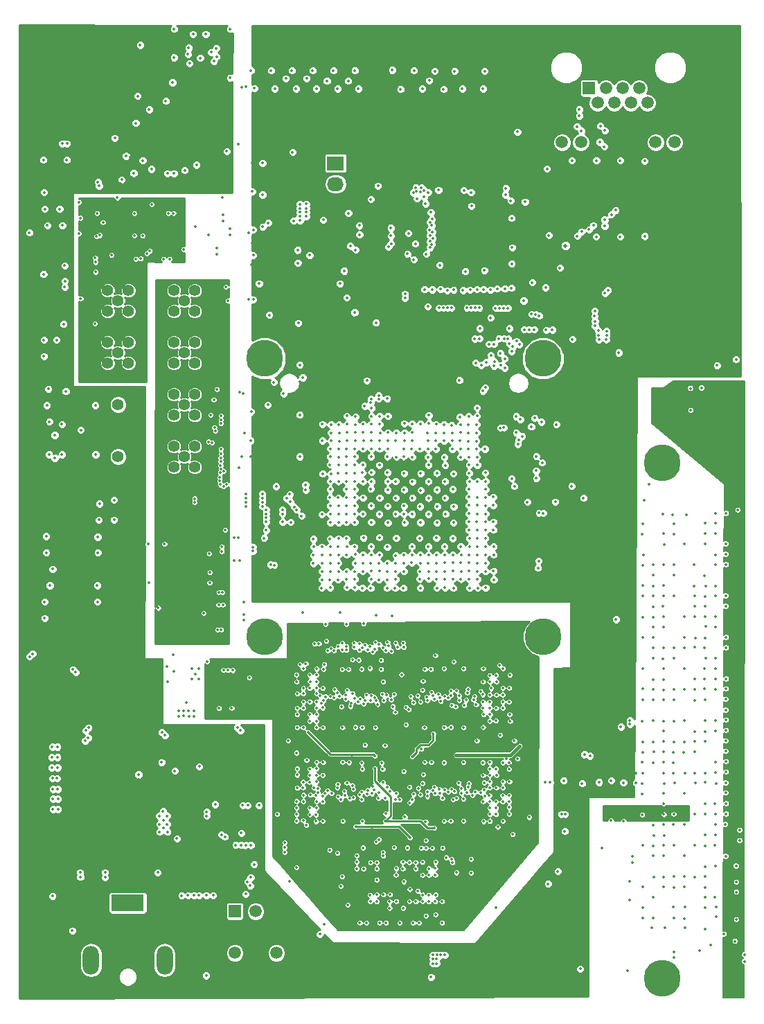
<source format=gbr>
G04 #@! TF.GenerationSoftware,KiCad,Pcbnew,5.0.0-rc3-6a2723a~65~ubuntu16.04.1*
G04 #@! TF.CreationDate,2018-11-29T22:42:40+06:00*
G04 #@! TF.ProjectId,Ki5,4B69352E6B696361645F706362000000,rev?*
G04 #@! TF.SameCoordinates,Original*
G04 #@! TF.FileFunction,Copper,L4,Inr,Mixed*
G04 #@! TF.FilePolarity,Positive*
%FSLAX46Y46*%
G04 Gerber Fmt 4.6, Leading zero omitted, Abs format (unit mm)*
G04 Created by KiCad (PCBNEW 5.0.0-rc3-6a2723a~65~ubuntu16.04.1) date Thu Nov 29 22:42:40 2018*
%MOMM*%
%LPD*%
G01*
G04 APERTURE LIST*
G04 #@! TA.AperFunction,ViaPad*
%ADD10C,1.500000*%
G04 #@! TD*
G04 #@! TA.AperFunction,ViaPad*
%ADD11C,2.000000*%
G04 #@! TD*
G04 #@! TA.AperFunction,ViaPad*
%ADD12R,1.500000X1.500000*%
G04 #@! TD*
G04 #@! TA.AperFunction,ViaPad*
%ADD13O,2.000000X3.500000*%
G04 #@! TD*
G04 #@! TA.AperFunction,ViaPad*
%ADD14O,3.300000X2.000000*%
G04 #@! TD*
G04 #@! TA.AperFunction,ViaPad*
%ADD15R,4.000000X2.000000*%
G04 #@! TD*
G04 #@! TA.AperFunction,ViaPad*
%ADD16C,1.400000*%
G04 #@! TD*
G04 #@! TA.AperFunction,ViaPad*
%ADD17R,2.030000X1.730000*%
G04 #@! TD*
G04 #@! TA.AperFunction,ViaPad*
%ADD18O,2.030000X1.730000*%
G04 #@! TD*
G04 #@! TA.AperFunction,ViaPad*
%ADD19C,4.500000*%
G04 #@! TD*
G04 #@! TA.AperFunction,ViaPad*
%ADD20C,0.355600*%
G04 #@! TD*
G04 #@! TA.AperFunction,ViaPad*
%ADD21C,0.508000*%
G04 #@! TD*
G04 #@! TA.AperFunction,Conductor*
%ADD22C,0.381000*%
G04 #@! TD*
G04 #@! TA.AperFunction,Conductor*
%ADD23C,0.254000*%
G04 #@! TD*
G04 #@! TA.AperFunction,Conductor*
%ADD24C,0.152400*%
G04 #@! TD*
G04 APERTURE END LIST*
D10*
G04 #@! TO.N,/Ethernet/ELED1*
G04 #@! TO.C,J12*
X109480000Y-43430000D03*
G04 #@! TO.N,Net-(J12-Pad11)*
X107190000Y-43430000D03*
G04 #@! TO.N,/Ethernet/ELED0*
X98050000Y-43430000D03*
G04 #@! TO.N,Net-(J12-Pad9)*
X95760000Y-43430000D03*
D11*
G04 #@! TO.N,AGND*
X94490000Y-37720000D03*
X110750000Y-37720000D03*
D10*
G04 #@! TO.N,/Ethernet/MX1_P*
X106200000Y-38610000D03*
G04 #@! TO.N,/Ethernet/MX2_P*
X104160000Y-38610000D03*
G04 #@! TO.N,/Ethernet/MX3_N*
X102120000Y-38610000D03*
G04 #@! TO.N,/Ethernet/MX4_P*
X100080000Y-38610000D03*
G04 #@! TO.N,/Ethernet/MX1_N*
X105180000Y-36830000D03*
G04 #@! TO.N,/Ethernet/MX3_P*
X103140000Y-36830000D03*
G04 #@! TO.N,/Ethernet/MX2_N*
X101100000Y-36830000D03*
D12*
G04 #@! TO.N,/Ethernet/MX4_N*
X99060000Y-36830000D03*
G04 #@! TD*
D13*
G04 #@! TO.N,N/C*
G04 #@! TO.C,J8*
X47172000Y-143398000D03*
X38172000Y-143398000D03*
D14*
G04 #@! TO.N,AGND*
X42672000Y-142398000D03*
D15*
G04 #@! TO.N,Net-(D7-Pad2)*
X42672000Y-136398000D03*
G04 #@! TD*
D12*
G04 #@! TO.N,Net-(S4-Pad1)*
G04 #@! TO.C,S4*
X55753000Y-137414000D03*
D10*
G04 #@! TO.N,/Power.sch/PWR_ON*
X58293000Y-137414000D03*
G04 #@! TO.N,AGND*
X60833000Y-137414000D03*
G04 #@! TO.N,*
X55753000Y-142494000D03*
X60833000Y-142494000D03*
G04 #@! TD*
D16*
G04 #@! TO.N,/Freedom-U540_2/IO_PRCI_RSVD2*
G04 #@! TO.C,J3*
X41470600Y-62814200D03*
G04 #@! TO.N,AGND*
X42740600Y-64084200D03*
X42740600Y-61544200D03*
X40200600Y-61544200D03*
X40200600Y-64084200D03*
G04 #@! TD*
G04 #@! TO.N,AGND*
G04 #@! TO.C,J4*
X48303200Y-64084200D03*
X48303200Y-61544200D03*
X50843200Y-61544200D03*
X50843200Y-64084200D03*
G04 #@! TO.N,/Freedom-U540_2/IO_PRCI_RSVD13*
X49573200Y-62814200D03*
G04 #@! TD*
G04 #@! TO.N,AGND*
G04 #@! TO.C,J5*
X40200600Y-70434200D03*
X40200600Y-67894200D03*
X42740600Y-67894200D03*
X42740600Y-70434200D03*
G04 #@! TO.N,/Freedom-U540_2/IO_PRCI_RSVD14*
X41470600Y-69164200D03*
G04 #@! TD*
G04 #@! TO.N,AGND*
G04 #@! TO.C,J6*
X48303200Y-70434200D03*
X48303200Y-67894200D03*
X50843200Y-67894200D03*
X50843200Y-70434200D03*
G04 #@! TO.N,/Freedom-U540_2/IO_PRCI_RSVD15*
X49573200Y-69164200D03*
G04 #@! TD*
G04 #@! TO.N,AGND*
G04 #@! TO.C,J15*
X40200600Y-83134200D03*
X40200600Y-80594200D03*
X42740600Y-80594200D03*
X42740600Y-83134200D03*
G04 #@! TO.N,/Freedom-U540_1/IO_DDR_RSVD0*
X41470600Y-81864200D03*
G04 #@! TD*
G04 #@! TO.N,/Freedom-U540_1/IO_DDR_RSVD1*
G04 #@! TO.C,J16*
X49573200Y-81864200D03*
G04 #@! TO.N,AGND*
X50843200Y-83134200D03*
X50843200Y-80594200D03*
X48303200Y-80594200D03*
X48303200Y-83134200D03*
G04 #@! TD*
G04 #@! TO.N,/Freedom-U540_1/IO_DDR_RSVD2*
G04 #@! TO.C,J17*
X41470600Y-75514200D03*
G04 #@! TO.N,AGND*
X42740600Y-76784200D03*
X42740600Y-74244200D03*
X40200600Y-74244200D03*
X40200600Y-76784200D03*
G04 #@! TD*
G04 #@! TO.N,/Freedom-U540_1/IO_DDR_RSVD3*
G04 #@! TO.C,J18*
X49573200Y-75514200D03*
G04 #@! TO.N,AGND*
X50843200Y-76784200D03*
X50843200Y-74244200D03*
X48303200Y-74244200D03*
X48303200Y-76784200D03*
G04 #@! TD*
D17*
G04 #@! TO.N,Net-(J19-Pad1)*
G04 #@! TO.C,J19*
X68072000Y-46000000D03*
D18*
G04 #@! TO.N,+12V*
X68072000Y-48540000D03*
G04 #@! TO.N,AGND*
X68072000Y-51080000D03*
G04 #@! TD*
D19*
G04 #@! TO.N,AGND*
G04 #@! TO.C,M1*
X32897600Y-144590000D03*
G04 #@! TD*
G04 #@! TO.N,AGND*
G04 #@! TO.C,M2*
X32897600Y-32590000D03*
G04 #@! TD*
G04 #@! TO.N,AGND*
G04 #@! TO.C,M3*
X114897600Y-32590000D03*
G04 #@! TD*
G04 #@! TO.N,AGND*
G04 #@! TO.C,M4*
X107997600Y-145590000D03*
G04 #@! TD*
G04 #@! TO.N,AGND*
G04 #@! TO.C,M5*
X32897600Y-109590000D03*
G04 #@! TD*
G04 #@! TO.N,AGND*
G04 #@! TO.C,M6*
X107997600Y-82590000D03*
G04 #@! TD*
G04 #@! TO.N,N/C*
G04 #@! TO.C,*
X59411200Y-69856200D03*
G04 #@! TD*
G04 #@! TO.N,N/C*
G04 #@! TO.C,*
X93411200Y-69856200D03*
G04 #@! TD*
G04 #@! TO.N,N/C*
G04 #@! TO.C,*
X93411200Y-103856200D03*
G04 #@! TD*
G04 #@! TO.N,N/C*
G04 #@! TO.C,*
X59411200Y-103856200D03*
G04 #@! TD*
D20*
G04 #@! TO.N,+1V2*
X88519728Y-108522179D03*
X64125000Y-108550000D03*
X64125000Y-109350000D03*
X64950000Y-107775000D03*
X67350000Y-107775000D03*
X70125000Y-107375000D03*
X77600000Y-106775000D03*
X64053099Y-114221901D03*
X61032147Y-114209698D03*
X63348200Y-119200000D03*
X64150000Y-120750000D03*
X64150000Y-120000000D03*
X64950000Y-119200000D03*
X52675000Y-113600000D03*
X53175000Y-113600000D03*
X53700000Y-113600000D03*
X54275000Y-113600000D03*
X52975000Y-113200000D03*
X53450000Y-113200000D03*
X53950000Y-113200000D03*
X54550000Y-113200000D03*
X89382600Y-114909600D03*
X87731600Y-114960400D03*
X85293200Y-114935000D03*
X88493600Y-114122200D03*
X83743800Y-117246400D03*
X80518000Y-116972198D03*
X79730600Y-114935000D03*
X76682600Y-115874800D03*
X87706200Y-119202200D03*
X88468200Y-120040400D03*
X89484200Y-119634000D03*
X81508600Y-118186200D03*
X82905800Y-119227600D03*
X85293200Y-119206800D03*
X86106000Y-120015000D03*
X72644000Y-138836400D03*
X75057000Y-138836400D03*
X76682600Y-138836400D03*
X79730600Y-138811000D03*
X69545200Y-137388600D03*
X71475600Y-136220200D03*
X73888600Y-136194800D03*
X67792600Y-132384800D03*
X72288400Y-132207000D03*
X72313800Y-130632200D03*
X74574400Y-129590800D03*
X77724000Y-129667000D03*
X81051400Y-130632200D03*
X64109600Y-125603000D03*
X64947800Y-126390400D03*
X66802000Y-129032000D03*
X66522600Y-124790200D03*
X69697600Y-126365000D03*
X73657406Y-126311591D03*
X72517000Y-127431800D03*
X77749400Y-127914400D03*
X66545460Y-109334300D03*
X64889380Y-114983260D03*
X67348100Y-119209820D03*
X70050660Y-118597680D03*
X72880220Y-119278401D03*
X69717920Y-114942620D03*
X67315080Y-114970560D03*
X73443500Y-115248135D03*
X72519540Y-115879880D03*
X64912240Y-112544860D03*
X66520060Y-114150140D03*
X64145160Y-113370360D03*
X66540380Y-119999760D03*
X64681100Y-122318780D03*
X64907160Y-123964700D03*
X64119760Y-124785120D03*
X62166500Y-126365000D03*
X71480680Y-131414520D03*
X73911460Y-131437380D03*
X87746840Y-126413260D03*
X85341460Y-126400560D03*
X89329260Y-126382780D03*
X91691460Y-125140720D03*
X86131400Y-125592840D03*
X88503760Y-125559820D03*
X86088220Y-124810520D03*
X88511380Y-124787660D03*
X87680800Y-123271280D03*
X82895440Y-126372620D03*
X79730600Y-126372620D03*
X87721440Y-121569480D03*
X85344000Y-107741720D03*
X87690960Y-107787440D03*
X64940180Y-110804960D03*
X82897980Y-114922300D03*
X82892900Y-107703620D03*
X79722980Y-119994680D03*
X76014582Y-119326660D03*
X63275000Y-107700000D03*
X66540371Y-113370360D03*
X79740000Y-108560000D03*
X72970000Y-107810000D03*
X73600000Y-105590000D03*
X75539569Y-115290600D03*
X76682569Y-119555260D03*
X87725011Y-110142020D03*
G04 #@! TO.N,VD*
X70133673Y-106648342D03*
X47500000Y-107475000D03*
X82143600Y-114909600D03*
X82804000Y-118313200D03*
X77546200Y-138836400D03*
X70482460Y-114917220D03*
X82138520Y-126359920D03*
X82499200Y-106913680D03*
X90558620Y-117213380D03*
X70538340Y-127027940D03*
X77152500Y-128384300D03*
G04 #@! TO.N,VDD_DDR_VPP_N*
X64100000Y-107725000D03*
X70918500Y-106702380D03*
X79743800Y-107809591D03*
X62275000Y-116575000D03*
X88112600Y-107340400D03*
X80010000Y-115697000D03*
X77419200Y-118516400D03*
X71831200Y-138836400D03*
X79883000Y-129692400D03*
X64721740Y-115531900D03*
X72918320Y-114937540D03*
X88531700Y-126387860D03*
X80124300Y-127220980D03*
X79763620Y-119217440D03*
X64500000Y-126860000D03*
X80264053Y-106139053D03*
X72880000Y-119950000D03*
X72294819Y-107706000D03*
X72880221Y-118430000D03*
X88967700Y-118757700D03*
X90330000Y-118760000D03*
X87670000Y-136950000D03*
X74160000Y-126397900D03*
G04 #@! TO.N,+3V3*
X48323500Y-29591000D03*
X55181500Y-29591000D03*
X47525000Y-109400000D03*
X48275000Y-108075000D03*
X47040800Y-57683400D03*
X39014400Y-48285400D03*
X41935400Y-48006000D03*
X54279800Y-53086000D03*
X95681800Y-125552200D03*
X96113600Y-125552200D03*
X96088200Y-127635000D03*
X101727000Y-125526800D03*
X103251000Y-125882400D03*
X106654600Y-125552200D03*
X46370240Y-99560380D03*
X73240000Y-48760000D03*
X54220000Y-50160000D03*
X39260000Y-54790000D03*
X48300000Y-47230000D03*
X47510000Y-47230000D03*
X41080000Y-42910000D03*
X45295737Y-39435737D03*
X47310000Y-38400000D03*
X39630000Y-53210000D03*
X53560000Y-56360000D03*
X54040000Y-61750000D03*
X52260000Y-145260000D03*
X54550000Y-128320000D03*
X56720000Y-124470000D03*
X57330000Y-124470000D03*
X58700000Y-124459998D03*
X46450000Y-103570000D03*
X46970000Y-103580000D03*
X46460000Y-104110000D03*
X46970000Y-104110000D03*
X46430000Y-102500000D03*
X46960000Y-102500000D03*
X46960000Y-101950000D03*
X47420000Y-101940000D03*
X47450000Y-103570000D03*
X47450000Y-104100000D03*
X54040000Y-61110000D03*
X53500000Y-61120000D03*
X53520000Y-61760000D03*
X52960000Y-61120000D03*
X52960000Y-60610000D03*
X53510000Y-60610000D03*
X52420000Y-60600000D03*
X110880000Y-125530000D03*
G04 #@! TO.N,VAA*
X52400000Y-106875000D03*
X57513220Y-108849160D03*
X66880000Y-102300000D03*
X69370000Y-102300000D03*
X71477900Y-102270000D03*
G04 #@! TO.N,VCCQ*
X72415400Y-92837000D03*
X74379600Y-92887800D03*
X71488202Y-91769225D03*
X73430573Y-91742027D03*
X75476002Y-91795600D03*
X78331198Y-91795600D03*
X80399045Y-91784328D03*
X82399547Y-91832312D03*
X79400400Y-92837000D03*
X81381600Y-92837000D03*
X77393800Y-92837000D03*
X48870000Y-112910000D03*
X48890000Y-113570000D03*
X50740000Y-112890000D03*
X49500000Y-113530000D03*
X49490000Y-112910000D03*
X50110000Y-112910000D03*
X50760000Y-113580000D03*
X50150000Y-113600000D03*
G04 #@! TO.N,VDDA*
X44272200Y-57658000D03*
X55143400Y-53949600D03*
X55143400Y-53949600D03*
X43644562Y-41086912D03*
X51060000Y-46210000D03*
X50970000Y-53777500D03*
X44480000Y-54860000D03*
X44490000Y-45670000D03*
G04 #@! TO.N,Net-(C111-Pad2)*
X44196000Y-31559500D03*
G04 #@! TO.N,+5V*
X47000000Y-126300000D03*
X46550000Y-126775000D03*
X47500000Y-126775000D03*
X47025000Y-127200000D03*
X46550000Y-127725000D03*
X47525000Y-127725000D03*
X46525000Y-125750000D03*
X47475000Y-125750000D03*
X111455194Y-73507600D03*
X52325000Y-125250000D03*
X52325000Y-125750000D03*
X46975000Y-125200000D03*
X48425000Y-120250000D03*
X57708800Y-133273800D03*
X57302400Y-133807200D03*
X57632600Y-134289800D03*
X33970000Y-67590000D03*
X46320000Y-132680000D03*
X48680000Y-128520000D03*
X36850000Y-132660000D03*
X36870000Y-133220000D03*
X39900000Y-132660000D03*
X39900000Y-133280000D03*
X81440000Y-142750000D03*
X80930000Y-142750000D03*
X80440000Y-142750000D03*
X80430000Y-143230000D03*
X80430000Y-143800000D03*
X79970000Y-142750000D03*
X79970000Y-143240000D03*
X79970000Y-143790000D03*
X93730000Y-61190194D03*
G04 #@! TO.N,+12V*
X115824000Y-133159500D03*
X115760500Y-134366000D03*
X107124500Y-73914000D03*
X107124500Y-74676000D03*
X107124500Y-75565000D03*
X107124500Y-76200000D03*
X107124500Y-76835000D03*
X109220000Y-73076950D03*
X107950000Y-77406500D03*
X108648500Y-77406500D03*
X49250000Y-135500000D03*
X50025000Y-135475004D03*
X50775000Y-135475000D03*
X51375000Y-135475000D03*
X52275000Y-135450000D03*
X53100000Y-135450002D03*
X116992400Y-132943600D03*
X116725700Y-134493000D03*
X32410000Y-67590000D03*
X32410000Y-69580000D03*
G04 #@! TO.N,VDD_GIVDD_P*
X57721500Y-34671000D03*
X60198000Y-34671000D03*
X62738000Y-34671000D03*
X65278000Y-34671000D03*
X67818000Y-34671000D03*
X70421500Y-34671000D03*
X74993500Y-34607500D03*
X77660500Y-34671000D03*
X80200500Y-34734500D03*
X82613500Y-34734500D03*
X86296500Y-34734500D03*
X86253282Y-59085599D03*
X83934541Y-59227045D03*
X92100400Y-60553600D03*
X95504000Y-58775600D03*
X91059000Y-62801500D03*
X55854600Y-129311400D03*
X56515000Y-129311396D03*
X57073800Y-129336800D03*
X57708800Y-129336800D03*
X47599600Y-51333400D03*
X48234600Y-51333400D03*
X43484800Y-51333400D03*
X38938200Y-51333400D03*
X95961200Y-121437400D03*
X101752400Y-121437400D03*
X104800400Y-121716800D03*
X66141600Y-140208000D03*
X66649600Y-138988800D03*
X55709820Y-91775280D03*
X55684412Y-94513977D03*
X54168040Y-93433900D03*
X54168040Y-92844620D03*
X56616600Y-81881980D03*
X63290000Y-132050000D03*
X79840000Y-55910000D03*
X79589367Y-54137900D03*
X74860000Y-55830000D03*
X74840000Y-54860000D03*
X74820000Y-53900000D03*
X79710000Y-51980000D03*
X59980000Y-64540000D03*
X38790000Y-55760000D03*
X79080000Y-50950000D03*
X57432100Y-54460000D03*
X72380000Y-50400000D03*
X57690000Y-79898240D03*
X41000000Y-87160000D03*
X40990000Y-89570000D03*
X38800000Y-69590000D03*
X54560000Y-90800000D03*
X70980000Y-53600000D03*
X69640000Y-52100000D03*
X30665806Y-106278718D03*
X33380000Y-119860000D03*
X33370000Y-118600000D03*
X33520000Y-123670000D03*
X95250000Y-132530000D03*
X59150000Y-45980000D03*
X40030000Y-57210000D03*
X58020000Y-62660000D03*
X64900000Y-57250000D03*
X77630000Y-57770000D03*
X63720000Y-53010000D03*
X63720000Y-52490000D03*
X63710000Y-51990000D03*
X63710000Y-51500000D03*
X63710000Y-50990000D03*
X64480000Y-50980000D03*
X64480000Y-51510000D03*
X64480000Y-52000000D03*
X64480000Y-52500000D03*
X40120000Y-71760000D03*
X40590000Y-71770000D03*
X41060000Y-71780000D03*
X41530000Y-71780000D03*
X42000000Y-71780000D03*
X42480000Y-71790000D03*
X42950000Y-71790000D03*
X43430000Y-71790000D03*
X105570000Y-119210000D03*
X105570000Y-123120000D03*
X108050000Y-88840000D03*
G04 #@! TO.N,VDD_DDRPLL_N*
X76403200Y-88849200D03*
X75412600Y-88849200D03*
X91520000Y-87400000D03*
X92941989Y-88739842D03*
X33994000Y-121170000D03*
G04 #@! TO.N,AVDD_DDRPLL_N*
X74433452Y-84880703D03*
X54282309Y-99948242D03*
X56893460Y-101117400D03*
X34080000Y-122480000D03*
G04 #@! TO.N,VDD_GIVDD_N*
X73456800Y-86893400D03*
X56321960Y-94515940D03*
X57967880Y-93395800D03*
X34129603Y-123670000D03*
G04 #@! TO.N,VDD_GEMGXLPLL_N*
X74448376Y-85923001D03*
X54089303Y-102984300D03*
X56896000Y-101828600D03*
X34130000Y-124940000D03*
G04 #@! TO.N,VDD_IO_N*
X74396600Y-81838800D03*
X75514200Y-81889600D03*
X76377800Y-81838800D03*
X77470000Y-81889600D03*
X69870000Y-56100000D03*
X70990000Y-54711600D03*
X31030000Y-105950000D03*
X34080000Y-119860000D03*
G04 #@! TO.N,VMEM*
X51400000Y-119725000D03*
X46800000Y-119200000D03*
G04 #@! TO.N,AVDD_DDRPLL_P*
X53774340Y-99954080D03*
X53776880Y-98437700D03*
X53657500Y-102984300D03*
X33530921Y-122487698D03*
X33446199Y-117320000D03*
X33530000Y-124940000D03*
G04 #@! TO.N,/Power.sch/PWR_ON*
X57075000Y-135300000D03*
G04 #@! TO.N,VDD_DDRPLL_P*
X94930000Y-87360000D03*
X93450000Y-88750002D03*
X102680000Y-69140000D03*
X33486000Y-121170000D03*
G04 #@! TO.N,+3.3VA*
X97980500Y-144442298D03*
G04 #@! TO.N,+1V0*
X80804680Y-58449192D03*
X89611200Y-58267600D03*
G04 #@! TO.N,Net-(C181-Pad1)*
X89662000Y-56286400D03*
X89598500Y-52705000D03*
X88836500Y-49847500D03*
G04 #@! TO.N,+2V5*
X83756510Y-49311696D03*
X79375000Y-49562902D03*
X78422500Y-49530000D03*
X77597000Y-49593500D03*
X88880073Y-49060341D03*
X77870000Y-48990000D03*
X78570000Y-48980000D03*
X77980000Y-49380000D03*
X78890000Y-49340000D03*
X78020000Y-50320000D03*
G04 #@! TO.N,Net-(C193-Pad1)*
X91236800Y-50698400D03*
X94145234Y-54808128D03*
X89476698Y-50572100D03*
G04 #@! TO.N,/Ethernet/P0_D2_N*
X100965000Y-52898040D03*
G04 #@! TO.N,Net-(C200-Pad2)*
X99923600Y-54965600D03*
G04 #@! TO.N,Net-(C201-Pad2)*
X102870000Y-54965600D03*
G04 #@! TO.N,Net-(C202-Pad2)*
X105867200Y-54914800D03*
G04 #@! TO.N,VDD_OTP_N*
X71374000Y-83820000D03*
X56141572Y-91768739D03*
X57975500Y-92900500D03*
X34070000Y-118600000D03*
G04 #@! TO.N,VDD_COREPLL_N*
X74423536Y-83799712D03*
X54208683Y-98437700D03*
X56898540Y-99588320D03*
X34070000Y-117320000D03*
G04 #@! TO.N,Net-(C220-Pad2)*
X114699164Y-70711705D03*
X117030500Y-69977000D03*
G04 #@! TO.N,RESET_N*
X67437000Y-80873600D03*
X52959000Y-80131920D03*
X54770000Y-44550000D03*
X40680000Y-57240000D03*
X33740000Y-82020000D03*
X32510000Y-99590000D03*
G04 #@! TO.N,VDD*
X83280917Y-77008346D03*
X79450783Y-96790484D03*
X69418200Y-95885000D03*
X83362800Y-92811600D03*
X72440800Y-89865200D03*
X74472800Y-89916000D03*
X76511836Y-89912319D03*
X78449451Y-89889164D03*
X80467200Y-89916000D03*
X82473800Y-89916000D03*
X81506709Y-88854926D03*
X79425800Y-88874600D03*
X77419200Y-88874600D03*
X73431400Y-88874600D03*
X71399400Y-88849200D03*
X66395600Y-88900000D03*
X72415400Y-87858600D03*
X74429729Y-87888163D03*
X76428600Y-87884000D03*
X79425800Y-86918800D03*
X78383356Y-87950884D03*
X80492600Y-87934800D03*
X82511802Y-87960200D03*
X81432400Y-86893400D03*
X77444600Y-86893400D03*
X75438000Y-86893400D03*
X71424800Y-86868000D03*
X72364600Y-85801200D03*
X76454000Y-85902800D03*
X78476228Y-85972471D03*
X80467200Y-85902800D03*
X82397600Y-85826600D03*
X81432400Y-84886800D03*
X79425800Y-84886800D03*
X77470000Y-84912200D03*
X75412600Y-84861400D03*
X66497200Y-83947000D03*
X72476434Y-83757289D03*
X76454000Y-83896200D03*
X78460600Y-83896200D03*
X80441800Y-83870800D03*
X82486402Y-83921600D03*
X81483200Y-82905600D03*
X79425800Y-82880200D03*
X73431400Y-82880200D03*
X71399400Y-82854800D03*
X72415400Y-81864200D03*
X79375000Y-81889600D03*
X81356200Y-81915000D03*
X86319634Y-80912204D03*
X69443600Y-76885800D03*
X74472800Y-76911200D03*
X79468980Y-76796900D03*
X66456560Y-79903320D03*
X100190000Y-66480000D03*
X101200000Y-67020000D03*
X101190000Y-66530000D03*
X100230000Y-67020000D03*
X100270000Y-67560000D03*
X101150000Y-67530000D03*
X99760000Y-64040000D03*
X99740000Y-64690000D03*
X99790000Y-65320000D03*
X99790000Y-65870000D03*
X112840000Y-73460000D03*
G04 #@! TO.N,DDR_CLK_P*
X75448160Y-132971540D03*
X67830700Y-111302800D03*
X67571620Y-123019820D03*
X85158580Y-122801380D03*
X85053618Y-111145574D03*
X73030000Y-128930000D03*
X75420940Y-93924617D03*
X65516560Y-104729379D03*
G04 #@! TO.N,DDR_CLK_N*
X75460860Y-132176520D03*
X66837560Y-111185960D03*
X67073955Y-122681345D03*
X85788500Y-122920760D03*
X85260000Y-112150000D03*
X76410000Y-93900000D03*
X66040000Y-104691702D03*
G04 #@! TO.N,+3.3VP*
X116915452Y-141076904D03*
X113212748Y-129406075D03*
G04 #@! TO.N,Net-(D1-Pad2)*
X50106462Y-31892869D03*
G04 #@! TO.N,Net-(D1-Pad1)*
X50027887Y-32676341D03*
G04 #@! TO.N,Net-(D2-Pad2)*
X50652562Y-30209598D03*
G04 #@! TO.N,Net-(D2-Pad1)*
X50228500Y-33782000D03*
G04 #@! TO.N,Net-(D3-Pad1)*
X52852901Y-32429195D03*
G04 #@! TO.N,Net-(D3-Pad2)*
X52197000Y-30209598D03*
G04 #@! TO.N,Net-(D4-Pad1)*
X53512886Y-32976016D03*
G04 #@! TO.N,Net-(D4-Pad2)*
X53482792Y-31956714D03*
G04 #@! TO.N,/Freedom-U540_2/SD_CD*
X94043500Y-134048500D03*
X66461863Y-77881077D03*
X64050000Y-72200000D03*
X32850200Y-53600000D03*
X54650510Y-61102948D03*
X30650000Y-54480000D03*
G04 #@! TO.N,/Ethernet/P0_D2_P*
X100965000Y-53654960D03*
G04 #@! TO.N,/Ethernet/P0_D1_N*
X99581612Y-53580388D03*
G04 #@! TO.N,/Ethernet/P0_D1_P*
X99046388Y-54115612D03*
G04 #@! TO.N,/Ethernet/P0_D0_N*
X98146774Y-54349423D03*
G04 #@! TO.N,/Ethernet/P0_D0_P*
X97611550Y-54884647D03*
G04 #@! TO.N,/Ethernet/COL*
X89559483Y-61261276D03*
G04 #@! TO.N,/Ethernet/CRS*
X88776854Y-61347844D03*
G04 #@! TO.N,/Ethernet/RXD7*
X87818664Y-61344318D03*
G04 #@! TO.N,/Ethernet/RXD6*
X86988476Y-61452009D03*
G04 #@! TO.N,/Ethernet/RXD5*
X86153516Y-61421951D03*
G04 #@! TO.N,/Ethernet/RXD4*
X85366256Y-61407031D03*
G04 #@! TO.N,/Ethernet/RXD3*
X84522487Y-61478496D03*
G04 #@! TO.N,/Ethernet/RXD2*
X83653503Y-61521356D03*
G04 #@! TO.N,/Ethernet/RXD1*
X82499200Y-61468000D03*
G04 #@! TO.N,/Ethernet/RXD0*
X81715032Y-61539288D03*
G04 #@! TO.N,/Ethernet/RX_DV*
X80908452Y-61384282D03*
G04 #@! TO.N,/Ethernet/RX_ER*
X79884486Y-61443258D03*
G04 #@! TO.N,/Ethernet/RX_CLK*
X78957430Y-61428172D03*
G04 #@! TO.N,GEMGXL_TX_EN*
X59331860Y-91800680D03*
X76550000Y-61960000D03*
G04 #@! TO.N,GEMGXL_TX_ER*
X59578240Y-90853260D03*
X76557404Y-62469504D03*
G04 #@! TO.N,/Ethernet/TX_CLK*
X79146400Y-57099200D03*
G04 #@! TO.N,GEMGXL_GTX_CLK*
X69367400Y-85852000D03*
X71900000Y-72547900D03*
G04 #@! TO.N,GEMGXL_TXD0*
X57104280Y-86423500D03*
X79615904Y-56279099D03*
G04 #@! TO.N,GEMGXL_TXD1*
X57104280Y-86916260D03*
X79600480Y-55550719D03*
G04 #@! TO.N,GEMGXL_TXD2*
X57111900Y-87419180D03*
X79930000Y-55160000D03*
G04 #@! TO.N,GEMGXL_TXD3*
X57111900Y-87922100D03*
X79630000Y-54820000D03*
G04 #@! TO.N,GEMGXL_TXD4*
X59578240Y-88338660D03*
X79920000Y-54430000D03*
G04 #@! TO.N,GEMGXL_TXD5*
X59580780Y-88841580D03*
X79835398Y-53606700D03*
G04 #@! TO.N,GEMGXL_TXD6*
X59580780Y-89339420D03*
X79590000Y-53190000D03*
G04 #@! TO.N,GEMGXL_TXD7*
X59575700Y-89839800D03*
X79860000Y-52830000D03*
G04 #@! TO.N,GEMGXL_MDC*
X54366160Y-85506560D03*
X77823776Y-55842819D03*
X74510000Y-56230000D03*
G04 #@! TO.N,GEMGXL_MDIO*
X67411600Y-85852000D03*
X54716680Y-85247480D03*
X76974064Y-54554064D03*
G04 #@! TO.N,/Ethernet/GEMGXL_RST_2V5*
X78910000Y-50130000D03*
G04 #@! TO.N,/Ethernet/CLKOUT*
X80641200Y-49260000D03*
G04 #@! TO.N,/Ethernet/ELED1*
X84620917Y-49548286D03*
G04 #@! TO.N,/Ethernet/ELED0*
X84686840Y-51216355D03*
X93916500Y-46672500D03*
G04 #@! TO.N,PWR_BTN_N*
X32510000Y-101590000D03*
X43980000Y-120710000D03*
G04 #@! TO.N,UART0_TX*
X84455000Y-84912200D03*
X58010000Y-57250000D03*
X69122500Y-59150000D03*
X86380000Y-73410000D03*
X38960000Y-99590000D03*
G04 #@! TO.N,UART0_RX*
X84404200Y-83870800D03*
X58720000Y-60690000D03*
X68610000Y-60690000D03*
X86080000Y-73830000D03*
X38930000Y-97590000D03*
G04 #@! TO.N,/Freedom-U540_2/QSPI1_SCK_R*
X34830000Y-65660000D03*
X33150000Y-97590000D03*
G04 #@! TO.N,/Freedom-U540_2/QSPI1_DQ1_R*
X34980000Y-60390000D03*
X33490000Y-95600000D03*
G04 #@! TO.N,/Freedom-U540_2/UART1_TX*
X86385400Y-83820000D03*
X39010000Y-93580000D03*
G04 #@! TO.N,/Freedom-U540_2/QSPI1_CS0_R*
X38710000Y-58090000D03*
X32710000Y-93590000D03*
G04 #@! TO.N,/Freedom-U540_2/UART1_RX*
X86410800Y-84861400D03*
X38990000Y-91670000D03*
G04 #@! TO.N,/Freedom-U540_2/QSPI1_DQ0_R*
X34960000Y-61140000D03*
X32690000Y-91590000D03*
G04 #@! TO.N,/Freedom-U540_2/I2C0_SCL*
X39141400Y-89585800D03*
X85420200Y-84861400D03*
G04 #@! TO.N,/Freedom-U540_2/I2C0_SDA*
X39217600Y-87604600D03*
X84353400Y-85801200D03*
G04 #@! TO.N,/Freedom-U540_2/GPIO0*
X70434200Y-80873600D03*
X38745160Y-81594960D03*
X34620000Y-81590000D03*
G04 #@! TO.N,/Freedom-U540_2/GPIO1*
X53177516Y-74886744D03*
X33060000Y-81590000D03*
G04 #@! TO.N,/Freedom-U540_2/GPIO4*
X69469000Y-79908400D03*
X36921440Y-78605380D03*
G04 #@! TO.N,/Freedom-U540_2/GPIO5*
X68478400Y-77927200D03*
X33082283Y-77590703D03*
G04 #@! TO.N,/Freedom-U540_2/GPIO6*
X69469000Y-77901800D03*
X38704520Y-75582780D03*
G04 #@! TO.N,/Freedom-U540_2/GPIO7*
X67513200Y-77952600D03*
X32790183Y-75582780D03*
G04 #@! TO.N,/Freedom-U540_2/GPIO8*
X68503800Y-78943200D03*
X34625280Y-77894180D03*
X35090000Y-73870000D03*
G04 #@! TO.N,/Freedom-U540_2/GPIO9*
X52800000Y-76760000D03*
X32970000Y-73590000D03*
G04 #@! TO.N,/Freedom-U540_2/GPIO15*
X71424800Y-80873600D03*
X54061360Y-81528920D03*
X53580000Y-73606660D03*
G04 #@! TO.N,/Freedom-U540_2/PWM0_0*
X48133000Y-36131500D03*
X34671000Y-43586400D03*
X71450200Y-78892400D03*
X51520000Y-33140000D03*
G04 #@! TO.N,/Freedom-U540_2/PWM0_2*
X55181500Y-35560000D03*
X35229800Y-43586400D03*
X70485000Y-77927200D03*
G04 #@! TO.N,/Freedom-U540_2/PWM0_1*
X48323500Y-33083500D03*
X32359600Y-45593000D03*
X70530602Y-76962000D03*
G04 #@! TO.N,/Freedom-U540_2/PWM0_3*
X43878500Y-37782500D03*
X35204400Y-45593000D03*
X71450200Y-77901800D03*
X53200587Y-33523232D03*
G04 #@! TO.N,GEMGXL_RST*
X57760000Y-76360000D03*
X69440000Y-62420000D03*
G04 #@! TO.N,FASTLINK_FAIL*
X69494400Y-78917800D03*
X53258720Y-78265020D03*
X56150000Y-43670000D03*
X32450000Y-49560000D03*
G04 #@! TO.N,/Freedom-U540_2/EN_VDD_SD*
X59778900Y-75524360D03*
X32520000Y-51590000D03*
G04 #@! TO.N,/Freedom-U540_2/QSPI1_CS1_R*
X34330000Y-51580000D03*
X36710000Y-50750000D03*
G04 #@! TO.N,/Freedom-U540_2/QSPI1_CS2_R*
X34670000Y-53590000D03*
X36850000Y-52680000D03*
G04 #@! TO.N,/Freedom-U540_2/QSPI1_CS3_R*
X34950000Y-58520000D03*
X36720000Y-54570000D03*
G04 #@! TO.N,/Freedom-U540_2/PWM1_1*
X72466200Y-80899000D03*
X60530000Y-72760000D03*
X32380000Y-59570000D03*
G04 #@! TO.N,/Freedom-U540_2/PWM1_2*
X71501000Y-79933800D03*
X52534820Y-80027780D03*
X38720000Y-59282500D03*
G04 #@! TO.N,/Freedom-U540_2/PWM1_3*
X70459600Y-78917800D03*
X61710000Y-74150000D03*
X36910000Y-62520000D03*
G04 #@! TO.N,/Freedom-U540_2/IO_PRCI_RSVD2*
X69418200Y-84886800D03*
G04 #@! TO.N,/Freedom-U540_2/IO_PRCI_RSVD13*
X70408800Y-83845400D03*
G04 #@! TO.N,/Freedom-U540_2/IO_PRCI_RSVD14*
X70434200Y-84861400D03*
X56800000Y-74160000D03*
G04 #@! TO.N,/Freedom-U540_2/IO_PRCI_RSVD15*
X67513200Y-83947000D03*
X56390832Y-73989846D03*
G04 #@! TO.N,PG_1V8*
X117250000Y-88400000D03*
X58115200Y-131673600D03*
G04 #@! TO.N,CHIPLINK_RX_CLK*
X95060000Y-77920000D03*
X105760000Y-87200000D03*
G04 #@! TO.N,CHIPLINK_TX_DAT0*
X88240000Y-70710000D03*
X108140000Y-95050000D03*
G04 #@! TO.N,CHIPLINK_TX_DAT1*
X88740000Y-69900000D03*
X109430000Y-96300000D03*
G04 #@! TO.N,CHIPLINK_TX_DAT6*
X90190000Y-67720000D03*
X108140000Y-98880000D03*
G04 #@! TO.N,CHIPLINK_TX_DAT7*
X87060000Y-69450000D03*
X108120000Y-100130000D03*
G04 #@! TO.N,CHIPLINK_TX_DAT16*
X85680000Y-67430000D03*
X108153241Y-102676759D03*
G04 #@! TO.N,CHIPLINK_TX_DAT17*
X87416743Y-68091080D03*
X109420000Y-105240000D03*
G04 #@! TO.N,CHIPLINK_TX_DAT24*
X93810000Y-66390000D03*
X109430000Y-106480000D03*
G04 #@! TO.N,CHIPLINK_TX_DAT25*
X89600000Y-68970000D03*
X108130000Y-107770000D03*
G04 #@! TO.N,CHIPLINK_TX_SEND*
X85080000Y-67450000D03*
X85876546Y-70663454D03*
X108170000Y-110350000D03*
G04 #@! TO.N,CHIPLINK_TX_RST*
X85180000Y-70380000D03*
X108190000Y-111560000D03*
G04 #@! TO.N,CHIPLINK_RX_RST*
X79375000Y-80899000D03*
X109410000Y-134470000D03*
G04 #@! TO.N,CHIPLINK_RX_SEND*
X84353400Y-76911200D03*
X108160000Y-133210000D03*
G04 #@! TO.N,CHIPLINK_RX_DAT29*
X90144600Y-76936600D03*
X108160000Y-130580000D03*
G04 #@! TO.N,CHIPLINK_RX_DAT28*
X84328000Y-77952600D03*
X108140000Y-129360000D03*
G04 #@! TO.N,CHIPLINK_RX_DAT25*
X83337400Y-77927200D03*
X92400000Y-77140000D03*
X108190000Y-126810000D03*
G04 #@! TO.N,CHIPLINK_RX_DAT24*
X80340200Y-80924400D03*
X109390000Y-126780000D03*
G04 #@! TO.N,CHIPLINK_RX_DAT17*
X80340200Y-79933800D03*
X108190000Y-122990000D03*
G04 #@! TO.N,CHIPLINK_RX_DAT16*
X83337400Y-80924400D03*
X102940000Y-114870000D03*
X108210000Y-121790000D03*
G04 #@! TO.N,CHIPLINK_RX_DAT11*
X109372400Y-119278400D03*
X84328000Y-78943200D03*
X91990000Y-78190000D03*
G04 #@! TO.N,CHIPLINK_RX_DAT10*
X109347000Y-118033800D03*
X85318600Y-78943200D03*
X104040000Y-114070000D03*
X108170000Y-117940000D03*
G04 #@! TO.N,CHIPLINK_RX_DAT7*
X85318600Y-80949800D03*
X108130000Y-116650000D03*
G04 #@! TO.N,CHIPLINK_RX_DAT6*
X108153200Y-115392200D03*
X85293200Y-79947890D03*
G04 #@! TO.N,CHIPLINK_RX_DAT4*
X84353400Y-81915000D03*
X106910000Y-116700000D03*
G04 #@! TO.N,CHIPLINK_RX_DAT5*
X104040000Y-114570000D03*
X84302600Y-79947890D03*
X106960000Y-117880000D03*
G04 #@! TO.N,CHIPLINK_RX_DAT8*
X90144600Y-78917800D03*
X106900000Y-119227540D03*
G04 #@! TO.N,CHIPLINK_RX_DAT9*
X83312000Y-79933800D03*
X108180000Y-120510000D03*
G04 #@! TO.N,CHIPLINK_RX_DAT14*
X82346800Y-79933800D03*
X108140000Y-124250000D03*
G04 #@! TO.N,CHIPLINK_RX_DAT15*
X83337400Y-78917800D03*
X93240000Y-77620000D03*
X108200000Y-125570000D03*
G04 #@! TO.N,CHIPLINK_RX_DAT22*
X88214200Y-78333600D03*
X98500000Y-118250000D03*
X108230000Y-128120000D03*
G04 #@! TO.N,CHIPLINK_RX_DAT23*
X88645162Y-78306665D03*
X106940000Y-128130000D03*
X99160000Y-118420000D03*
G04 #@! TO.N,CHIPLINK_RX_DAT26*
X90652600Y-77292200D03*
X106880000Y-130610000D03*
G04 #@! TO.N,CHIPLINK_RX_DAT27*
X85344000Y-77927200D03*
X104330000Y-131470000D03*
G04 #@! TO.N,CHIPLINK_RX_DAT30*
X85369400Y-75895200D03*
X108160000Y-134450000D03*
G04 #@! TO.N,CHIPLINK_RX_DAT31*
X85369400Y-76885800D03*
X106870000Y-135660000D03*
G04 #@! TO.N,CHIPLINK_TX_DAT31*
X87010000Y-64880000D03*
X92820000Y-95460000D03*
G04 #@! TO.N,CHIPLINK_TX_DAT30*
X92950000Y-64650000D03*
X102362100Y-101750000D03*
X106890000Y-111590000D03*
G04 #@! TO.N,CHIPLINK_TX_DAT23*
X91700000Y-66320000D03*
X106910000Y-109070000D03*
G04 #@! TO.N,CHIPLINK_TX_DAT22*
X85688648Y-66185370D03*
X108140000Y-109130000D03*
G04 #@! TO.N,CHIPLINK_TX_DAT15*
X91150000Y-66330000D03*
X106870000Y-105240000D03*
G04 #@! TO.N,CHIPLINK_TX_DAT14*
X88710000Y-67437499D03*
X106930000Y-103940000D03*
G04 #@! TO.N,CHIPLINK_TX_DAT9*
X106900000Y-101450000D03*
X86490000Y-70340000D03*
G04 #@! TO.N,CHIPLINK_TX_DAT8*
X86810000Y-68091080D03*
X106870000Y-100210000D03*
G04 #@! TO.N,CHIPLINK_TX_DAT5*
X106900000Y-97640000D03*
X87429998Y-70760000D03*
G04 #@! TO.N,CHIPLINK_TX_DAT4*
X88747900Y-71010000D03*
X106890000Y-96310000D03*
G04 #@! TO.N,Net-(J9-PadH5)*
X114525000Y-93850000D03*
X62820000Y-44640000D03*
G04 #@! TO.N,CHIPLINK_TX_DAT2*
X89150000Y-67430000D03*
X113310000Y-97660000D03*
G04 #@! TO.N,CHIPLINK_TX_DAT3*
X88200000Y-69220000D03*
X111980000Y-98860000D03*
G04 #@! TO.N,CHIPLINK_TX_DAT10*
X111975000Y-101425000D03*
X89310000Y-68072500D03*
G04 #@! TO.N,CHIPLINK_TX_DAT11*
X113290000Y-102630000D03*
X87470000Y-70210002D03*
G04 #@! TO.N,CHIPLINK_TX_DAT18*
X89312662Y-66185370D03*
X112000000Y-105140000D03*
G04 #@! TO.N,CHIPLINK_TX_DAT19*
X94560000Y-66360000D03*
X113300000Y-106460000D03*
G04 #@! TO.N,CHIPLINK_TX_DAT26*
X92030000Y-64440000D03*
X111950000Y-109020000D03*
G04 #@! TO.N,CHIPLINK_TX_DAT27*
X111980000Y-110330000D03*
X106360000Y-85230000D03*
G04 #@! TO.N,CHIPLINK_RX_DAT0*
X85369400Y-81889600D03*
X92890000Y-94590000D03*
G04 #@! TO.N,/FMC.sch/FMC_GA1*
X112585500Y-142176500D03*
X111950500Y-133223000D03*
G04 #@! TO.N,Net-(J9-PadD31)*
X113258600Y-128092200D03*
G04 #@! TO.N,Net-(J9-PadD30)*
X113233200Y-125552200D03*
G04 #@! TO.N,CHIPLINK_RX_DAT19*
X81330800Y-79933800D03*
X112050000Y-121700000D03*
G04 #@! TO.N,CHIPLINK_RX_DAT18*
X82321400Y-78943200D03*
X111970000Y-120510000D03*
G04 #@! TO.N,CHIPLINK_RX_DAT13*
X90880000Y-79350000D03*
X112000000Y-117890000D03*
G04 #@! TO.N,CHIPLINK_RX_DAT12*
X111988600Y-116662200D03*
X83362800Y-81889600D03*
G04 #@! TO.N,CHIPLINK_RX_DAT1*
X111963200Y-115417600D03*
X90347800Y-80340200D03*
G04 #@! TO.N,CHIPLINK_RX_DAT2*
X90450000Y-79850000D03*
X114530000Y-115370000D03*
G04 #@! TO.N,CHIPLINK_RX_DAT3*
X113258600Y-116662200D03*
X84328000Y-80949800D03*
G04 #@! TO.N,CHIPLINK_RX_DAT20*
X82346800Y-80924400D03*
X114610000Y-121810000D03*
G04 #@! TO.N,CHIPLINK_RX_DAT21*
X79400400Y-79883000D03*
X113260000Y-121650000D03*
G04 #@! TO.N,/FMC.sch/FMC_SCL*
X118035713Y-142742947D03*
X114490500Y-126809500D03*
G04 #@! TO.N,/FMC.sch/FMC_SDA*
X118047784Y-143530257D03*
X114496943Y-128069443D03*
G04 #@! TO.N,/FMC.sch/FMC_GA0*
X113919000Y-141541500D03*
X113220500Y-131953000D03*
G04 #@! TO.N,Net-(J9-PadC35)*
X113233200Y-133172200D03*
X114503200Y-131902200D03*
X113258600Y-134493000D03*
X113258600Y-135686800D03*
X114452400Y-135661400D03*
G04 #@! TO.N,CHIPLINK_TX_DAT29*
X97030000Y-67500000D03*
X113220000Y-111590000D03*
G04 #@! TO.N,CHIPLINK_TX_DAT28*
X92520000Y-64460000D03*
X113190000Y-110240000D03*
G04 #@! TO.N,CHIPLINK_TX_DAT21*
X88030000Y-67430000D03*
X113200000Y-107790000D03*
G04 #@! TO.N,CHIPLINK_TX_DAT20*
X92360000Y-66330000D03*
X113190000Y-105200000D03*
G04 #@! TO.N,CHIPLINK_TX_DAT13*
X113250000Y-101425000D03*
X89730000Y-68390000D03*
G04 #@! TO.N,CHIPLINK_TX_DAT12*
X90530000Y-68130000D03*
X113220000Y-100170000D03*
G04 #@! TO.N,JTAG_TCK*
X68503800Y-79959200D03*
X57870000Y-49440000D03*
X58020000Y-54140000D03*
G04 #@! TO.N,JTAG_TDO*
X69418200Y-80873600D03*
X59150000Y-49840000D03*
X59160000Y-53777500D03*
G04 #@! TO.N,JTAG_TMS*
X70434200Y-81864200D03*
X59833454Y-53276546D03*
G04 #@! TO.N,JTAG_TDI*
X67487800Y-78943200D03*
X62940000Y-53020000D03*
G04 #@! TO.N,/Ethernet/MX4_N*
X97853500Y-39420800D03*
G04 #@! TO.N,/Ethernet/MX2_N*
X100369112Y-43409612D03*
G04 #@! TO.N,/Ethernet/MX3_P*
X100981822Y-42005454D03*
G04 #@! TO.N,/Ethernet/MX1_N*
X97575112Y-41504612D03*
G04 #@! TO.N,/Ethernet/MX3_N*
X100425046Y-41448678D03*
G04 #@! TO.N,/Ethernet/MX2_P*
X100925888Y-43966388D03*
G04 #@! TO.N,/Ethernet/MX1_P*
X98131888Y-42061388D03*
G04 #@! TO.N,Net-(J12-Pad11)*
X90297000Y-42164000D03*
G04 #@! TO.N,/Freedom-U540_2/IO_PRCI_RSVD3*
X68453000Y-81889600D03*
X54025800Y-82473800D03*
X52670000Y-97280000D03*
G04 #@! TO.N,/Freedom-U540_2/IO_PRCI_RSVD4*
X67411600Y-81864200D03*
X45265340Y-97279460D03*
X54028532Y-82042007D03*
G04 #@! TO.N,/Freedom-U540_2/IO_PRCI_RSVD5*
X69392800Y-82854800D03*
X53962300Y-83832700D03*
X52690000Y-96010000D03*
G04 #@! TO.N,/Freedom-U540_2/IO_PRCI_RSVD7*
X71424800Y-84886800D03*
X60140000Y-95060000D03*
G04 #@! TO.N,/Freedom-U540_2/IO_PRCI_RSVD8*
X72463590Y-84894982D03*
X60569931Y-95100140D03*
G04 #@! TO.N,/Freedom-U540_2/IO_PRCI_RSVD9*
X69392800Y-81838800D03*
X54015640Y-82913220D03*
X52600493Y-93709507D03*
G04 #@! TO.N,VDD_SOC_CORE_P*
X101349606Y-61520394D03*
X35960394Y-107850394D03*
G04 #@! TO.N,VDD_SOC_CORE_N*
X100990394Y-61879606D03*
X36319606Y-108209606D03*
G04 #@! TO.N,VDD_DDR_SOC_P*
X47204606Y-115904606D03*
X37520394Y-115329606D03*
G04 #@! TO.N,VDD_DDR_SOC_N*
X46845394Y-115545394D03*
X37879606Y-114970394D03*
G04 #@! TO.N,VDD_DDR_MEM_P*
X37470394Y-116579606D03*
X56429606Y-115329606D03*
G04 #@! TO.N,VDD_DDR_MEM_N*
X37829606Y-116220394D03*
X56070394Y-114970394D03*
G04 #@! TO.N,/Freedom-U540_1/IO_DDR_RSVD0*
X69392800Y-89860141D03*
G04 #@! TO.N,/Freedom-U540_1/IO_DDR_RSVD1*
X68453000Y-89890600D03*
G04 #@! TO.N,/Freedom-U540_1/IO_DDR_RSVD2*
X70408800Y-89865200D03*
X50823489Y-87406403D03*
G04 #@! TO.N,/Freedom-U540_1/IO_DDR_RSVD3*
X70408800Y-88849200D03*
X50815240Y-86974680D03*
G04 #@! TO.N,/FT2232/FT_JTAG_SRST*
X39161209Y-48773717D03*
G04 #@! TO.N,Net-(R1-Pad2)*
X64429640Y-107139740D03*
G04 #@! TO.N,Net-(R2-Pad2)*
X64119760Y-114955320D03*
G04 #@! TO.N,Net-(R3-Pad2)*
X64100000Y-126300000D03*
G04 #@! TO.N,Net-(R4-Pad2)*
X64525000Y-118950000D03*
G04 #@! TO.N,Net-(R5-Pad2)*
X88544400Y-107721400D03*
G04 #@! TO.N,Net-(R6-Pad2)*
X88188800Y-115849400D03*
G04 #@! TO.N,Net-(R7-Pad2)*
X88493600Y-119227600D03*
G04 #@! TO.N,Net-(R8-Pad2)*
X87894160Y-127096520D03*
G04 #@! TO.N,Net-(R9-Pad2)*
X71399400Y-129641600D03*
G04 #@! TO.N,/Freedom-U540_2/QSPI2_CS_R*
X98380000Y-86910000D03*
X105640000Y-120550000D03*
G04 #@! TO.N,/Freedom-U540_2/QSPI0_CS*
X73507600Y-78943200D03*
X63455096Y-58189757D03*
G04 #@! TO.N,/Freedom-U540_2/MSEL0*
X63246000Y-36893500D03*
X54045476Y-77805924D03*
X61980000Y-35627900D03*
G04 #@! TO.N,/Freedom-U540_2/MSEL1*
X65722500Y-36893500D03*
X67487800Y-79933800D03*
X53365400Y-78686660D03*
X64530000Y-35627900D03*
G04 #@! TO.N,/Freedom-U540_2/MSEL2*
X68326000Y-36893500D03*
X54053749Y-76868040D03*
X67020000Y-35940979D03*
G04 #@! TO.N,/Freedom-U540_2/MSEL3*
X70866000Y-36893500D03*
X54058820Y-77353160D03*
X69610000Y-35940000D03*
G04 #@! TO.N,PORESET_N*
X45212927Y-92532199D03*
X35900000Y-139770000D03*
G04 #@! TO.N,Net-(R38-Pad1)*
X56550000Y-127860000D03*
G04 #@! TO.N,/Power.sch/PWR_EN1*
X53350000Y-124350000D03*
X33470000Y-135560000D03*
X62410000Y-133720000D03*
X79730000Y-145450000D03*
G04 #@! TO.N,/Freedom-U540_2/IO_PRCI_RSVD0*
X76009500Y-36957000D03*
X63700662Y-81848960D03*
X66560000Y-52920000D03*
X63700000Y-70630000D03*
X63700000Y-76750000D03*
G04 #@! TO.N,/Freedom-U540_2/RTCXSEL*
X60642500Y-36893500D03*
X68427600Y-82854800D03*
X54391560Y-83624420D03*
X57073454Y-36623454D03*
G04 #@! TO.N,/Freedom-U540_2/IO_PRCI_RSVD1*
X78676500Y-36893500D03*
X68427600Y-84886800D03*
X53982620Y-85267800D03*
G04 #@! TO.N,/Freedom-U540_2/IO_PRCI_RSVD10*
X81280000Y-36957000D03*
X68427600Y-80873600D03*
X54043580Y-80944719D03*
X79520000Y-35890000D03*
G04 #@! TO.N,/Freedom-U540_2/IO_PRCI_RSVD12*
X83566000Y-36893500D03*
X69392800Y-83845400D03*
X53921660Y-84838540D03*
G04 #@! TO.N,/Freedom-U540_2/IO_PRCI_RSVD11*
X86106000Y-36893500D03*
X68402200Y-83845400D03*
X53924200Y-84373720D03*
G04 #@! TO.N,/Freedom-U540_2/HFXSEL*
X58166000Y-36830000D03*
X67386200Y-82829400D03*
X54038500Y-83372960D03*
X56566908Y-36716908D03*
G04 #@! TO.N,/Power.sch/EN_3V3*
X54110000Y-128040000D03*
G04 #@! TO.N,Net-(R70-Pad2)*
X70383400Y-92862400D03*
G04 #@! TO.N,/Freedom-U540_1/GEMGXL_TXD3_R*
X70408800Y-86842600D03*
X59105800Y-87927180D03*
G04 #@! TO.N,/Freedom-U540_1/GEMGXL_TXD2_R*
X68402200Y-86868000D03*
X59105800Y-87416640D03*
G04 #@! TO.N,/Freedom-U540_1/GEMGXL_TXD0_R*
X59110880Y-86420960D03*
X64414400Y-85940900D03*
G04 #@! TO.N,/Freedom-U540_1/GEMGXL_TXD1_R*
X59110880Y-86921340D03*
X67386200Y-86832440D03*
G04 #@! TO.N,/Freedom-U540_1/GEMGXL_TXD7_R*
X68427600Y-88874600D03*
X61587380Y-89839800D03*
G04 #@! TO.N,/Freedom-U540_1/GEMGXL_TXD4_R*
X67411600Y-87858600D03*
X61569600Y-88343740D03*
G04 #@! TO.N,/Freedom-U540_1/GEMGXL_TXD5_R*
X68427600Y-87884000D03*
X61582300Y-88841580D03*
G04 #@! TO.N,/Freedom-U540_1/GEMGXL_TX_ER_R*
X70434200Y-87884000D03*
X62577980Y-89857580D03*
G04 #@! TO.N,GEMGXL_RX_CLK*
X70408800Y-85852000D03*
X79340000Y-63500000D03*
X60800000Y-85480000D03*
G04 #@! TO.N,GEMGXL_RX_DV*
X62567820Y-87376000D03*
X81230000Y-63680000D03*
G04 #@! TO.N,GEMGXL_RX_ER*
X62080140Y-86926420D03*
X80720000Y-63680000D03*
G04 #@! TO.N,GEMGXL_RXD0*
X81730000Y-63680000D03*
X62480000Y-86450000D03*
G04 #@! TO.N,GEMGXL_RXD1*
X63004700Y-88005920D03*
X82230000Y-63670000D03*
G04 #@! TO.N,GEMGXL_RXD5*
X85630000Y-63680000D03*
X63908949Y-89087949D03*
G04 #@! TO.N,GEMGXL_RXD4*
X69418200Y-87858600D03*
X85120000Y-63670000D03*
G04 #@! TO.N,GEMGXL_RXD2*
X63304420Y-88336120D03*
X84130000Y-63680000D03*
G04 #@! TO.N,GEMGXL_RXD3*
X69418200Y-86868000D03*
X84630000Y-63680000D03*
G04 #@! TO.N,GEMGXL_RXD7*
X88130000Y-63690000D03*
X69392789Y-88849200D03*
G04 #@! TO.N,GEMGXL_RXD6*
X67411600Y-88874600D03*
X87630000Y-63700000D03*
G04 #@! TO.N,GEMGXL_RX_CRS*
X67411600Y-84861400D03*
X88630000Y-63700000D03*
G04 #@! TO.N,GEMGXL_RX_COL*
X64386460Y-85323680D03*
X89150000Y-63700000D03*
G04 #@! TO.N,Net-(R87-Pad2)*
X105854500Y-45720000D03*
G04 #@! TO.N,Net-(R89-Pad2)*
X99949000Y-45656500D03*
G04 #@! TO.N,Net-(R90-Pad2)*
X96964500Y-45656500D03*
G04 #@! TO.N,GEMGXL_TX_CLK*
X67437000Y-89890600D03*
X76850000Y-57070000D03*
G04 #@! TO.N,/Freedom-U540_2/QSPI2_SCK_R*
X100279200Y-121640600D03*
X96920000Y-85460000D03*
G04 #@! TO.N,/Freedom-U540_2/QSPI2_SCK*
X84404200Y-82880200D03*
X89941400Y-85471000D03*
G04 #@! TO.N,/Freedom-U540_2/QSPI2_HOLD*
X85394800Y-82880200D03*
X89585800Y-84531200D03*
G04 #@! TO.N,/Freedom-U540_2/QSPI2_HOLD_R*
X94310200Y-121666000D03*
X92600000Y-84500000D03*
G04 #@! TO.N,/Freedom-U540_2/QSPI2_MOSI_R*
X103251000Y-121691400D03*
X92600000Y-81820000D03*
G04 #@! TO.N,/Freedom-U540_2/QSPI2_MISO_R*
X98196400Y-121793000D03*
X92590000Y-83570000D03*
G04 #@! TO.N,/Freedom-U540_2/QSPI2_WP_R*
X93320000Y-82600000D03*
X109490000Y-121710000D03*
G04 #@! TO.N,/Freedom-U540_1/CHIPLINK_TX_CLK_R*
X79324200Y-78943200D03*
G04 #@! TO.N,/Freedom-U540_1/CHIPLINK_TX_SEND_R*
X78359000Y-80899000D03*
G04 #@! TO.N,/Freedom-U540_1/CHIPLINK_TX_RST_R*
X81330800Y-77952600D03*
G04 #@! TO.N,/Freedom-U540_1/CHIPLINK_TX_DAT5_R*
X83198400Y-72517000D03*
X82241679Y-77995764D03*
G04 #@! TO.N,/Freedom-U540_1/CHIPLINK_TX_DAT21_R*
X78435200Y-77825600D03*
G04 #@! TO.N,/Freedom-U540_1/CHIPLINK_TX_DAT6_R*
X77470000Y-78917800D03*
G04 #@! TO.N,/Freedom-U540_1/CHIPLINK_TX_DAT2_R*
X77470000Y-79933800D03*
G04 #@! TO.N,/Freedom-U540_1/CHIPLINK_TX_DAT12_R*
X77419200Y-77851000D03*
G04 #@! TO.N,/Freedom-U540_1/CHIPLINK_TX_DAT31_R*
X76377800Y-80899000D03*
G04 #@! TO.N,/Freedom-U540_1/CHIPLINK_TX_DAT30_R*
X75412600Y-79857600D03*
G04 #@! TO.N,/Freedom-U540_1/CHIPLINK_TX_DAT27_R*
X75488800Y-78943200D03*
G04 #@! TO.N,/Freedom-U540_1/CHIPLINK_TX_DAT28_R*
X74472800Y-78917800D03*
G04 #@! TO.N,/Freedom-U540_1/CHIPLINK_TX_DAT0_R*
X81298800Y-78968600D03*
G04 #@! TO.N,/Freedom-U540_1/CHIPLINK_TX_DAT1_R*
X80289400Y-78994000D03*
G04 #@! TO.N,/Freedom-U540_1/CHIPLINK_TX_DAT3_R*
X80365600Y-77901800D03*
G04 #@! TO.N,/Freedom-U540_1/CHIPLINK_TX_DAT4_R*
X79502000Y-77764636D03*
G04 #@! TO.N,/Freedom-U540_1/CHIPLINK_TX_DAT19_R*
X76479400Y-79933800D03*
G04 #@! TO.N,/Freedom-U540_1/CHIPLINK_TX_DAT23_R*
X76504800Y-78943200D03*
G04 #@! TO.N,/Freedom-U540_1/CHIPLINK_TX_DAT20_R*
X76479400Y-77800200D03*
G04 #@! TO.N,/Freedom-U540_1/CHIPLINK_TX_DAT15_R*
X77368400Y-80899000D03*
G04 #@! TO.N,/Freedom-U540_2/QSPI1_DQ1*
X73456800Y-79883000D03*
X72387460Y-75275440D03*
G04 #@! TO.N,/Freedom-U540_2/QSPI1_DQ3*
X73456800Y-80899000D03*
X73345040Y-74795112D03*
G04 #@! TO.N,/Freedom-U540_2/QSPI1_CS3*
X73456800Y-77901800D03*
X73329800Y-74363580D03*
G04 #@! TO.N,/Freedom-U540_2/QSPI1_CS0*
X74472800Y-80924400D03*
X74363580Y-74749660D03*
G04 #@! TO.N,/Freedom-U540_2/QSPI1_CS2*
X72466200Y-78917800D03*
X72395080Y-74820780D03*
G04 #@! TO.N,/Freedom-U540_2/QSPI1_SCK*
X72440800Y-79883000D03*
X71630530Y-75666600D03*
G04 #@! TO.N,DDR_ODT*
X74676000Y-136220200D03*
X67894200Y-105537000D03*
X86385400Y-93827600D03*
X67403980Y-111173260D03*
X66779130Y-123007863D03*
X84805520Y-123220480D03*
X84929989Y-111559310D03*
G04 #@! TO.N,DDR_CKE*
X68884800Y-104648000D03*
X87401400Y-92837000D03*
X75501500Y-136179560D03*
X68282820Y-110728760D03*
X68279001Y-122295320D03*
X84023200Y-111592360D03*
X84145120Y-122872500D03*
G04 #@! TO.N,DDR_CKE1*
X76301600Y-137007600D03*
X68402200Y-105029000D03*
X86385400Y-92837000D03*
X68765420Y-112387380D03*
X84246720Y-110253780D03*
X84340342Y-121767601D03*
X68720000Y-123720000D03*
G04 #@! TO.N,DDR_WE_N*
X77089000Y-136194800D03*
X69392800Y-105029000D03*
X78435200Y-97891600D03*
X69871054Y-112365807D03*
X69783780Y-123624416D03*
X82814160Y-110472220D03*
X83129120Y-121747280D03*
G04 #@! TO.N,DDR_CS0_N*
X67132200Y-105537000D03*
X85420200Y-92862400D03*
X76281280Y-132196840D03*
X68516973Y-111106814D03*
X68384420Y-123398280D03*
X84165440Y-110700820D03*
X84265728Y-122192918D03*
G04 #@! TO.N,DDR_CAS_N*
X68884800Y-105460800D03*
X76428600Y-94869000D03*
X76410820Y-133786880D03*
X69298827Y-111440562D03*
X83172300Y-111071660D03*
X83427507Y-122430744D03*
X73842100Y-130200000D03*
X69190000Y-123240000D03*
G04 #@! TO.N,DDR_CS1_N*
X67513200Y-105308400D03*
X84452673Y-91857596D03*
X76288900Y-131401820D03*
X67972940Y-110335060D03*
X68331080Y-121866660D03*
X83809840Y-112232440D03*
X83708240Y-123692920D03*
G04 #@! TO.N,DDR_RAS_N*
X69418200Y-105486200D03*
X76428600Y-95859600D03*
X77063600Y-131427220D03*
X69479160Y-110370620D03*
X69436701Y-121734580D03*
X82725260Y-112379760D03*
X82822603Y-123587796D03*
G04 #@! TO.N,DDR_BA0*
X78689200Y-136194800D03*
X77368400Y-94818200D03*
X71817506Y-110972647D03*
X72007315Y-122615957D03*
X80835500Y-123004580D03*
X71985789Y-105460000D03*
X80787250Y-111311590D03*
G04 #@! TO.N,DDR_BG0*
X77876400Y-136220200D03*
X70967600Y-105486200D03*
X77393800Y-93853000D03*
X70410077Y-111372310D03*
X70228460Y-122468640D03*
X81825315Y-122806019D03*
X81810906Y-111339308D03*
G04 #@! TO.N,DDR_A10*
X71361621Y-105220304D03*
X82473800Y-97917000D03*
X78107540Y-134914640D03*
X70109080Y-122021600D03*
X82242660Y-112214660D03*
X82417920Y-123743720D03*
X70160000Y-110770000D03*
G04 #@! TO.N,DDR_ACT_N*
X70358000Y-104622600D03*
X82397600Y-95834200D03*
X77134720Y-134713980D03*
X69278797Y-111009215D03*
X69148960Y-122740420D03*
X83179920Y-111612680D03*
X83441563Y-122979068D03*
G04 #@! TO.N,DDR_BA1*
X72288400Y-105079800D03*
X78343849Y-96803963D03*
X78686660Y-131401820D03*
X71676673Y-111641639D03*
X71894666Y-123077897D03*
X80614602Y-110913958D03*
X80764380Y-122507556D03*
G04 #@! TO.N,DDR_BG1*
X70993000Y-104698800D03*
X83413600Y-95859600D03*
X77858620Y-131434840D03*
X70832097Y-111850808D03*
X71005318Y-123154560D03*
X82138520Y-111033560D03*
X82219800Y-122483880D03*
G04 #@! TO.N,DDR_A3*
X71653400Y-104902000D03*
X79425800Y-95885000D03*
X78679040Y-132994400D03*
X71045089Y-111442976D03*
X71277832Y-122819601D03*
X80926961Y-111739335D03*
X81119980Y-123609100D03*
G04 #@! TO.N,DDR_A12*
X70358000Y-105156000D03*
X79425800Y-93853000D03*
X69993874Y-111951830D03*
X70205166Y-123530105D03*
X82179148Y-110451900D03*
X82603340Y-122760740D03*
X77870000Y-132220000D03*
G04 #@! TO.N,DDR_A4*
X72948800Y-104546400D03*
X81432400Y-97866200D03*
X78676500Y-135404860D03*
X71510799Y-112040314D03*
X71280020Y-123771660D03*
X81417281Y-122603354D03*
X84621546Y-132711546D03*
X81422270Y-111151096D03*
G04 #@! TO.N,DDR_A0*
X73888600Y-105232200D03*
X78384400Y-95859600D03*
X79471520Y-135422640D03*
X72452518Y-111046599D03*
X72805392Y-122581886D03*
X80200488Y-123010111D03*
X80101094Y-111472980D03*
X82820000Y-132687900D03*
G04 #@! TO.N,DDR_A6*
X79476600Y-136220200D03*
X73406000Y-104775000D03*
X79400400Y-94843600D03*
X72999726Y-111686807D03*
X72639809Y-122183083D03*
X79314040Y-122783600D03*
X79190000Y-111220000D03*
X84628454Y-131021546D03*
G04 #@! TO.N,DDR_A8*
X80289400Y-137820400D03*
X74422000Y-104546400D03*
X80416400Y-95885000D03*
X73901300Y-109334300D03*
X78102460Y-111075583D03*
X78176120Y-122361960D03*
X82240000Y-131030000D03*
X68859291Y-133186199D03*
X73830000Y-120050000D03*
G04 #@! TO.N,DDR_A1*
X80441800Y-97891600D03*
X79484220Y-132994400D03*
X72311685Y-111679252D03*
X72529677Y-123034199D03*
X79948408Y-122631300D03*
X72900000Y-105360000D03*
X79952832Y-111026013D03*
G04 #@! TO.N,DDR_A9*
X81407000Y-95859600D03*
X80261460Y-132976620D03*
X73930227Y-111662493D03*
X74114660Y-123595451D03*
X79262871Y-111650559D03*
X79280000Y-123370000D03*
X74570000Y-105000000D03*
G04 #@! TO.N,DDR_A5*
X74193930Y-105537530D03*
X78409800Y-93853000D03*
X79476600Y-132184140D03*
X72821790Y-111270428D03*
X73394488Y-122898756D03*
X80118928Y-122228199D03*
X79801545Y-110621570D03*
G04 #@! TO.N,DDR_A7*
X74904600Y-105613200D03*
X80416400Y-96850200D03*
X80261460Y-132179060D03*
X74297517Y-111013240D03*
X74388980Y-122234960D03*
X78750779Y-109277670D03*
X78799973Y-120682033D03*
G04 #@! TO.N,DDR_A13*
X75666600Y-105156000D03*
X81407000Y-96850200D03*
X80281780Y-131399280D03*
X74749661Y-122782725D03*
X77251560Y-111168180D03*
X77126015Y-122217180D03*
X74850000Y-111550000D03*
G04 #@! TO.N,DDR_ALERT_N*
X79095600Y-129692400D03*
X84429600Y-92887800D03*
X77038200Y-112748060D03*
X77444600Y-123781820D03*
X75360000Y-113090000D03*
X75876126Y-123787955D03*
G04 #@! TO.N,DDR_PARITY_IN*
X80264000Y-136220200D03*
X82397600Y-96824800D03*
X73761600Y-110871000D03*
X73870820Y-121666000D03*
X78729840Y-121772680D03*
X78670000Y-110380000D03*
X81580000Y-130830000D03*
X68710000Y-134354510D03*
X76428567Y-105156000D03*
G04 #@! TO.N,DDR_A11*
X81102200Y-136194800D03*
X76327000Y-104597200D03*
X80391000Y-94843600D03*
X75450700Y-122999500D03*
X77594460Y-123118880D03*
X79094167Y-128739900D03*
X74177900Y-125491547D03*
X67340000Y-129921001D03*
X75210000Y-110880000D03*
X77569998Y-111880000D03*
G04 #@! TO.N,DDR_A2*
X75387200Y-104597200D03*
X78409800Y-94843600D03*
X80291940Y-135399780D03*
X73230740Y-112118140D03*
X73322590Y-123616905D03*
X78447900Y-111818420D03*
X78437740Y-123162060D03*
X82370000Y-131450000D03*
G04 #@! TO.N,DDR_ODT1*
X74676000Y-137007600D03*
X87401400Y-93853000D03*
X66625274Y-111647960D03*
X66479420Y-123319540D03*
X85824060Y-110525178D03*
X86215220Y-122593100D03*
X66699279Y-107221119D03*
G04 #@! TO.N,/Freedom-U540_2/GPIO10*
X70459600Y-79908400D03*
X33746440Y-79225140D03*
G04 #@! TO.N,/Freedom-U540_2/HFXCLKIN*
X70408800Y-82854800D03*
G04 #@! TO.N,/Freedom-U540_2/QSPI0_DQ3*
X72440800Y-77876400D03*
X63510000Y-65520000D03*
G04 #@! TO.N,/Freedom-U540_2/QSPI0_SCK*
X74447400Y-79908400D03*
X73010000Y-65490000D03*
G04 #@! TO.N,/Freedom-U540_2/QSPI0_DQ0*
X72466200Y-76911200D03*
X70410000Y-64240000D03*
G04 #@! TO.N,/Freedom-U540_2/QSPI0_DQ1*
X72466200Y-75920600D03*
X63450000Y-56620000D03*
G04 #@! TO.N,/Freedom-U540_2/QSPI0_DQ2*
X73456800Y-76911200D03*
X70520000Y-56580000D03*
G04 #@! TO.N,Net-(U8-PadA3)*
X89283540Y-124012960D03*
G04 #@! TO.N,/FT2232/FT_JTAG_TCK*
X42460000Y-45110000D03*
G04 #@! TO.N,/FT2232/FT_JTAG_TDI*
X49620000Y-46860000D03*
G04 #@! TO.N,/FT2232/FT_JTAG_TDO*
X45560000Y-46710000D03*
G04 #@! TO.N,/FT2232/FT_JTAG_TMS*
X43390000Y-47210000D03*
G04 #@! TO.N,/FT2232/FT_UART_TX*
X45008800Y-57023000D03*
G04 #@! TO.N,/FT2232/FT_UART_RX*
X45364400Y-56718200D03*
D21*
G04 #@! TO.N,Net-(C199-Pad2)*
X96164400Y-56083200D03*
D20*
G04 #@! TO.N,/Ethernet/P0_D3_P*
X101776888Y-52274112D03*
G04 #@! TO.N,/Ethernet/P0_D3_N*
X102312112Y-51738888D03*
G04 #@! TO.N,/Ethernet/MX4_P*
X97853500Y-40208200D03*
G04 #@! TO.N,Net-(R88-Pad2)*
X102870000Y-45656500D03*
G04 #@! TO.N,AGND*
X50270400Y-131533800D03*
X50270400Y-130408800D03*
X51420400Y-130408800D03*
X51420400Y-131533800D03*
X49200000Y-122875000D03*
X48175000Y-122875000D03*
X48175000Y-121900000D03*
X49175000Y-121900000D03*
X106743500Y-139382500D03*
X105600500Y-138239500D03*
X106926673Y-138231470D03*
X108331000Y-139382500D03*
X109424602Y-138253754D03*
X110785132Y-139412229D03*
X113233200Y-139616428D03*
X110742801Y-138313717D03*
X117081300Y-138430000D03*
X114630449Y-138097487D03*
X114566700Y-136906000D03*
X113267892Y-136948992D03*
X117081300Y-135064500D03*
X110753333Y-136913616D03*
X109347000Y-136906000D03*
X105614602Y-136983754D03*
X105623699Y-134453147D03*
X106947986Y-133217364D03*
X110680500Y-134429500D03*
X110692171Y-133171202D03*
X109406796Y-133159111D03*
X117081300Y-133858000D03*
X114490500Y-88773000D03*
X86169500Y-53301900D03*
X85204300Y-53301900D03*
X84188300Y-53301900D03*
X83019900Y-53301900D03*
X86626700Y-52235100D03*
X85763100Y-52235100D03*
X84696300Y-52235100D03*
X83629500Y-52235100D03*
X82613500Y-52235100D03*
X86677500Y-54419500D03*
X85712300Y-54419500D03*
X84696300Y-54419500D03*
X83578700Y-54419500D03*
X82461100Y-54419500D03*
X86118700Y-55384700D03*
X85153500Y-55384700D03*
X84137500Y-55384700D03*
X83121500Y-55384700D03*
X83629500Y-56400700D03*
X112788700Y-71539100D03*
X112788700Y-70878700D03*
X111620300Y-71081900D03*
X111620300Y-70269100D03*
X110490000Y-71526400D03*
X110490000Y-70866000D03*
X112788700Y-70218300D03*
X110502700Y-70218300D03*
X47053500Y-34671000D03*
X43307000Y-31559500D03*
X47053500Y-32766000D03*
X47053500Y-31496000D03*
X42545000Y-31559500D03*
X39306500Y-32893000D03*
X39306500Y-31559500D03*
X40068500Y-35306000D03*
X41846500Y-34163000D03*
X58102500Y-31686500D03*
X60642500Y-31686500D03*
X63119000Y-31686500D03*
X65722500Y-31623000D03*
X68262500Y-31686500D03*
X70802500Y-31686500D03*
X75882500Y-31686500D03*
X78486000Y-31686500D03*
X81026000Y-31623000D03*
X83566000Y-31623000D03*
X86106000Y-31623000D03*
X88646000Y-31623000D03*
X51752500Y-31940500D03*
X55181500Y-31940500D03*
X49276000Y-34480500D03*
X52705000Y-34417000D03*
X109474000Y-143065500D03*
X109474000Y-142367000D03*
X115570000Y-140208000D03*
X103759000Y-144653000D03*
X104013000Y-136017000D03*
X104013000Y-133731000D03*
X117475000Y-71882000D03*
X115570000Y-69882902D03*
X108521500Y-71882000D03*
X107950000Y-71374000D03*
X108521500Y-70866000D03*
X107950000Y-70421500D03*
X108521500Y-69913500D03*
X111506000Y-76200000D03*
X104292400Y-79044800D03*
X114046000Y-68122800D03*
X85699600Y-56388000D03*
X84734400Y-56388000D03*
X86664800Y-56387996D03*
X82651600Y-56388000D03*
X93268800Y-58373860D03*
X91312997Y-60553600D03*
X93421200Y-56235600D03*
X92811600Y-53898771D03*
X95453200Y-59588400D03*
X96977200Y-57999902D03*
X99923600Y-57999902D03*
X102920800Y-57999902D03*
X105867200Y-57999902D03*
X83312000Y-45847000D03*
X82232500Y-47117000D03*
X83185000Y-47117000D03*
X84074817Y-47180500D03*
X89154000Y-44767500D03*
X88582500Y-48196500D03*
X90310977Y-49459187D03*
X111569500Y-45402500D03*
X114935000Y-41084500D03*
X83248498Y-75755500D03*
X115824000Y-88773000D03*
X114490500Y-89979500D03*
X114490500Y-91249500D03*
X115760500Y-92519500D03*
X115760500Y-93789500D03*
X115824000Y-95059500D03*
X114490500Y-97663000D03*
X114554000Y-98869500D03*
X115760500Y-98869500D03*
X115760500Y-100139500D03*
X114554000Y-101409500D03*
X114554000Y-102679500D03*
X115824000Y-103949500D03*
X115824000Y-105219500D03*
X115824000Y-109029500D03*
X115824000Y-110236000D03*
X115824000Y-114046000D03*
X115824000Y-115316000D03*
X115760500Y-111506000D03*
X115760500Y-112839500D03*
X115760500Y-116586000D03*
X115760500Y-117856000D03*
X115824000Y-119126000D03*
X115824000Y-120396000D03*
X115760500Y-121729500D03*
X115760500Y-122936000D03*
X115824000Y-124269500D03*
X115824000Y-125539500D03*
X115697000Y-126809500D03*
X117475000Y-127508000D03*
X117475000Y-128778000D03*
X115760500Y-130683000D03*
X117030500Y-131889500D03*
X97980500Y-146113500D03*
X92837000Y-144653000D03*
X92202000Y-137033000D03*
X83468800Y-144846000D03*
X87122000Y-145605500D03*
X89383756Y-108545812D03*
X63275000Y-108500000D03*
X63325000Y-109350000D03*
X64925000Y-108550000D03*
X65750000Y-107775000D03*
X66575000Y-107800000D03*
X68850000Y-107825000D03*
X69665950Y-107835277D03*
X71275000Y-107800000D03*
X73648643Y-107817068D03*
X76125000Y-108475000D03*
X78996901Y-107821901D03*
X63350000Y-114925000D03*
X63350000Y-113375000D03*
X63275000Y-118050000D03*
X63350000Y-120750000D03*
X48250000Y-106075000D03*
X50469400Y-107772200D03*
X51369400Y-107772200D03*
X50469400Y-109042200D03*
X50919400Y-108407200D03*
X51369400Y-109042200D03*
X49850000Y-111900000D03*
X53825000Y-112600000D03*
X55375000Y-112575000D03*
X48684200Y-122377200D03*
X51900000Y-123450000D03*
X53775000Y-123425000D03*
X57650000Y-128225000D03*
X58750000Y-128225000D03*
X52375000Y-126650000D03*
X52386100Y-127125000D03*
X51525000Y-125550000D03*
X51525000Y-127500000D03*
X45200000Y-123475000D03*
X50870400Y-130983800D03*
X52675000Y-138400000D03*
X50450000Y-143900000D03*
X33450000Y-138600000D03*
X33825000Y-139025000D03*
X113250000Y-92550000D03*
X113225000Y-90000000D03*
X113225000Y-91275000D03*
X114475000Y-95050000D03*
X111925000Y-95025000D03*
X110925000Y-88950000D03*
X109225000Y-88925000D03*
X108150000Y-91250000D03*
X109450000Y-91300000D03*
X109475000Y-90050000D03*
X105600000Y-90025000D03*
X105575000Y-91300000D03*
X105675000Y-93850000D03*
X105600000Y-95100000D03*
X105600000Y-98900000D03*
X105625000Y-97625000D03*
X106900000Y-98900000D03*
X108175000Y-97625000D03*
X109400000Y-98850000D03*
X111925000Y-97675000D03*
X113200000Y-96375000D03*
X113250000Y-98925000D03*
X109400000Y-95050000D03*
X106900000Y-95075000D03*
X108225000Y-92600000D03*
X110725000Y-92550000D03*
X105650000Y-101450000D03*
X108175000Y-101425000D03*
X110700000Y-101425000D03*
X112000000Y-100175000D03*
X105600000Y-103950000D03*
X106875000Y-102675000D03*
X110675000Y-105225000D03*
X112025000Y-104025000D03*
X113275000Y-104000000D03*
X110675000Y-107750000D03*
X114500000Y-106525000D03*
X114500000Y-107775000D03*
X113200000Y-109025000D03*
X114475000Y-109000000D03*
X114475000Y-110300000D03*
X106900000Y-106525000D03*
X105600000Y-107750000D03*
X108100000Y-106550000D03*
X108175000Y-105250000D03*
X105650000Y-110250000D03*
X105625000Y-111575000D03*
X106875000Y-110325000D03*
X109425000Y-110300000D03*
X109425000Y-111600000D03*
X110700000Y-110300000D03*
X105575000Y-114175000D03*
X108127800Y-114173000D03*
X109448600Y-114147600D03*
X110718600Y-114122200D03*
X113258600Y-114096800D03*
X114528600Y-114122200D03*
X113207800Y-115417600D03*
X105664000Y-116713000D03*
X109397800Y-116687600D03*
X110718600Y-116687600D03*
X105587800Y-117957600D03*
X108153200Y-119202200D03*
X109372400Y-120548400D03*
X110794800Y-120548400D03*
X113258600Y-120497600D03*
X114503200Y-120472200D03*
X114477800Y-119176800D03*
X113207800Y-124256800D03*
X114452400Y-124231400D03*
X114503200Y-125552200D03*
X110693200Y-122986800D03*
X109397800Y-125526800D03*
X105562400Y-121793000D03*
X105638600Y-129336800D03*
X104317800Y-130683000D03*
X106908600Y-129387600D03*
X109397800Y-129336800D03*
X110693200Y-130632200D03*
X111937800Y-129336800D03*
X111963200Y-125552200D03*
X114452400Y-129311400D03*
X61849000Y-129006600D03*
X61823600Y-129616200D03*
X61823600Y-130200400D03*
X43637200Y-57683400D03*
X47777400Y-57683400D03*
X65430400Y-76352400D03*
X38912800Y-46482000D03*
X41757600Y-48488600D03*
X52501800Y-54737000D03*
X55168800Y-54711600D03*
X54279800Y-52324000D03*
X47599600Y-52095400D03*
X48260000Y-52095400D03*
X45593000Y-51028600D03*
X43484800Y-52095400D03*
X38938200Y-52095400D03*
X41402000Y-50215800D03*
X89408000Y-114198400D03*
X89331800Y-113360200D03*
X89916012Y-116586000D03*
X87680800Y-114122200D03*
X86106000Y-114909600D03*
X85344000Y-116586000D03*
X81356200Y-114935000D03*
X78917800Y-114960400D03*
X78554002Y-117551200D03*
X86944200Y-119202200D03*
X89255600Y-119253000D03*
X89255600Y-120040400D03*
X81356200Y-119227600D03*
X83693000Y-119202200D03*
X86080600Y-119227600D03*
X87706200Y-119989600D03*
X95681800Y-126314200D03*
X96088200Y-126314200D03*
X98196400Y-125145800D03*
X101727000Y-126314200D03*
X103276400Y-126390400D03*
X105562400Y-125603000D03*
X106883200Y-126873000D03*
X97967800Y-129667000D03*
X100634800Y-129667000D03*
X93726000Y-121666000D03*
X95758000Y-120675400D03*
X99771200Y-123164600D03*
X101777800Y-120650000D03*
X102666800Y-121691400D03*
X104776537Y-120576211D03*
X66370200Y-146304000D03*
X74320400Y-146227800D03*
X64516000Y-144957800D03*
X66141600Y-141147800D03*
X73431400Y-138811000D03*
X74244200Y-138811000D03*
X75895200Y-138836400D03*
X78282800Y-138836400D03*
X81102200Y-138811000D03*
X69545200Y-136626600D03*
X68300600Y-130302000D03*
X70662800Y-131368800D03*
X70662800Y-130581400D03*
X73863200Y-130632200D03*
X75209400Y-129590800D03*
X76860400Y-129641600D03*
X78562200Y-129667000D03*
X81127600Y-129667000D03*
X63296800Y-126365000D03*
X65684400Y-126415800D03*
X66522600Y-126390400D03*
X68935600Y-126390400D03*
X71323200Y-126390400D03*
X73355200Y-128625600D03*
X76535398Y-125831600D03*
X65354200Y-97891600D03*
X68376800Y-97891600D03*
X73380600Y-97891600D03*
X79451200Y-97891600D03*
X83439000Y-97891600D03*
X65328800Y-96875600D03*
X65328800Y-95885000D03*
X69326849Y-94889837D03*
X71475600Y-92811600D03*
X73431400Y-92862400D03*
X75448202Y-92805066D03*
X70372858Y-91830905D03*
X72504202Y-91744800D03*
X74484715Y-91765068D03*
X77445893Y-91865667D03*
X79441790Y-91849425D03*
X81361399Y-91699881D03*
X83313557Y-91816470D03*
X87401400Y-91846400D03*
X87401400Y-94843600D03*
X78409800Y-92862400D03*
X80391000Y-92837000D03*
X82372200Y-92862400D03*
X71399400Y-89839800D03*
X73456800Y-89890600D03*
X75415306Y-89924184D03*
X77470000Y-89865200D03*
X79425800Y-89890600D03*
X81447058Y-89924012D03*
X82448400Y-88900000D03*
X80416400Y-88849200D03*
X78435200Y-88874600D03*
X74396600Y-88849200D03*
X72415400Y-88874600D03*
X65506600Y-88950800D03*
X71424800Y-87884000D03*
X73456800Y-87884000D03*
X75463400Y-87909400D03*
X77419200Y-87858600D03*
X79396672Y-87862483D03*
X81409706Y-87892184D03*
X82448400Y-86893400D03*
X80467200Y-86918800D03*
X78451530Y-86870931D03*
X76454000Y-86893400D03*
X74587419Y-86939000D03*
X72415400Y-86868000D03*
X68427600Y-85877400D03*
X71399400Y-85852000D03*
X73406000Y-85852000D03*
X75397607Y-85913405D03*
X77444600Y-85877400D03*
X79476600Y-85928200D03*
X81457800Y-85902800D03*
X82448400Y-84912200D03*
X80416400Y-84861400D03*
X78482347Y-84890736D03*
X76428600Y-84886800D03*
X73456800Y-84912200D03*
X65481200Y-83921600D03*
X73431400Y-83870800D03*
X75438000Y-83896200D03*
X77444600Y-83870800D03*
X79425800Y-83845400D03*
X81403516Y-83900326D03*
X82473800Y-82931000D03*
X80416400Y-82854800D03*
X78460600Y-82905600D03*
X77434759Y-82894999D03*
X76454540Y-82921215D03*
X75488800Y-82956400D03*
X74401762Y-82907173D03*
X72440800Y-82880200D03*
X71399400Y-81864200D03*
X73431400Y-81864200D03*
X80391000Y-81889600D03*
X82346800Y-81915000D03*
X81330800Y-80924400D03*
X87299800Y-80949800D03*
X65506600Y-79933800D03*
X69443600Y-75895200D03*
X73482200Y-75920600D03*
X87503000Y-76352400D03*
X87401400Y-85826600D03*
X87376000Y-88823800D03*
X79496922Y-75770740D03*
X46393100Y-100340160D03*
X51940460Y-100980240D03*
X47157640Y-92532200D03*
X56261000Y-83233260D03*
X59712860Y-85674200D03*
X65717420Y-114957860D03*
X65732660Y-119179340D03*
X66548000Y-119202200D03*
X68927980Y-119169180D03*
X69700140Y-119219980D03*
X71251510Y-119278401D03*
X73682860Y-119278401D03*
X68917820Y-114942620D03*
X71305420Y-114927380D03*
X66540380Y-114940080D03*
X71645780Y-117088920D03*
X74094340Y-117149880D03*
X64912240Y-114162840D03*
X64940180Y-119999760D03*
X63312040Y-125575060D03*
X64937640Y-125585220D03*
X63319660Y-124785120D03*
X60952380Y-125536960D03*
X72323960Y-131445000D03*
X86939120Y-126405640D03*
X86149180Y-126418340D03*
X89730580Y-128010920D03*
X91711780Y-125912880D03*
X87696040Y-125554740D03*
X89301320Y-125542040D03*
X83703160Y-126365000D03*
X81318100Y-126385320D03*
X86113620Y-107769660D03*
X87708740Y-108562140D03*
X83715860Y-114937540D03*
X81307940Y-107721400D03*
X83728560Y-107729020D03*
X78950820Y-119197120D03*
X63725000Y-107250000D03*
X57691020Y-81848960D03*
X97972110Y-120624600D03*
X58270000Y-128250000D03*
X63370000Y-119990000D03*
X54360000Y-107940000D03*
X54930000Y-107940000D03*
X55501154Y-107958846D03*
X72603872Y-105684202D03*
X76660000Y-114590000D03*
X76382851Y-120317229D03*
X79073823Y-126444823D03*
X89270000Y-124720000D03*
X64066804Y-100886804D03*
X68640000Y-100880000D03*
X75010000Y-101280000D03*
X73025001Y-101260000D03*
X73648644Y-106708990D03*
X71030000Y-138800000D03*
X73420000Y-46980000D03*
X74869000Y-46982000D03*
X76770000Y-46140000D03*
X78240000Y-45480000D03*
X76220000Y-52650000D03*
X59980000Y-65290000D03*
X53480000Y-47660000D03*
X54205100Y-49375100D03*
X38858247Y-54948266D03*
X46130000Y-46460000D03*
X48260000Y-46450000D03*
X43380000Y-46392500D03*
X44030000Y-47470000D03*
X42990000Y-45300000D03*
X43980000Y-45260000D03*
X44980000Y-45230000D03*
X43310000Y-42860000D03*
X45480000Y-43400000D03*
X44360000Y-41122600D03*
X47644527Y-40654700D03*
X48660000Y-42160000D03*
X47980000Y-43400000D03*
X50240000Y-38112700D03*
X57810000Y-58370000D03*
X57850000Y-55750000D03*
X43490000Y-54840000D03*
X50290000Y-47610000D03*
X71630000Y-51710000D03*
X73660000Y-53750000D03*
X38690000Y-57580000D03*
X38660000Y-65590000D03*
X32390000Y-61590000D03*
X32360000Y-65590000D03*
X56938998Y-78943199D03*
X30650000Y-104570000D03*
X36900000Y-104430000D03*
X43960000Y-121340000D03*
X45440000Y-121600000D03*
X80390000Y-145070000D03*
X80410000Y-145560000D03*
X31800000Y-127020000D03*
X53560000Y-57130000D03*
X55610000Y-126350000D03*
X53130000Y-128510000D03*
X53530000Y-42160000D03*
X49300000Y-42700000D03*
X49980000Y-45060000D03*
X62960000Y-49080000D03*
X57880000Y-45970000D03*
X49490000Y-56500000D03*
X54887900Y-62790000D03*
X57432100Y-62670000D03*
X70660000Y-57860000D03*
X76100000Y-50962800D03*
X110720000Y-126840000D03*
X110640000Y-117960000D03*
X106875000Y-114100000D03*
X112010000Y-111620000D03*
X110710000Y-103980000D03*
X66929148Y-104394029D03*
X71330002Y-96850000D03*
G04 #@! TO.N,DDR_DQ0*
X68376800Y-96875600D03*
X65742820Y-111787940D03*
G04 #@! TO.N,DDR_DQS0_P*
X70434200Y-96824800D03*
X64927480Y-111793020D03*
G04 #@! TO.N,DDR_RESET_N*
X79095600Y-137947400D03*
X85394800Y-93827600D03*
X75422760Y-123774200D03*
X75079860Y-112372140D03*
X77127100Y-124139960D03*
X76680000Y-112470000D03*
X71330000Y-120010000D03*
G04 #@! TO.N,DDR_DQ5*
X71399400Y-94869000D03*
X66184780Y-111048800D03*
G04 #@! TO.N,DDR_DQ3*
X69418200Y-96850200D03*
X66339938Y-111972053D03*
G04 #@! TO.N,DDR_DQ2*
X70451792Y-94869242D03*
X65717420Y-108546900D03*
G04 #@! TO.N,DDR_DQ7*
X71399400Y-95859600D03*
X65732660Y-110804960D03*
G04 #@! TO.N,DDR_DQ1*
X66370200Y-97891600D03*
X65747900Y-113370360D03*
G04 #@! TO.N,DDR_DQ4*
X67411600Y-97866200D03*
X64930020Y-113352580D03*
G04 #@! TO.N,DDR_DQ6*
X69443600Y-97815400D03*
X64112140Y-110815120D03*
G04 #@! TO.N,DDR_DQS0_N*
X70408800Y-95859600D03*
X64140080Y-111808260D03*
G04 #@! TO.N,DDR_DM0*
X69418200Y-93853000D03*
X63378080Y-110820200D03*
G04 #@! TO.N,DDR_DQ13*
X73431400Y-95834200D03*
X65719960Y-110157260D03*
G04 #@! TO.N,DDR_DQS1_P*
X72415400Y-96850200D03*
X64917320Y-110154720D03*
G04 #@! TO.N,DDR_DQ9*
X70434200Y-97840800D03*
X66512440Y-112537240D03*
G04 #@! TO.N,DDR_DQ12*
X72364600Y-97917000D03*
X66522600Y-110157260D03*
G04 #@! TO.N,DDR_DQ10*
X70459600Y-93802200D03*
X65704720Y-114170460D03*
G04 #@! TO.N,DDR_DQ11*
X71348600Y-97891600D03*
X65725040Y-112555020D03*
G04 #@! TO.N,DDR_DQ15*
X73406000Y-94869000D03*
X65719960Y-109357160D03*
G04 #@! TO.N,DDR_DQ14*
X73380600Y-96875600D03*
X64947800Y-109326680D03*
G04 #@! TO.N,DDR_DQ8*
X72390000Y-94869000D03*
X64122300Y-112552480D03*
G04 #@! TO.N,DDR_DQS1_N*
X72440800Y-95834200D03*
X64112140Y-110159800D03*
G04 #@! TO.N,DDR_DM1*
X71424800Y-93827600D03*
X63347600Y-112570260D03*
G04 #@! TO.N,DDR_DQ19*
X65354200Y-93903800D03*
X65628520Y-123220480D03*
G04 #@! TO.N,DDR_DQS2_P*
X65379600Y-92887800D03*
X64970660Y-123179840D03*
G04 #@! TO.N,DDR_DQ17*
X66395600Y-96875600D03*
X65920000Y-122400000D03*
G04 #@! TO.N,DDR_DQ22*
X66421000Y-95859600D03*
X65922838Y-122904521D03*
G04 #@! TO.N,DDR_DQ20*
X66421000Y-93853000D03*
X65725040Y-119979440D03*
G04 #@! TO.N,DDR_DQ18*
X65354200Y-94894400D03*
X65417700Y-122298460D03*
G04 #@! TO.N,DDR_DQ23*
X66395600Y-92862400D03*
X65732660Y-124785120D03*
G04 #@! TO.N,DDR_DQ21*
X67411600Y-93853000D03*
X64932560Y-124797820D03*
G04 #@! TO.N,DDR_DQ16*
X66421000Y-94843600D03*
X64091820Y-122308620D03*
G04 #@! TO.N,DDR_DQS2_N*
X65354200Y-91922600D03*
X64160400Y-123210320D03*
G04 #@! TO.N,DDR_DM2*
X67411600Y-92862400D03*
X63345060Y-122334020D03*
G04 #@! TO.N,DDR_DQ25*
X68427600Y-94843600D03*
X65707260Y-121594880D03*
G04 #@! TO.N,DDR_DQS3_P*
X69392800Y-91871800D03*
X64869060Y-121630440D03*
G04 #@! TO.N,DDR_DQ30*
X68427600Y-95859600D03*
X66514452Y-124043452D03*
G04 #@! TO.N,DDR_DQ29*
X67386200Y-96875600D03*
X66520060Y-120769380D03*
G04 #@! TO.N,DDR_DQ28*
X69443600Y-92837000D03*
X65692020Y-125605540D03*
G04 #@! TO.N,DDR_DQ31*
X67386200Y-91897200D03*
X65722500Y-123972320D03*
G04 #@! TO.N,DDR_DQ27*
X67411600Y-95859600D03*
X65712340Y-120789700D03*
G04 #@! TO.N,DDR_DQ24*
X67437000Y-94843600D03*
X64914780Y-120777000D03*
G04 #@! TO.N,DDR_DQ26*
X68402200Y-92862400D03*
X64150240Y-123995180D03*
G04 #@! TO.N,DDR_DQS3_N*
X68427600Y-91846400D03*
X64099440Y-121602500D03*
G04 #@! TO.N,DDR_DM3*
X68427600Y-93853000D03*
X63319660Y-123972320D03*
G04 #@! TO.N,DDR_DQ39*
X82397600Y-93827600D03*
X86908640Y-112562640D03*
G04 #@! TO.N,DDR_DQS4_P*
X83380000Y-94820000D03*
X87700000Y-112580000D03*
G04 #@! TO.N,DDR_DQ34*
X81381600Y-94818200D03*
X86100000Y-109370000D03*
G04 #@! TO.N,DDR_DQ35*
X83388200Y-96824800D03*
X86100920Y-112567720D03*
G04 #@! TO.N,DDR_DQ33*
X84455000Y-97891600D03*
X86901020Y-108574840D03*
G04 #@! TO.N,DDR_DQ37*
X84378800Y-95808800D03*
X87090000Y-110160000D03*
G04 #@! TO.N,DDR_DQ38*
X84404200Y-96850200D03*
X86139020Y-113365280D03*
G04 #@! TO.N,DDR_DQ32*
X80416400Y-93853000D03*
X86949280Y-113372900D03*
G04 #@! TO.N,DDR_DQ36*
X85445600Y-97891600D03*
X88496140Y-110121700D03*
G04 #@! TO.N,DDR_DQS4_N*
X82400000Y-94840000D03*
X88530000Y-112560000D03*
G04 #@! TO.N,DDR_DM4*
X81407000Y-93853000D03*
X89301320Y-110121700D03*
G04 #@! TO.N,DDR_DQ41*
X86410800Y-97866200D03*
X86926420Y-110957360D03*
G04 #@! TO.N,DDR_DQS5_P*
X87721440Y-110952280D03*
X85400000Y-94850000D03*
G04 #@! TO.N,DDR_DQ44*
X87426800Y-96875600D03*
X86083140Y-111833660D03*
G04 #@! TO.N,DDR_DQ42*
X85420200Y-95859600D03*
X86055200Y-110924340D03*
G04 #@! TO.N,DDR_DQ46*
X86918800Y-114147600D03*
X87376000Y-95834200D03*
G04 #@! TO.N,DDR_DQ47*
X86410800Y-94843600D03*
X86888320Y-111833660D03*
G04 #@! TO.N,DDR_DQ43*
X85394800Y-96850200D03*
X86936580Y-109364780D03*
G04 #@! TO.N,DDR_DQ40*
X83413600Y-93853000D03*
X87741760Y-109372400D03*
G04 #@! TO.N,DDR_DQ45*
X86410800Y-95859600D03*
X88506300Y-111810800D03*
G04 #@! TO.N,DDR_DQS5_N*
X88485980Y-110957360D03*
X84400000Y-94840000D03*
G04 #@! TO.N,DDR_DM5*
X84404200Y-93827600D03*
X89265760Y-111810800D03*
G04 #@! TO.N,DDR_DQ53*
X85344000Y-89814400D03*
X86906100Y-123987560D03*
G04 #@! TO.N,DDR_DQS6_P*
X87688420Y-124005340D03*
X85394800Y-91846400D03*
G04 #@! TO.N,DDR_DQ49*
X84378800Y-87807800D03*
X86106000Y-120792240D03*
G04 #@! TO.N,DDR_DQ48*
X85394800Y-86842600D03*
X86106000Y-123987560D03*
G04 #@! TO.N,DDR_DQ54*
X86918800Y-119989600D03*
X84353400Y-86791800D03*
G04 #@! TO.N,DDR_DQ51*
X84378800Y-90830400D03*
X86939120Y-121594880D03*
G04 #@! TO.N,DDR_DQ50*
X85369400Y-87807800D03*
X86906100Y-124795280D03*
G04 #@! TO.N,DDR_DQ52*
X85420200Y-88874600D03*
X87696040Y-124805440D03*
G04 #@! TO.N,DDR_DQ55*
X84353400Y-89814400D03*
X88536780Y-121584720D03*
G04 #@! TO.N,DDR_DQS6_N*
X86385400Y-91821000D03*
X88503760Y-123997720D03*
G04 #@! TO.N,DDR_DM6*
X84378800Y-88823800D03*
X89324180Y-121572020D03*
G04 #@! TO.N,DDR_DQ58*
X86385400Y-86842600D03*
X86895940Y-122301000D03*
G04 #@! TO.N,DDR_DQS7_P*
X86410800Y-90855800D03*
X87713820Y-122316240D03*
G04 #@! TO.N,DDR_DQ61*
X86410800Y-88849200D03*
X86316820Y-123332240D03*
G04 #@! TO.N,DDR_DQ56*
X86410800Y-85852000D03*
X86207300Y-121686320D03*
G04 #@! TO.N,DDR_DQ60*
X87350600Y-87807800D03*
X86913720Y-125575060D03*
G04 #@! TO.N,DDR_DQ59*
X87376000Y-89814400D03*
X86868000Y-123238260D03*
G04 #@! TO.N,DDR_DQ63*
X86385400Y-87833200D03*
X86911180Y-120779540D03*
G04 #@! TO.N,DDR_DQ57*
X87350600Y-90805000D03*
X87729060Y-120779540D03*
G04 #@! TO.N,DDR_DQ62*
X86385400Y-89839800D03*
X88483440Y-123271280D03*
G04 #@! TO.N,DDR_DQS7_N*
X85394800Y-90830400D03*
X88536780Y-122316240D03*
G04 #@! TO.N,DDR_DM7*
X87350600Y-86791800D03*
X89265760Y-123283980D03*
G04 #@! TO.N,DDR_ECC_DQ4*
X75336400Y-97917000D03*
X73908920Y-135379460D03*
G04 #@! TO.N,DDR_ECC_DQS_P*
X74396600Y-96875600D03*
X73101200Y-135387080D03*
G04 #@! TO.N,DDR_ECC_DQ1*
X73085960Y-133563360D03*
X74345771Y-97917000D03*
G04 #@! TO.N,DDR_ECC_DQ6*
X76352400Y-97917000D03*
X74736960Y-135354060D03*
G04 #@! TO.N,DDR_ECC_DQ3*
X75412600Y-96850200D03*
X73124060Y-131437380D03*
G04 #@! TO.N,DDR_ECC_DQ7*
X75387200Y-95885000D03*
X73091040Y-132201920D03*
G04 #@! TO.N,DDR_ECC_DQ0*
X73101200Y-136220200D03*
X72415400Y-93853000D03*
G04 #@! TO.N,DDR_ECC_DQ5*
X72313800Y-136220200D03*
X75412600Y-94843600D03*
G04 #@! TO.N,DDR_ECC_DQ2*
X74422000Y-94843600D03*
X71483220Y-132194300D03*
G04 #@! TO.N,DDR_ECC_DQS_N*
X74396600Y-95859600D03*
X72273160Y-135415020D03*
G04 #@! TO.N,DDR_ECC_DM*
X70662800Y-132181600D03*
X73431400Y-93827600D03*
G04 #@! TD*
D22*
G04 #@! TO.N,VD*
X82804000Y-118313200D02*
X89458800Y-118313200D01*
X89458800Y-118313200D02*
X90558620Y-117213380D01*
D23*
X75796140Y-127027940D02*
X70538340Y-127027940D01*
X77152500Y-128384300D02*
X75796140Y-127027940D01*
G04 #@! TO.N,VDD_DDR_VPP_N*
X77419200Y-118516400D02*
X77978000Y-117957600D01*
X77978000Y-117957600D02*
X77978000Y-117551200D01*
X78460600Y-117068600D02*
X79425800Y-117068600D01*
X77978000Y-117551200D02*
X78460600Y-117068600D01*
X80010000Y-116484400D02*
X79425800Y-117068600D01*
X80010000Y-115697000D02*
X80010000Y-116484400D01*
X67406519Y-118216679D02*
X64899539Y-115709699D01*
X72666900Y-118216679D02*
X67406519Y-118216679D01*
X64899539Y-115709699D02*
X64721740Y-115531900D01*
X72880221Y-118430000D02*
X72666900Y-118216679D01*
X72880000Y-120201447D02*
X72880000Y-119950000D01*
X74800000Y-123396946D02*
X72880000Y-121476946D01*
X74800000Y-125757900D02*
X74800000Y-123396946D01*
X72880000Y-121476946D02*
X72880000Y-120201447D01*
X74160000Y-126397900D02*
X74800000Y-125757900D01*
X79872853Y-127220980D02*
X80124300Y-127220980D01*
X79286098Y-127220980D02*
X79872853Y-127220980D01*
X78463018Y-126397900D02*
X79286098Y-127220980D01*
X74160000Y-126397900D02*
X78463018Y-126397900D01*
G04 #@! TD*
D24*
G04 #@! TO.N,+12V*
G36*
X117975079Y-142336547D02*
X117954875Y-142336547D01*
X117805506Y-142398418D01*
X117691184Y-142512740D01*
X117629313Y-142662109D01*
X117629313Y-142823785D01*
X117691184Y-142973154D01*
X117805506Y-143087476D01*
X117930142Y-143139102D01*
X117817577Y-143185728D01*
X117703255Y-143300050D01*
X117641384Y-143449419D01*
X117641384Y-143611095D01*
X117703255Y-143760464D01*
X117817577Y-143874786D01*
X117966946Y-143936657D01*
X117973733Y-143936657D01*
X117970364Y-147942300D01*
X115455854Y-147942300D01*
X115469900Y-140996066D01*
X116509052Y-140996066D01*
X116509052Y-141157742D01*
X116570923Y-141307111D01*
X116685245Y-141421433D01*
X116834614Y-141483304D01*
X116996290Y-141483304D01*
X117145659Y-141421433D01*
X117259981Y-141307111D01*
X117321852Y-141157742D01*
X117321852Y-140996066D01*
X117259981Y-140846697D01*
X117145659Y-140732375D01*
X116996290Y-140670504D01*
X116834614Y-140670504D01*
X116685245Y-140732375D01*
X116570923Y-140846697D01*
X116509052Y-140996066D01*
X115469900Y-140996066D01*
X115470688Y-140606748D01*
X115489162Y-140614400D01*
X115650838Y-140614400D01*
X115800207Y-140552529D01*
X115914529Y-140438207D01*
X115976400Y-140288838D01*
X115976400Y-140127162D01*
X115914529Y-139977793D01*
X115800207Y-139863471D01*
X115650838Y-139801600D01*
X115489162Y-139801600D01*
X115472302Y-139808584D01*
X115475253Y-138349162D01*
X116674900Y-138349162D01*
X116674900Y-138510838D01*
X116736771Y-138660207D01*
X116851093Y-138774529D01*
X117000462Y-138836400D01*
X117162138Y-138836400D01*
X117311507Y-138774529D01*
X117425829Y-138660207D01*
X117487700Y-138510838D01*
X117487700Y-138349162D01*
X117425829Y-138199793D01*
X117311507Y-138085471D01*
X117162138Y-138023600D01*
X117000462Y-138023600D01*
X116851093Y-138085471D01*
X116736771Y-138199793D01*
X116674900Y-138349162D01*
X115475253Y-138349162D01*
X115482059Y-134983662D01*
X116674900Y-134983662D01*
X116674900Y-135145338D01*
X116736771Y-135294707D01*
X116851093Y-135409029D01*
X117000462Y-135470900D01*
X117162138Y-135470900D01*
X117311507Y-135409029D01*
X117425829Y-135294707D01*
X117487700Y-135145338D01*
X117487700Y-134983662D01*
X117425829Y-134834293D01*
X117311507Y-134719971D01*
X117162138Y-134658100D01*
X117000462Y-134658100D01*
X116851093Y-134719971D01*
X116736771Y-134834293D01*
X116674900Y-134983662D01*
X115482059Y-134983662D01*
X115484498Y-133777162D01*
X116674900Y-133777162D01*
X116674900Y-133938838D01*
X116736771Y-134088207D01*
X116851093Y-134202529D01*
X117000462Y-134264400D01*
X117162138Y-134264400D01*
X117311507Y-134202529D01*
X117425829Y-134088207D01*
X117487700Y-133938838D01*
X117487700Y-133777162D01*
X117425829Y-133627793D01*
X117311507Y-133513471D01*
X117162138Y-133451600D01*
X117000462Y-133451600D01*
X116851093Y-133513471D01*
X116736771Y-133627793D01*
X116674900Y-133777162D01*
X115484498Y-133777162D01*
X115488480Y-131808662D01*
X116624100Y-131808662D01*
X116624100Y-131970338D01*
X116685971Y-132119707D01*
X116800293Y-132234029D01*
X116949662Y-132295900D01*
X117111338Y-132295900D01*
X117260707Y-132234029D01*
X117375029Y-132119707D01*
X117436900Y-131970338D01*
X117436900Y-131808662D01*
X117375029Y-131659293D01*
X117260707Y-131544971D01*
X117111338Y-131483100D01*
X116949662Y-131483100D01*
X116800293Y-131544971D01*
X116685971Y-131659293D01*
X116624100Y-131808662D01*
X115488480Y-131808662D01*
X115490141Y-130987377D01*
X115530293Y-131027529D01*
X115679662Y-131089400D01*
X115841338Y-131089400D01*
X115990707Y-131027529D01*
X116105029Y-130913207D01*
X116166900Y-130763838D01*
X116166900Y-130602162D01*
X116105029Y-130452793D01*
X115990707Y-130338471D01*
X115841338Y-130276600D01*
X115679662Y-130276600D01*
X115530293Y-130338471D01*
X115491375Y-130377389D01*
X115494772Y-128697162D01*
X117068600Y-128697162D01*
X117068600Y-128858838D01*
X117130471Y-129008207D01*
X117244793Y-129122529D01*
X117394162Y-129184400D01*
X117555838Y-129184400D01*
X117705207Y-129122529D01*
X117819529Y-129008207D01*
X117881400Y-128858838D01*
X117881400Y-128697162D01*
X117819529Y-128547793D01*
X117705207Y-128433471D01*
X117555838Y-128371600D01*
X117394162Y-128371600D01*
X117244793Y-128433471D01*
X117130471Y-128547793D01*
X117068600Y-128697162D01*
X115494772Y-128697162D01*
X115497340Y-127427162D01*
X117068600Y-127427162D01*
X117068600Y-127588838D01*
X117130471Y-127738207D01*
X117244793Y-127852529D01*
X117394162Y-127914400D01*
X117555838Y-127914400D01*
X117705207Y-127852529D01*
X117819529Y-127738207D01*
X117881400Y-127588838D01*
X117881400Y-127427162D01*
X117819529Y-127277793D01*
X117705207Y-127163471D01*
X117555838Y-127101600D01*
X117394162Y-127101600D01*
X117244793Y-127163471D01*
X117130471Y-127277793D01*
X117068600Y-127427162D01*
X115497340Y-127427162D01*
X115497867Y-127166900D01*
X115616162Y-127215900D01*
X115777838Y-127215900D01*
X115927207Y-127154029D01*
X116041529Y-127039707D01*
X116103400Y-126890338D01*
X116103400Y-126728662D01*
X116041529Y-126579293D01*
X115927207Y-126464971D01*
X115777838Y-126403100D01*
X115616162Y-126403100D01*
X115499314Y-126451500D01*
X115500650Y-125790886D01*
X115593793Y-125884029D01*
X115743162Y-125945900D01*
X115904838Y-125945900D01*
X116054207Y-125884029D01*
X116168529Y-125769707D01*
X116230400Y-125620338D01*
X116230400Y-125458662D01*
X116168529Y-125309293D01*
X116054207Y-125194971D01*
X115904838Y-125133100D01*
X115743162Y-125133100D01*
X115593793Y-125194971D01*
X115501669Y-125287095D01*
X115503213Y-124523449D01*
X115593793Y-124614029D01*
X115743162Y-124675900D01*
X115904838Y-124675900D01*
X116054207Y-124614029D01*
X116168529Y-124499707D01*
X116230400Y-124350338D01*
X116230400Y-124188662D01*
X116168529Y-124039293D01*
X116054207Y-123924971D01*
X115904838Y-123863100D01*
X115743162Y-123863100D01*
X115593793Y-123924971D01*
X115504242Y-124014522D01*
X115505776Y-123256012D01*
X115530293Y-123280529D01*
X115679662Y-123342400D01*
X115841338Y-123342400D01*
X115990707Y-123280529D01*
X116105029Y-123166207D01*
X116166900Y-123016838D01*
X116166900Y-122855162D01*
X116105029Y-122705793D01*
X115990707Y-122591471D01*
X115841338Y-122529600D01*
X115679662Y-122529600D01*
X115530293Y-122591471D01*
X115507073Y-122614691D01*
X115508211Y-122051947D01*
X115530293Y-122074029D01*
X115679662Y-122135900D01*
X115841338Y-122135900D01*
X115990707Y-122074029D01*
X116105029Y-121959707D01*
X116166900Y-121810338D01*
X116166900Y-121648662D01*
X116105029Y-121499293D01*
X115990707Y-121384971D01*
X115841338Y-121323100D01*
X115679662Y-121323100D01*
X115530293Y-121384971D01*
X115509518Y-121405746D01*
X115511030Y-120657766D01*
X115593793Y-120740529D01*
X115743162Y-120802400D01*
X115904838Y-120802400D01*
X116054207Y-120740529D01*
X116168529Y-120626207D01*
X116230400Y-120476838D01*
X116230400Y-120315162D01*
X116168529Y-120165793D01*
X116054207Y-120051471D01*
X115904838Y-119989600D01*
X115743162Y-119989600D01*
X115593793Y-120051471D01*
X115512091Y-120133173D01*
X115513593Y-119390329D01*
X115593793Y-119470529D01*
X115743162Y-119532400D01*
X115904838Y-119532400D01*
X116054207Y-119470529D01*
X116168529Y-119356207D01*
X116230400Y-119206838D01*
X116230400Y-119045162D01*
X116168529Y-118895793D01*
X116054207Y-118781471D01*
X115904838Y-118719600D01*
X115743162Y-118719600D01*
X115593793Y-118781471D01*
X115514665Y-118860599D01*
X115516028Y-118186264D01*
X115530293Y-118200529D01*
X115679662Y-118262400D01*
X115841338Y-118262400D01*
X115990707Y-118200529D01*
X116105029Y-118086207D01*
X116166900Y-117936838D01*
X116166900Y-117775162D01*
X116105029Y-117625793D01*
X115990707Y-117511471D01*
X115841338Y-117449600D01*
X115679662Y-117449600D01*
X115530293Y-117511471D01*
X115517367Y-117524397D01*
X115518591Y-116918827D01*
X115530293Y-116930529D01*
X115679662Y-116992400D01*
X115841338Y-116992400D01*
X115990707Y-116930529D01*
X116105029Y-116816207D01*
X116166900Y-116666838D01*
X116166900Y-116505162D01*
X116105029Y-116355793D01*
X115990707Y-116241471D01*
X115841338Y-116179600D01*
X115679662Y-116179600D01*
X115530293Y-116241471D01*
X115519940Y-116251824D01*
X115521282Y-115588018D01*
X115593793Y-115660529D01*
X115743162Y-115722400D01*
X115904838Y-115722400D01*
X116054207Y-115660529D01*
X116168529Y-115546207D01*
X116230400Y-115396838D01*
X116230400Y-115235162D01*
X116168529Y-115085793D01*
X116054207Y-114971471D01*
X115904838Y-114909600D01*
X115743162Y-114909600D01*
X115593793Y-114971471D01*
X115522385Y-115042879D01*
X115523846Y-114320582D01*
X115593793Y-114390529D01*
X115743162Y-114452400D01*
X115904838Y-114452400D01*
X116054207Y-114390529D01*
X116168529Y-114276207D01*
X116230400Y-114126838D01*
X116230400Y-113965162D01*
X116168529Y-113815793D01*
X116054207Y-113701471D01*
X115904838Y-113639600D01*
X115743162Y-113639600D01*
X115593793Y-113701471D01*
X115524958Y-113770306D01*
X115526152Y-113179888D01*
X115530293Y-113184029D01*
X115679662Y-113245900D01*
X115841338Y-113245900D01*
X115990707Y-113184029D01*
X116105029Y-113069707D01*
X116166900Y-112920338D01*
X116166900Y-112758662D01*
X116105029Y-112609293D01*
X115990707Y-112494971D01*
X115841338Y-112433100D01*
X115679662Y-112433100D01*
X115530293Y-112494971D01*
X115527532Y-112497732D01*
X115528844Y-111849080D01*
X115530293Y-111850529D01*
X115679662Y-111912400D01*
X115841338Y-111912400D01*
X115990707Y-111850529D01*
X116105029Y-111736207D01*
X116166900Y-111586838D01*
X116166900Y-111425162D01*
X116105029Y-111275793D01*
X115990707Y-111161471D01*
X115841338Y-111099600D01*
X115679662Y-111099600D01*
X115530293Y-111161471D01*
X115530234Y-111161530D01*
X115531535Y-110518271D01*
X115593793Y-110580529D01*
X115743162Y-110642400D01*
X115904838Y-110642400D01*
X116054207Y-110580529D01*
X116168529Y-110466207D01*
X116230400Y-110316838D01*
X116230400Y-110155162D01*
X116168529Y-110005793D01*
X116054207Y-109891471D01*
X115904838Y-109829600D01*
X115743162Y-109829600D01*
X115593793Y-109891471D01*
X115532679Y-109952585D01*
X115533970Y-109314206D01*
X115593793Y-109374029D01*
X115743162Y-109435900D01*
X115904838Y-109435900D01*
X116054207Y-109374029D01*
X116168529Y-109259707D01*
X116230400Y-109110338D01*
X116230400Y-108948662D01*
X116168529Y-108799293D01*
X116054207Y-108684971D01*
X115904838Y-108623100D01*
X115743162Y-108623100D01*
X115593793Y-108684971D01*
X115535124Y-108743640D01*
X115541659Y-105511895D01*
X115593793Y-105564029D01*
X115743162Y-105625900D01*
X115904838Y-105625900D01*
X116054207Y-105564029D01*
X116168529Y-105449707D01*
X116230400Y-105300338D01*
X116230400Y-105138662D01*
X116168529Y-104989293D01*
X116054207Y-104874971D01*
X115904838Y-104813100D01*
X115743162Y-104813100D01*
X115593793Y-104874971D01*
X115542844Y-104925920D01*
X115544222Y-104244458D01*
X115593793Y-104294029D01*
X115743162Y-104355900D01*
X115904838Y-104355900D01*
X116054207Y-104294029D01*
X116168529Y-104179707D01*
X116230400Y-104030338D01*
X116230400Y-103868662D01*
X116168529Y-103719293D01*
X116054207Y-103604971D01*
X115904838Y-103543100D01*
X115743162Y-103543100D01*
X115593793Y-103604971D01*
X115545417Y-103653347D01*
X115551809Y-100492941D01*
X115679662Y-100545900D01*
X115841338Y-100545900D01*
X115990707Y-100484029D01*
X116105029Y-100369707D01*
X116166900Y-100220338D01*
X116166900Y-100058662D01*
X116105029Y-99909293D01*
X115990707Y-99794971D01*
X115841338Y-99733100D01*
X115679662Y-99733100D01*
X115553239Y-99785466D01*
X115554375Y-99224004D01*
X115679662Y-99275900D01*
X115841338Y-99275900D01*
X115990707Y-99214029D01*
X116105029Y-99099707D01*
X116166900Y-98950338D01*
X116166900Y-98788662D01*
X116105029Y-98639293D01*
X115990707Y-98524971D01*
X115841338Y-98463100D01*
X115679662Y-98463100D01*
X115555810Y-98514402D01*
X115562164Y-95372400D01*
X115593793Y-95404029D01*
X115743162Y-95465900D01*
X115904838Y-95465900D01*
X116054207Y-95404029D01*
X116168529Y-95289707D01*
X116230400Y-95140338D01*
X116230400Y-94978662D01*
X116168529Y-94829293D01*
X116054207Y-94714971D01*
X115904838Y-94653100D01*
X115743162Y-94653100D01*
X115593793Y-94714971D01*
X115563432Y-94745332D01*
X115564639Y-94148256D01*
X115679662Y-94195900D01*
X115841338Y-94195900D01*
X115990707Y-94134029D01*
X116105029Y-94019707D01*
X116166900Y-93870338D01*
X116166900Y-93708662D01*
X116105029Y-93559293D01*
X115990707Y-93444971D01*
X115841338Y-93383100D01*
X115679662Y-93383100D01*
X115566091Y-93430143D01*
X115567205Y-92879319D01*
X115679662Y-92925900D01*
X115841338Y-92925900D01*
X115990707Y-92864029D01*
X116105029Y-92749707D01*
X116166900Y-92600338D01*
X116166900Y-92438662D01*
X116105029Y-92289293D01*
X115990707Y-92174971D01*
X115841338Y-92113100D01*
X115679662Y-92113100D01*
X115568662Y-92159078D01*
X115574851Y-89098587D01*
X115593793Y-89117529D01*
X115743162Y-89179400D01*
X115904838Y-89179400D01*
X116054207Y-89117529D01*
X116168529Y-89003207D01*
X116230400Y-88853838D01*
X116230400Y-88692162D01*
X116168529Y-88542793D01*
X116054207Y-88428471D01*
X115904838Y-88366600D01*
X115743162Y-88366600D01*
X115593793Y-88428471D01*
X115576170Y-88446094D01*
X115576426Y-88319162D01*
X116843600Y-88319162D01*
X116843600Y-88480838D01*
X116905471Y-88630207D01*
X117019793Y-88744529D01*
X117169162Y-88806400D01*
X117330838Y-88806400D01*
X117480207Y-88744529D01*
X117594529Y-88630207D01*
X117656400Y-88480838D01*
X117656400Y-88319162D01*
X117594529Y-88169793D01*
X117480207Y-88055471D01*
X117330838Y-87993600D01*
X117169162Y-87993600D01*
X117019793Y-88055471D01*
X116905471Y-88169793D01*
X116843600Y-88319162D01*
X115576426Y-88319162D01*
X115582700Y-85217154D01*
X115576958Y-85187982D01*
X115555323Y-85158496D01*
X106756200Y-77815343D01*
X106756200Y-76119162D01*
X111099600Y-76119162D01*
X111099600Y-76280838D01*
X111161471Y-76430207D01*
X111275793Y-76544529D01*
X111425162Y-76606400D01*
X111586838Y-76606400D01*
X111736207Y-76544529D01*
X111850529Y-76430207D01*
X111912400Y-76280838D01*
X111912400Y-76119162D01*
X111850529Y-75969793D01*
X111736207Y-75855471D01*
X111586838Y-75793600D01*
X111425162Y-75793600D01*
X111275793Y-75855471D01*
X111161471Y-75969793D01*
X111099600Y-76119162D01*
X106756200Y-76119162D01*
X106756200Y-73482200D01*
X108077000Y-73482200D01*
X108106160Y-73476400D01*
X108122202Y-73467345D01*
X108177278Y-73426762D01*
X111048794Y-73426762D01*
X111048794Y-73588438D01*
X111110665Y-73737807D01*
X111224987Y-73852129D01*
X111374356Y-73914000D01*
X111536032Y-73914000D01*
X111685401Y-73852129D01*
X111799723Y-73737807D01*
X111861594Y-73588438D01*
X111861594Y-73426762D01*
X111841878Y-73379162D01*
X112433600Y-73379162D01*
X112433600Y-73540838D01*
X112495471Y-73690207D01*
X112609793Y-73804529D01*
X112759162Y-73866400D01*
X112920838Y-73866400D01*
X113070207Y-73804529D01*
X113184529Y-73690207D01*
X113246400Y-73540838D01*
X113246400Y-73379162D01*
X113184529Y-73229793D01*
X113070207Y-73115471D01*
X112920838Y-73053600D01*
X112759162Y-73053600D01*
X112609793Y-73115471D01*
X112495471Y-73229793D01*
X112433600Y-73379162D01*
X111841878Y-73379162D01*
X111799723Y-73277393D01*
X111685401Y-73163071D01*
X111536032Y-73101200D01*
X111374356Y-73101200D01*
X111224987Y-73163071D01*
X111110665Y-73277393D01*
X111048794Y-73426762D01*
X108177278Y-73426762D01*
X109308542Y-72593200D01*
X118033736Y-72593200D01*
X117975079Y-142336547D01*
X117975079Y-142336547D01*
G37*
X117975079Y-142336547D02*
X117954875Y-142336547D01*
X117805506Y-142398418D01*
X117691184Y-142512740D01*
X117629313Y-142662109D01*
X117629313Y-142823785D01*
X117691184Y-142973154D01*
X117805506Y-143087476D01*
X117930142Y-143139102D01*
X117817577Y-143185728D01*
X117703255Y-143300050D01*
X117641384Y-143449419D01*
X117641384Y-143611095D01*
X117703255Y-143760464D01*
X117817577Y-143874786D01*
X117966946Y-143936657D01*
X117973733Y-143936657D01*
X117970364Y-147942300D01*
X115455854Y-147942300D01*
X115469900Y-140996066D01*
X116509052Y-140996066D01*
X116509052Y-141157742D01*
X116570923Y-141307111D01*
X116685245Y-141421433D01*
X116834614Y-141483304D01*
X116996290Y-141483304D01*
X117145659Y-141421433D01*
X117259981Y-141307111D01*
X117321852Y-141157742D01*
X117321852Y-140996066D01*
X117259981Y-140846697D01*
X117145659Y-140732375D01*
X116996290Y-140670504D01*
X116834614Y-140670504D01*
X116685245Y-140732375D01*
X116570923Y-140846697D01*
X116509052Y-140996066D01*
X115469900Y-140996066D01*
X115470688Y-140606748D01*
X115489162Y-140614400D01*
X115650838Y-140614400D01*
X115800207Y-140552529D01*
X115914529Y-140438207D01*
X115976400Y-140288838D01*
X115976400Y-140127162D01*
X115914529Y-139977793D01*
X115800207Y-139863471D01*
X115650838Y-139801600D01*
X115489162Y-139801600D01*
X115472302Y-139808584D01*
X115475253Y-138349162D01*
X116674900Y-138349162D01*
X116674900Y-138510838D01*
X116736771Y-138660207D01*
X116851093Y-138774529D01*
X117000462Y-138836400D01*
X117162138Y-138836400D01*
X117311507Y-138774529D01*
X117425829Y-138660207D01*
X117487700Y-138510838D01*
X117487700Y-138349162D01*
X117425829Y-138199793D01*
X117311507Y-138085471D01*
X117162138Y-138023600D01*
X117000462Y-138023600D01*
X116851093Y-138085471D01*
X116736771Y-138199793D01*
X116674900Y-138349162D01*
X115475253Y-138349162D01*
X115482059Y-134983662D01*
X116674900Y-134983662D01*
X116674900Y-135145338D01*
X116736771Y-135294707D01*
X116851093Y-135409029D01*
X117000462Y-135470900D01*
X117162138Y-135470900D01*
X117311507Y-135409029D01*
X117425829Y-135294707D01*
X117487700Y-135145338D01*
X117487700Y-134983662D01*
X117425829Y-134834293D01*
X117311507Y-134719971D01*
X117162138Y-134658100D01*
X117000462Y-134658100D01*
X116851093Y-134719971D01*
X116736771Y-134834293D01*
X116674900Y-134983662D01*
X115482059Y-134983662D01*
X115484498Y-133777162D01*
X116674900Y-133777162D01*
X116674900Y-133938838D01*
X116736771Y-134088207D01*
X116851093Y-134202529D01*
X117000462Y-134264400D01*
X117162138Y-134264400D01*
X117311507Y-134202529D01*
X117425829Y-134088207D01*
X117487700Y-133938838D01*
X117487700Y-133777162D01*
X117425829Y-133627793D01*
X117311507Y-133513471D01*
X117162138Y-133451600D01*
X117000462Y-133451600D01*
X116851093Y-133513471D01*
X116736771Y-133627793D01*
X116674900Y-133777162D01*
X115484498Y-133777162D01*
X115488480Y-131808662D01*
X116624100Y-131808662D01*
X116624100Y-131970338D01*
X116685971Y-132119707D01*
X116800293Y-132234029D01*
X116949662Y-132295900D01*
X117111338Y-132295900D01*
X117260707Y-132234029D01*
X117375029Y-132119707D01*
X117436900Y-131970338D01*
X117436900Y-131808662D01*
X117375029Y-131659293D01*
X117260707Y-131544971D01*
X117111338Y-131483100D01*
X116949662Y-131483100D01*
X116800293Y-131544971D01*
X116685971Y-131659293D01*
X116624100Y-131808662D01*
X115488480Y-131808662D01*
X115490141Y-130987377D01*
X115530293Y-131027529D01*
X115679662Y-131089400D01*
X115841338Y-131089400D01*
X115990707Y-131027529D01*
X116105029Y-130913207D01*
X116166900Y-130763838D01*
X116166900Y-130602162D01*
X116105029Y-130452793D01*
X115990707Y-130338471D01*
X115841338Y-130276600D01*
X115679662Y-130276600D01*
X115530293Y-130338471D01*
X115491375Y-130377389D01*
X115494772Y-128697162D01*
X117068600Y-128697162D01*
X117068600Y-128858838D01*
X117130471Y-129008207D01*
X117244793Y-129122529D01*
X117394162Y-129184400D01*
X117555838Y-129184400D01*
X117705207Y-129122529D01*
X117819529Y-129008207D01*
X117881400Y-128858838D01*
X117881400Y-128697162D01*
X117819529Y-128547793D01*
X117705207Y-128433471D01*
X117555838Y-128371600D01*
X117394162Y-128371600D01*
X117244793Y-128433471D01*
X117130471Y-128547793D01*
X117068600Y-128697162D01*
X115494772Y-128697162D01*
X115497340Y-127427162D01*
X117068600Y-127427162D01*
X117068600Y-127588838D01*
X117130471Y-127738207D01*
X117244793Y-127852529D01*
X117394162Y-127914400D01*
X117555838Y-127914400D01*
X117705207Y-127852529D01*
X117819529Y-127738207D01*
X117881400Y-127588838D01*
X117881400Y-127427162D01*
X117819529Y-127277793D01*
X117705207Y-127163471D01*
X117555838Y-127101600D01*
X117394162Y-127101600D01*
X117244793Y-127163471D01*
X117130471Y-127277793D01*
X117068600Y-127427162D01*
X115497340Y-127427162D01*
X115497867Y-127166900D01*
X115616162Y-127215900D01*
X115777838Y-127215900D01*
X115927207Y-127154029D01*
X116041529Y-127039707D01*
X116103400Y-126890338D01*
X116103400Y-126728662D01*
X116041529Y-126579293D01*
X115927207Y-126464971D01*
X115777838Y-126403100D01*
X115616162Y-126403100D01*
X115499314Y-126451500D01*
X115500650Y-125790886D01*
X115593793Y-125884029D01*
X115743162Y-125945900D01*
X115904838Y-125945900D01*
X116054207Y-125884029D01*
X116168529Y-125769707D01*
X116230400Y-125620338D01*
X116230400Y-125458662D01*
X116168529Y-125309293D01*
X116054207Y-125194971D01*
X115904838Y-125133100D01*
X115743162Y-125133100D01*
X115593793Y-125194971D01*
X115501669Y-125287095D01*
X115503213Y-124523449D01*
X115593793Y-124614029D01*
X115743162Y-124675900D01*
X115904838Y-124675900D01*
X116054207Y-124614029D01*
X116168529Y-124499707D01*
X116230400Y-124350338D01*
X116230400Y-124188662D01*
X116168529Y-124039293D01*
X116054207Y-123924971D01*
X115904838Y-123863100D01*
X115743162Y-123863100D01*
X115593793Y-123924971D01*
X115504242Y-124014522D01*
X115505776Y-123256012D01*
X115530293Y-123280529D01*
X115679662Y-123342400D01*
X115841338Y-123342400D01*
X115990707Y-123280529D01*
X116105029Y-123166207D01*
X116166900Y-123016838D01*
X116166900Y-122855162D01*
X116105029Y-122705793D01*
X115990707Y-122591471D01*
X115841338Y-122529600D01*
X115679662Y-122529600D01*
X115530293Y-122591471D01*
X115507073Y-122614691D01*
X115508211Y-122051947D01*
X115530293Y-122074029D01*
X115679662Y-122135900D01*
X115841338Y-122135900D01*
X115990707Y-122074029D01*
X116105029Y-121959707D01*
X116166900Y-121810338D01*
X116166900Y-121648662D01*
X116105029Y-121499293D01*
X115990707Y-121384971D01*
X115841338Y-121323100D01*
X115679662Y-121323100D01*
X115530293Y-121384971D01*
X115509518Y-121405746D01*
X115511030Y-120657766D01*
X115593793Y-120740529D01*
X115743162Y-120802400D01*
X115904838Y-120802400D01*
X116054207Y-120740529D01*
X116168529Y-120626207D01*
X116230400Y-120476838D01*
X116230400Y-120315162D01*
X116168529Y-120165793D01*
X116054207Y-120051471D01*
X115904838Y-119989600D01*
X115743162Y-119989600D01*
X115593793Y-120051471D01*
X115512091Y-120133173D01*
X115513593Y-119390329D01*
X115593793Y-119470529D01*
X115743162Y-119532400D01*
X115904838Y-119532400D01*
X116054207Y-119470529D01*
X116168529Y-119356207D01*
X116230400Y-119206838D01*
X116230400Y-119045162D01*
X116168529Y-118895793D01*
X116054207Y-118781471D01*
X115904838Y-118719600D01*
X115743162Y-118719600D01*
X115593793Y-118781471D01*
X115514665Y-118860599D01*
X115516028Y-118186264D01*
X115530293Y-118200529D01*
X115679662Y-118262400D01*
X115841338Y-118262400D01*
X115990707Y-118200529D01*
X116105029Y-118086207D01*
X116166900Y-117936838D01*
X116166900Y-117775162D01*
X116105029Y-117625793D01*
X115990707Y-117511471D01*
X115841338Y-117449600D01*
X115679662Y-117449600D01*
X115530293Y-117511471D01*
X115517367Y-117524397D01*
X115518591Y-116918827D01*
X115530293Y-116930529D01*
X115679662Y-116992400D01*
X115841338Y-116992400D01*
X115990707Y-116930529D01*
X116105029Y-116816207D01*
X116166900Y-116666838D01*
X116166900Y-116505162D01*
X116105029Y-116355793D01*
X115990707Y-116241471D01*
X115841338Y-116179600D01*
X115679662Y-116179600D01*
X115530293Y-116241471D01*
X115519940Y-116251824D01*
X115521282Y-115588018D01*
X115593793Y-115660529D01*
X115743162Y-115722400D01*
X115904838Y-115722400D01*
X116054207Y-115660529D01*
X116168529Y-115546207D01*
X116230400Y-115396838D01*
X116230400Y-115235162D01*
X116168529Y-115085793D01*
X116054207Y-114971471D01*
X115904838Y-114909600D01*
X115743162Y-114909600D01*
X115593793Y-114971471D01*
X115522385Y-115042879D01*
X115523846Y-114320582D01*
X115593793Y-114390529D01*
X115743162Y-114452400D01*
X115904838Y-114452400D01*
X116054207Y-114390529D01*
X116168529Y-114276207D01*
X116230400Y-114126838D01*
X116230400Y-113965162D01*
X116168529Y-113815793D01*
X116054207Y-113701471D01*
X115904838Y-113639600D01*
X115743162Y-113639600D01*
X115593793Y-113701471D01*
X115524958Y-113770306D01*
X115526152Y-113179888D01*
X115530293Y-113184029D01*
X115679662Y-113245900D01*
X115841338Y-113245900D01*
X115990707Y-113184029D01*
X116105029Y-113069707D01*
X116166900Y-112920338D01*
X116166900Y-112758662D01*
X116105029Y-112609293D01*
X115990707Y-112494971D01*
X115841338Y-112433100D01*
X115679662Y-112433100D01*
X115530293Y-112494971D01*
X115527532Y-112497732D01*
X115528844Y-111849080D01*
X115530293Y-111850529D01*
X115679662Y-111912400D01*
X115841338Y-111912400D01*
X115990707Y-111850529D01*
X116105029Y-111736207D01*
X116166900Y-111586838D01*
X116166900Y-111425162D01*
X116105029Y-111275793D01*
X115990707Y-111161471D01*
X115841338Y-111099600D01*
X115679662Y-111099600D01*
X115530293Y-111161471D01*
X115530234Y-111161530D01*
X115531535Y-110518271D01*
X115593793Y-110580529D01*
X115743162Y-110642400D01*
X115904838Y-110642400D01*
X116054207Y-110580529D01*
X116168529Y-110466207D01*
X116230400Y-110316838D01*
X116230400Y-110155162D01*
X116168529Y-110005793D01*
X116054207Y-109891471D01*
X115904838Y-109829600D01*
X115743162Y-109829600D01*
X115593793Y-109891471D01*
X115532679Y-109952585D01*
X115533970Y-109314206D01*
X115593793Y-109374029D01*
X115743162Y-109435900D01*
X115904838Y-109435900D01*
X116054207Y-109374029D01*
X116168529Y-109259707D01*
X116230400Y-109110338D01*
X116230400Y-108948662D01*
X116168529Y-108799293D01*
X116054207Y-108684971D01*
X115904838Y-108623100D01*
X115743162Y-108623100D01*
X115593793Y-108684971D01*
X115535124Y-108743640D01*
X115541659Y-105511895D01*
X115593793Y-105564029D01*
X115743162Y-105625900D01*
X115904838Y-105625900D01*
X116054207Y-105564029D01*
X116168529Y-105449707D01*
X116230400Y-105300338D01*
X116230400Y-105138662D01*
X116168529Y-104989293D01*
X116054207Y-104874971D01*
X115904838Y-104813100D01*
X115743162Y-104813100D01*
X115593793Y-104874971D01*
X115542844Y-104925920D01*
X115544222Y-104244458D01*
X115593793Y-104294029D01*
X115743162Y-104355900D01*
X115904838Y-104355900D01*
X116054207Y-104294029D01*
X116168529Y-104179707D01*
X116230400Y-104030338D01*
X116230400Y-103868662D01*
X116168529Y-103719293D01*
X116054207Y-103604971D01*
X115904838Y-103543100D01*
X115743162Y-103543100D01*
X115593793Y-103604971D01*
X115545417Y-103653347D01*
X115551809Y-100492941D01*
X115679662Y-100545900D01*
X115841338Y-100545900D01*
X115990707Y-100484029D01*
X116105029Y-100369707D01*
X116166900Y-100220338D01*
X116166900Y-100058662D01*
X116105029Y-99909293D01*
X115990707Y-99794971D01*
X115841338Y-99733100D01*
X115679662Y-99733100D01*
X115553239Y-99785466D01*
X115554375Y-99224004D01*
X115679662Y-99275900D01*
X115841338Y-99275900D01*
X115990707Y-99214029D01*
X116105029Y-99099707D01*
X116166900Y-98950338D01*
X116166900Y-98788662D01*
X116105029Y-98639293D01*
X115990707Y-98524971D01*
X115841338Y-98463100D01*
X115679662Y-98463100D01*
X115555810Y-98514402D01*
X115562164Y-95372400D01*
X115593793Y-95404029D01*
X115743162Y-95465900D01*
X115904838Y-95465900D01*
X116054207Y-95404029D01*
X116168529Y-95289707D01*
X116230400Y-95140338D01*
X116230400Y-94978662D01*
X116168529Y-94829293D01*
X116054207Y-94714971D01*
X115904838Y-94653100D01*
X115743162Y-94653100D01*
X115593793Y-94714971D01*
X115563432Y-94745332D01*
X115564639Y-94148256D01*
X115679662Y-94195900D01*
X115841338Y-94195900D01*
X115990707Y-94134029D01*
X116105029Y-94019707D01*
X116166900Y-93870338D01*
X116166900Y-93708662D01*
X116105029Y-93559293D01*
X115990707Y-93444971D01*
X115841338Y-93383100D01*
X115679662Y-93383100D01*
X115566091Y-93430143D01*
X115567205Y-92879319D01*
X115679662Y-92925900D01*
X115841338Y-92925900D01*
X115990707Y-92864029D01*
X116105029Y-92749707D01*
X116166900Y-92600338D01*
X116166900Y-92438662D01*
X116105029Y-92289293D01*
X115990707Y-92174971D01*
X115841338Y-92113100D01*
X115679662Y-92113100D01*
X115568662Y-92159078D01*
X115574851Y-89098587D01*
X115593793Y-89117529D01*
X115743162Y-89179400D01*
X115904838Y-89179400D01*
X116054207Y-89117529D01*
X116168529Y-89003207D01*
X116230400Y-88853838D01*
X116230400Y-88692162D01*
X116168529Y-88542793D01*
X116054207Y-88428471D01*
X115904838Y-88366600D01*
X115743162Y-88366600D01*
X115593793Y-88428471D01*
X115576170Y-88446094D01*
X115576426Y-88319162D01*
X116843600Y-88319162D01*
X116843600Y-88480838D01*
X116905471Y-88630207D01*
X117019793Y-88744529D01*
X117169162Y-88806400D01*
X117330838Y-88806400D01*
X117480207Y-88744529D01*
X117594529Y-88630207D01*
X117656400Y-88480838D01*
X117656400Y-88319162D01*
X117594529Y-88169793D01*
X117480207Y-88055471D01*
X117330838Y-87993600D01*
X117169162Y-87993600D01*
X117019793Y-88055471D01*
X116905471Y-88169793D01*
X116843600Y-88319162D01*
X115576426Y-88319162D01*
X115582700Y-85217154D01*
X115576958Y-85187982D01*
X115555323Y-85158496D01*
X106756200Y-77815343D01*
X106756200Y-76119162D01*
X111099600Y-76119162D01*
X111099600Y-76280838D01*
X111161471Y-76430207D01*
X111275793Y-76544529D01*
X111425162Y-76606400D01*
X111586838Y-76606400D01*
X111736207Y-76544529D01*
X111850529Y-76430207D01*
X111912400Y-76280838D01*
X111912400Y-76119162D01*
X111850529Y-75969793D01*
X111736207Y-75855471D01*
X111586838Y-75793600D01*
X111425162Y-75793600D01*
X111275793Y-75855471D01*
X111161471Y-75969793D01*
X111099600Y-76119162D01*
X106756200Y-76119162D01*
X106756200Y-73482200D01*
X108077000Y-73482200D01*
X108106160Y-73476400D01*
X108122202Y-73467345D01*
X108177278Y-73426762D01*
X111048794Y-73426762D01*
X111048794Y-73588438D01*
X111110665Y-73737807D01*
X111224987Y-73852129D01*
X111374356Y-73914000D01*
X111536032Y-73914000D01*
X111685401Y-73852129D01*
X111799723Y-73737807D01*
X111861594Y-73588438D01*
X111861594Y-73426762D01*
X111841878Y-73379162D01*
X112433600Y-73379162D01*
X112433600Y-73540838D01*
X112495471Y-73690207D01*
X112609793Y-73804529D01*
X112759162Y-73866400D01*
X112920838Y-73866400D01*
X113070207Y-73804529D01*
X113184529Y-73690207D01*
X113246400Y-73540838D01*
X113246400Y-73379162D01*
X113184529Y-73229793D01*
X113070207Y-73115471D01*
X112920838Y-73053600D01*
X112759162Y-73053600D01*
X112609793Y-73115471D01*
X112495471Y-73229793D01*
X112433600Y-73379162D01*
X111841878Y-73379162D01*
X111799723Y-73277393D01*
X111685401Y-73163071D01*
X111536032Y-73101200D01*
X111374356Y-73101200D01*
X111224987Y-73163071D01*
X111110665Y-73277393D01*
X111048794Y-73426762D01*
X108177278Y-73426762D01*
X109308542Y-72593200D01*
X118033736Y-72593200D01*
X117975079Y-142336547D01*
D23*
G04 #@! TO.N,+1V2*
G36*
X91288412Y-102437798D02*
X90907200Y-103358123D01*
X90907200Y-104354277D01*
X91288412Y-105274602D01*
X91992798Y-105978988D01*
X92848198Y-106333307D01*
X92773154Y-129013204D01*
X83721229Y-139682962D01*
X68347416Y-139673037D01*
X67502925Y-138714110D01*
X70598200Y-138714110D01*
X70598200Y-138885890D01*
X70663938Y-139044595D01*
X70785405Y-139166062D01*
X70944110Y-139231800D01*
X71115890Y-139231800D01*
X71274595Y-139166062D01*
X71396062Y-139044595D01*
X71423061Y-138979413D01*
X71465138Y-139080995D01*
X71586605Y-139202462D01*
X71745310Y-139268200D01*
X71917090Y-139268200D01*
X72075795Y-139202462D01*
X72197262Y-139080995D01*
X72263000Y-138922290D01*
X72263000Y-138750510D01*
X72252479Y-138725110D01*
X72999600Y-138725110D01*
X72999600Y-138896890D01*
X73065338Y-139055595D01*
X73186805Y-139177062D01*
X73345510Y-139242800D01*
X73517290Y-139242800D01*
X73675995Y-139177062D01*
X73797462Y-139055595D01*
X73837800Y-138958211D01*
X73878138Y-139055595D01*
X73999605Y-139177062D01*
X74158310Y-139242800D01*
X74330090Y-139242800D01*
X74488795Y-139177062D01*
X74610262Y-139055595D01*
X74676000Y-138896890D01*
X74676000Y-138750510D01*
X75463400Y-138750510D01*
X75463400Y-138922290D01*
X75529138Y-139080995D01*
X75650605Y-139202462D01*
X75809310Y-139268200D01*
X75981090Y-139268200D01*
X76139795Y-139202462D01*
X76261262Y-139080995D01*
X76327000Y-138922290D01*
X76327000Y-138750510D01*
X77114400Y-138750510D01*
X77114400Y-138922290D01*
X77180138Y-139080995D01*
X77301605Y-139202462D01*
X77460310Y-139268200D01*
X77632090Y-139268200D01*
X77790795Y-139202462D01*
X77912262Y-139080995D01*
X77914500Y-139075592D01*
X77916738Y-139080995D01*
X78038205Y-139202462D01*
X78196910Y-139268200D01*
X78368690Y-139268200D01*
X78527395Y-139202462D01*
X78648862Y-139080995D01*
X78714600Y-138922290D01*
X78714600Y-138750510D01*
X78704079Y-138725110D01*
X80670400Y-138725110D01*
X80670400Y-138896890D01*
X80736138Y-139055595D01*
X80857605Y-139177062D01*
X81016310Y-139242800D01*
X81188090Y-139242800D01*
X81346795Y-139177062D01*
X81468262Y-139055595D01*
X81534000Y-138896890D01*
X81534000Y-138725110D01*
X81468262Y-138566405D01*
X81346795Y-138444938D01*
X81188090Y-138379200D01*
X81016310Y-138379200D01*
X80857605Y-138444938D01*
X80736138Y-138566405D01*
X80670400Y-138725110D01*
X78704079Y-138725110D01*
X78648862Y-138591805D01*
X78527395Y-138470338D01*
X78368690Y-138404600D01*
X78196910Y-138404600D01*
X78038205Y-138470338D01*
X77916738Y-138591805D01*
X77914500Y-138597208D01*
X77912262Y-138591805D01*
X77790795Y-138470338D01*
X77632090Y-138404600D01*
X77460310Y-138404600D01*
X77301605Y-138470338D01*
X77180138Y-138591805D01*
X77114400Y-138750510D01*
X76327000Y-138750510D01*
X76261262Y-138591805D01*
X76139795Y-138470338D01*
X75981090Y-138404600D01*
X75809310Y-138404600D01*
X75650605Y-138470338D01*
X75529138Y-138591805D01*
X75463400Y-138750510D01*
X74676000Y-138750510D01*
X74676000Y-138725110D01*
X74610262Y-138566405D01*
X74488795Y-138444938D01*
X74330090Y-138379200D01*
X74158310Y-138379200D01*
X73999605Y-138444938D01*
X73878138Y-138566405D01*
X73837800Y-138663789D01*
X73797462Y-138566405D01*
X73675995Y-138444938D01*
X73517290Y-138379200D01*
X73345510Y-138379200D01*
X73186805Y-138444938D01*
X73065338Y-138566405D01*
X72999600Y-138725110D01*
X72252479Y-138725110D01*
X72197262Y-138591805D01*
X72075795Y-138470338D01*
X71917090Y-138404600D01*
X71745310Y-138404600D01*
X71586605Y-138470338D01*
X71465138Y-138591805D01*
X71438139Y-138656987D01*
X71396062Y-138555405D01*
X71274595Y-138433938D01*
X71115890Y-138368200D01*
X70944110Y-138368200D01*
X70785405Y-138433938D01*
X70663938Y-138555405D01*
X70598200Y-138714110D01*
X67502925Y-138714110D01*
X66752073Y-137861510D01*
X78663800Y-137861510D01*
X78663800Y-138033290D01*
X78729538Y-138191995D01*
X78851005Y-138313462D01*
X79009710Y-138379200D01*
X79181490Y-138379200D01*
X79340195Y-138313462D01*
X79461662Y-138191995D01*
X79527400Y-138033290D01*
X79527400Y-137861510D01*
X79474795Y-137734510D01*
X79857600Y-137734510D01*
X79857600Y-137906290D01*
X79923338Y-138064995D01*
X80044805Y-138186462D01*
X80203510Y-138252200D01*
X80375290Y-138252200D01*
X80533995Y-138186462D01*
X80655462Y-138064995D01*
X80721200Y-137906290D01*
X80721200Y-137734510D01*
X80655462Y-137575805D01*
X80533995Y-137454338D01*
X80375290Y-137388600D01*
X80203510Y-137388600D01*
X80044805Y-137454338D01*
X79923338Y-137575805D01*
X79857600Y-137734510D01*
X79474795Y-137734510D01*
X79461662Y-137702805D01*
X79340195Y-137581338D01*
X79181490Y-137515600D01*
X79009710Y-137515600D01*
X78851005Y-137581338D01*
X78729538Y-137702805D01*
X78663800Y-137861510D01*
X66752073Y-137861510D01*
X65588893Y-136540710D01*
X69113400Y-136540710D01*
X69113400Y-136712490D01*
X69179138Y-136871195D01*
X69300605Y-136992662D01*
X69459310Y-137058400D01*
X69631090Y-137058400D01*
X69789795Y-136992662D01*
X69911262Y-136871195D01*
X69977000Y-136712490D01*
X69977000Y-136540710D01*
X69911262Y-136382005D01*
X69789795Y-136260538D01*
X69631090Y-136194800D01*
X69459310Y-136194800D01*
X69300605Y-136260538D01*
X69179138Y-136382005D01*
X69113400Y-136540710D01*
X65588893Y-136540710D01*
X64521900Y-135329130D01*
X71841360Y-135329130D01*
X71841360Y-135500910D01*
X71907098Y-135659615D01*
X72028565Y-135781082D01*
X72137071Y-135826027D01*
X72069205Y-135854138D01*
X71947738Y-135975605D01*
X71882000Y-136134310D01*
X71882000Y-136306090D01*
X71947738Y-136464795D01*
X72069205Y-136586262D01*
X72227910Y-136652000D01*
X72399690Y-136652000D01*
X72558395Y-136586262D01*
X72679862Y-136464795D01*
X72707500Y-136398071D01*
X72735138Y-136464795D01*
X72856605Y-136586262D01*
X73015310Y-136652000D01*
X73187090Y-136652000D01*
X73345795Y-136586262D01*
X73467262Y-136464795D01*
X73533000Y-136306090D01*
X73533000Y-136134310D01*
X74244200Y-136134310D01*
X74244200Y-136306090D01*
X74309938Y-136464795D01*
X74431405Y-136586262D01*
X74498129Y-136613900D01*
X74431405Y-136641538D01*
X74309938Y-136763005D01*
X74244200Y-136921710D01*
X74244200Y-137093490D01*
X74309938Y-137252195D01*
X74431405Y-137373662D01*
X74590110Y-137439400D01*
X74761890Y-137439400D01*
X74920595Y-137373662D01*
X75042062Y-137252195D01*
X75107800Y-137093490D01*
X75107800Y-136921710D01*
X75869800Y-136921710D01*
X75869800Y-137093490D01*
X75935538Y-137252195D01*
X76057005Y-137373662D01*
X76215710Y-137439400D01*
X76387490Y-137439400D01*
X76546195Y-137373662D01*
X76667662Y-137252195D01*
X76733400Y-137093490D01*
X76733400Y-136921710D01*
X76667662Y-136763005D01*
X76546195Y-136641538D01*
X76387490Y-136575800D01*
X76215710Y-136575800D01*
X76057005Y-136641538D01*
X75935538Y-136763005D01*
X75869800Y-136921710D01*
X75107800Y-136921710D01*
X75042062Y-136763005D01*
X74920595Y-136641538D01*
X74853871Y-136613900D01*
X74920595Y-136586262D01*
X75042062Y-136464795D01*
X75097167Y-136331761D01*
X75135438Y-136424155D01*
X75256905Y-136545622D01*
X75415610Y-136611360D01*
X75587390Y-136611360D01*
X75746095Y-136545622D01*
X75867562Y-136424155D01*
X75933300Y-136265450D01*
X75933300Y-136108910D01*
X76657200Y-136108910D01*
X76657200Y-136280690D01*
X76722938Y-136439395D01*
X76844405Y-136560862D01*
X77003110Y-136626600D01*
X77174890Y-136626600D01*
X77333595Y-136560862D01*
X77455062Y-136439395D01*
X77477439Y-136385371D01*
X77510338Y-136464795D01*
X77631805Y-136586262D01*
X77790510Y-136652000D01*
X77962290Y-136652000D01*
X78120995Y-136586262D01*
X78242462Y-136464795D01*
X78288061Y-136354711D01*
X78323138Y-136439395D01*
X78444605Y-136560862D01*
X78603310Y-136626600D01*
X78775090Y-136626600D01*
X78933795Y-136560862D01*
X79055262Y-136439395D01*
X79077639Y-136385371D01*
X79110538Y-136464795D01*
X79232005Y-136586262D01*
X79390710Y-136652000D01*
X79562490Y-136652000D01*
X79721195Y-136586262D01*
X79842662Y-136464795D01*
X79870300Y-136398071D01*
X79897938Y-136464795D01*
X80019405Y-136586262D01*
X80178110Y-136652000D01*
X80349890Y-136652000D01*
X80508595Y-136586262D01*
X80630062Y-136464795D01*
X80688361Y-136324050D01*
X80736138Y-136439395D01*
X80857605Y-136560862D01*
X81016310Y-136626600D01*
X81188090Y-136626600D01*
X81346795Y-136560862D01*
X81468262Y-136439395D01*
X81534000Y-136280690D01*
X81534000Y-136108910D01*
X81468262Y-135950205D01*
X81346795Y-135828738D01*
X81188090Y-135763000D01*
X81016310Y-135763000D01*
X80857605Y-135828738D01*
X80736138Y-135950205D01*
X80677839Y-136090950D01*
X80630062Y-135975605D01*
X80508595Y-135854138D01*
X80415983Y-135815777D01*
X80536535Y-135765842D01*
X80658002Y-135644375D01*
X80723740Y-135485670D01*
X80723740Y-135313890D01*
X80658002Y-135155185D01*
X80536535Y-135033718D01*
X80377830Y-134967980D01*
X80206050Y-134967980D01*
X80047345Y-135033718D01*
X79925878Y-135155185D01*
X79876996Y-135273197D01*
X79837582Y-135178045D01*
X79716115Y-135056578D01*
X79557410Y-134990840D01*
X79385630Y-134990840D01*
X79226925Y-135056578D01*
X79105458Y-135178045D01*
X79077692Y-135245077D01*
X79042562Y-135160265D01*
X78921095Y-135038798D01*
X78762390Y-134973060D01*
X78590610Y-134973060D01*
X78539340Y-134994297D01*
X78539340Y-134828750D01*
X78473602Y-134670045D01*
X78352135Y-134548578D01*
X78193430Y-134482840D01*
X78021650Y-134482840D01*
X77862945Y-134548578D01*
X77741478Y-134670045D01*
X77675740Y-134828750D01*
X77675740Y-135000530D01*
X77741478Y-135159235D01*
X77862945Y-135280702D01*
X78021650Y-135346440D01*
X78193430Y-135346440D01*
X78244700Y-135325203D01*
X78244700Y-135490750D01*
X78310438Y-135649455D01*
X78431905Y-135770922D01*
X78508045Y-135802460D01*
X78444605Y-135828738D01*
X78323138Y-135950205D01*
X78277539Y-136060289D01*
X78242462Y-135975605D01*
X78120995Y-135854138D01*
X77962290Y-135788400D01*
X77790510Y-135788400D01*
X77631805Y-135854138D01*
X77510338Y-135975605D01*
X77487961Y-136029629D01*
X77455062Y-135950205D01*
X77333595Y-135828738D01*
X77174890Y-135763000D01*
X77003110Y-135763000D01*
X76844405Y-135828738D01*
X76722938Y-135950205D01*
X76657200Y-136108910D01*
X75933300Y-136108910D01*
X75933300Y-136093670D01*
X75867562Y-135934965D01*
X75746095Y-135813498D01*
X75587390Y-135747760D01*
X75415610Y-135747760D01*
X75256905Y-135813498D01*
X75135438Y-135934965D01*
X75080333Y-136067999D01*
X75042062Y-135975605D01*
X74920595Y-135854138D01*
X74761890Y-135788400D01*
X74590110Y-135788400D01*
X74431405Y-135854138D01*
X74309938Y-135975605D01*
X74244200Y-136134310D01*
X73533000Y-136134310D01*
X73467262Y-135975605D01*
X73345795Y-135854138D01*
X73223882Y-135803640D01*
X73345795Y-135753142D01*
X73467262Y-135631675D01*
X73506638Y-135536613D01*
X73542858Y-135624055D01*
X73664325Y-135745522D01*
X73823030Y-135811260D01*
X73994810Y-135811260D01*
X74153515Y-135745522D01*
X74274982Y-135624055D01*
X74328201Y-135495575D01*
X74370898Y-135598655D01*
X74492365Y-135720122D01*
X74651070Y-135785860D01*
X74822850Y-135785860D01*
X74981555Y-135720122D01*
X75103022Y-135598655D01*
X75168760Y-135439950D01*
X75168760Y-135268170D01*
X75103022Y-135109465D01*
X74981555Y-134987998D01*
X74822850Y-134922260D01*
X74651070Y-134922260D01*
X74492365Y-134987998D01*
X74370898Y-135109465D01*
X74317679Y-135237945D01*
X74274982Y-135134865D01*
X74153515Y-135013398D01*
X73994810Y-134947660D01*
X73823030Y-134947660D01*
X73664325Y-135013398D01*
X73542858Y-135134865D01*
X73503482Y-135229927D01*
X73467262Y-135142485D01*
X73345795Y-135021018D01*
X73187090Y-134955280D01*
X73015310Y-134955280D01*
X72856605Y-135021018D01*
X72735138Y-135142485D01*
X72681393Y-135272235D01*
X72639222Y-135170425D01*
X72517755Y-135048958D01*
X72359050Y-134983220D01*
X72187270Y-134983220D01*
X72028565Y-135048958D01*
X71907098Y-135170425D01*
X71841360Y-135329130D01*
X64521900Y-135329130D01*
X63587947Y-134268620D01*
X68278200Y-134268620D01*
X68278200Y-134440400D01*
X68343938Y-134599105D01*
X68465405Y-134720572D01*
X68624110Y-134786310D01*
X68795890Y-134786310D01*
X68954595Y-134720572D01*
X69047077Y-134628090D01*
X76702920Y-134628090D01*
X76702920Y-134799870D01*
X76768658Y-134958575D01*
X76890125Y-135080042D01*
X77048830Y-135145780D01*
X77220610Y-135145780D01*
X77379315Y-135080042D01*
X77500782Y-134958575D01*
X77566520Y-134799870D01*
X77566520Y-134628090D01*
X77500782Y-134469385D01*
X77379315Y-134347918D01*
X77220610Y-134282180D01*
X77048830Y-134282180D01*
X76890125Y-134347918D01*
X76768658Y-134469385D01*
X76702920Y-134628090D01*
X69047077Y-134628090D01*
X69076062Y-134599105D01*
X69141800Y-134440400D01*
X69141800Y-134268620D01*
X69076062Y-134109915D01*
X68954595Y-133988448D01*
X68795890Y-133922710D01*
X68624110Y-133922710D01*
X68465405Y-133988448D01*
X68343938Y-134109915D01*
X68278200Y-134268620D01*
X63587947Y-134268620D01*
X62559059Y-133100309D01*
X68427491Y-133100309D01*
X68427491Y-133272089D01*
X68493229Y-133430794D01*
X68614696Y-133552261D01*
X68773401Y-133617999D01*
X68945181Y-133617999D01*
X69103886Y-133552261D01*
X69178677Y-133477470D01*
X72654160Y-133477470D01*
X72654160Y-133649250D01*
X72719898Y-133807955D01*
X72841365Y-133929422D01*
X73000070Y-133995160D01*
X73171850Y-133995160D01*
X73330555Y-133929422D01*
X73452022Y-133807955D01*
X73496328Y-133700990D01*
X75979020Y-133700990D01*
X75979020Y-133872770D01*
X76044758Y-134031475D01*
X76166225Y-134152942D01*
X76324930Y-134218680D01*
X76496710Y-134218680D01*
X76655415Y-134152942D01*
X76776882Y-134031475D01*
X76842620Y-133872770D01*
X76842620Y-133700990D01*
X76776882Y-133542285D01*
X76655415Y-133420818D01*
X76496710Y-133355080D01*
X76324930Y-133355080D01*
X76166225Y-133420818D01*
X76044758Y-133542285D01*
X75979020Y-133700990D01*
X73496328Y-133700990D01*
X73517760Y-133649250D01*
X73517760Y-133477470D01*
X73452022Y-133318765D01*
X73330555Y-133197298D01*
X73171850Y-133131560D01*
X73000070Y-133131560D01*
X72841365Y-133197298D01*
X72719898Y-133318765D01*
X72654160Y-133477470D01*
X69178677Y-133477470D01*
X69225353Y-133430794D01*
X69291091Y-133272089D01*
X69291091Y-133100309D01*
X69225353Y-132941604D01*
X69169399Y-132885650D01*
X75016360Y-132885650D01*
X75016360Y-133057430D01*
X75082098Y-133216135D01*
X75203565Y-133337602D01*
X75362270Y-133403340D01*
X75534050Y-133403340D01*
X75692755Y-133337602D01*
X75814222Y-133216135D01*
X75879960Y-133057430D01*
X75879960Y-132908510D01*
X78247240Y-132908510D01*
X78247240Y-133080290D01*
X78312978Y-133238995D01*
X78434445Y-133360462D01*
X78593150Y-133426200D01*
X78764930Y-133426200D01*
X78923635Y-133360462D01*
X79045102Y-133238995D01*
X79081630Y-133150809D01*
X79118158Y-133238995D01*
X79239625Y-133360462D01*
X79398330Y-133426200D01*
X79570110Y-133426200D01*
X79728815Y-133360462D01*
X79850282Y-133238995D01*
X79876522Y-133175645D01*
X79895398Y-133221215D01*
X80016865Y-133342682D01*
X80175570Y-133408420D01*
X80347350Y-133408420D01*
X80506055Y-133342682D01*
X80627522Y-133221215D01*
X80693260Y-133062510D01*
X80693260Y-132890730D01*
X80627522Y-132732025D01*
X80506055Y-132610558D01*
X80485419Y-132602010D01*
X82388200Y-132602010D01*
X82388200Y-132773790D01*
X82453938Y-132932495D01*
X82575405Y-133053962D01*
X82734110Y-133119700D01*
X82905890Y-133119700D01*
X83064595Y-133053962D01*
X83186062Y-132932495D01*
X83251800Y-132773790D01*
X83251800Y-132625656D01*
X84189746Y-132625656D01*
X84189746Y-132797436D01*
X84255484Y-132956141D01*
X84376951Y-133077608D01*
X84535656Y-133143346D01*
X84707436Y-133143346D01*
X84866141Y-133077608D01*
X84987608Y-132956141D01*
X85053346Y-132797436D01*
X85053346Y-132625656D01*
X84987608Y-132466951D01*
X84866141Y-132345484D01*
X84707436Y-132279746D01*
X84535656Y-132279746D01*
X84376951Y-132345484D01*
X84255484Y-132466951D01*
X84189746Y-132625656D01*
X83251800Y-132625656D01*
X83251800Y-132602010D01*
X83186062Y-132443305D01*
X83064595Y-132321838D01*
X82905890Y-132256100D01*
X82734110Y-132256100D01*
X82575405Y-132321838D01*
X82453938Y-132443305D01*
X82388200Y-132602010D01*
X80485419Y-132602010D01*
X80427067Y-132577840D01*
X80506055Y-132545122D01*
X80627522Y-132423655D01*
X80693260Y-132264950D01*
X80693260Y-132093170D01*
X80627522Y-131934465D01*
X80506055Y-131812998D01*
X80458689Y-131793378D01*
X80526375Y-131765342D01*
X80647842Y-131643875D01*
X80713580Y-131485170D01*
X80713580Y-131313390D01*
X80647842Y-131154685D01*
X80526375Y-131033218D01*
X80367670Y-130967480D01*
X80195890Y-130967480D01*
X80037185Y-131033218D01*
X79915718Y-131154685D01*
X79849980Y-131313390D01*
X79849980Y-131485170D01*
X79915718Y-131643875D01*
X80037185Y-131765342D01*
X80084551Y-131784962D01*
X80016865Y-131812998D01*
X79895398Y-131934465D01*
X79867978Y-132000663D01*
X79842662Y-131939545D01*
X79721195Y-131818078D01*
X79562490Y-131752340D01*
X79390710Y-131752340D01*
X79232005Y-131818078D01*
X79110538Y-131939545D01*
X79044800Y-132098250D01*
X79044800Y-132270030D01*
X79110538Y-132428735D01*
X79232005Y-132550202D01*
X79330133Y-132590848D01*
X79239625Y-132628338D01*
X79118158Y-132749805D01*
X79081630Y-132837991D01*
X79045102Y-132749805D01*
X78923635Y-132628338D01*
X78764930Y-132562600D01*
X78593150Y-132562600D01*
X78434445Y-132628338D01*
X78312978Y-132749805D01*
X78247240Y-132908510D01*
X75879960Y-132908510D01*
X75879960Y-132885650D01*
X75814222Y-132726945D01*
X75692755Y-132605478D01*
X75623183Y-132576660D01*
X75705455Y-132542582D01*
X75826922Y-132421115D01*
X75866862Y-132324693D01*
X75915218Y-132441435D01*
X76036685Y-132562902D01*
X76195390Y-132628640D01*
X76367170Y-132628640D01*
X76525875Y-132562902D01*
X76647342Y-132441435D01*
X76713080Y-132282730D01*
X76713080Y-132110950D01*
X76647342Y-131952245D01*
X76525875Y-131830778D01*
X76453763Y-131800908D01*
X76533495Y-131767882D01*
X76654962Y-131646415D01*
X76670989Y-131607721D01*
X76697538Y-131671815D01*
X76819005Y-131793282D01*
X76977710Y-131859020D01*
X77149490Y-131859020D01*
X77308195Y-131793282D01*
X77429662Y-131671815D01*
X77459532Y-131599703D01*
X77492558Y-131679435D01*
X77614025Y-131800902D01*
X77683735Y-131829777D01*
X77625405Y-131853938D01*
X77503938Y-131975405D01*
X77438200Y-132134110D01*
X77438200Y-132305890D01*
X77503938Y-132464595D01*
X77625405Y-132586062D01*
X77784110Y-132651800D01*
X77955890Y-132651800D01*
X78114595Y-132586062D01*
X78236062Y-132464595D01*
X78301800Y-132305890D01*
X78301800Y-132134110D01*
X78236062Y-131975405D01*
X78114595Y-131853938D01*
X78044885Y-131825063D01*
X78103215Y-131800902D01*
X78224682Y-131679435D01*
X78279479Y-131547145D01*
X78320598Y-131646415D01*
X78442065Y-131767882D01*
X78600770Y-131833620D01*
X78772550Y-131833620D01*
X78931255Y-131767882D01*
X79052722Y-131646415D01*
X79118460Y-131487710D01*
X79118460Y-131315930D01*
X79052722Y-131157225D01*
X78931255Y-131035758D01*
X78772550Y-130970020D01*
X78600770Y-130970020D01*
X78442065Y-131035758D01*
X78320598Y-131157225D01*
X78265801Y-131289515D01*
X78224682Y-131190245D01*
X78103215Y-131068778D01*
X77944510Y-131003040D01*
X77772730Y-131003040D01*
X77614025Y-131068778D01*
X77492558Y-131190245D01*
X77462688Y-131262357D01*
X77429662Y-131182625D01*
X77308195Y-131061158D01*
X77149490Y-130995420D01*
X76977710Y-130995420D01*
X76819005Y-131061158D01*
X76697538Y-131182625D01*
X76681511Y-131221319D01*
X76654962Y-131157225D01*
X76533495Y-131035758D01*
X76374790Y-130970020D01*
X76203010Y-130970020D01*
X76044305Y-131035758D01*
X75922838Y-131157225D01*
X75857100Y-131315930D01*
X75857100Y-131487710D01*
X75922838Y-131646415D01*
X76044305Y-131767882D01*
X76116417Y-131797752D01*
X76036685Y-131830778D01*
X75915218Y-131952245D01*
X75875278Y-132048667D01*
X75826922Y-131931925D01*
X75705455Y-131810458D01*
X75546750Y-131744720D01*
X75374970Y-131744720D01*
X75216265Y-131810458D01*
X75094798Y-131931925D01*
X75029060Y-132090630D01*
X75029060Y-132262410D01*
X75094798Y-132421115D01*
X75216265Y-132542582D01*
X75285837Y-132571400D01*
X75203565Y-132605478D01*
X75082098Y-132726945D01*
X75016360Y-132885650D01*
X69169399Y-132885650D01*
X69103886Y-132820137D01*
X68945181Y-132754399D01*
X68773401Y-132754399D01*
X68614696Y-132820137D01*
X68493229Y-132941604D01*
X68427491Y-133100309D01*
X62559059Y-133100309D01*
X61558450Y-131964110D01*
X62858200Y-131964110D01*
X62858200Y-132135890D01*
X62923938Y-132294595D01*
X63045405Y-132416062D01*
X63204110Y-132481800D01*
X63375890Y-132481800D01*
X63534595Y-132416062D01*
X63656062Y-132294595D01*
X63721800Y-132135890D01*
X63721800Y-131964110D01*
X63656062Y-131805405D01*
X63534595Y-131683938D01*
X63375890Y-131618200D01*
X63204110Y-131618200D01*
X63045405Y-131683938D01*
X62923938Y-131805405D01*
X62858200Y-131964110D01*
X61558450Y-131964110D01*
X60446886Y-130701921D01*
X60444087Y-129530310D01*
X61391800Y-129530310D01*
X61391800Y-129702090D01*
X61457538Y-129860795D01*
X61505043Y-129908300D01*
X61457538Y-129955805D01*
X61391800Y-130114510D01*
X61391800Y-130286290D01*
X61457538Y-130444995D01*
X61579005Y-130566462D01*
X61737710Y-130632200D01*
X61909490Y-130632200D01*
X62068195Y-130566462D01*
X62189662Y-130444995D01*
X62255400Y-130286290D01*
X62255400Y-130114510D01*
X62189662Y-129955805D01*
X62142157Y-129908300D01*
X62189662Y-129860795D01*
X62200300Y-129835111D01*
X66908200Y-129835111D01*
X66908200Y-130006891D01*
X66973938Y-130165596D01*
X67095405Y-130287063D01*
X67254110Y-130352801D01*
X67425890Y-130352801D01*
X67584595Y-130287063D01*
X67655548Y-130216110D01*
X67868800Y-130216110D01*
X67868800Y-130387890D01*
X67934538Y-130546595D01*
X68056005Y-130668062D01*
X68214710Y-130733800D01*
X68386490Y-130733800D01*
X68545195Y-130668062D01*
X68666662Y-130546595D01*
X68687822Y-130495510D01*
X70231000Y-130495510D01*
X70231000Y-130667290D01*
X70296738Y-130825995D01*
X70418205Y-130947462D01*
X70484929Y-130975100D01*
X70418205Y-131002738D01*
X70296738Y-131124205D01*
X70231000Y-131282910D01*
X70231000Y-131454690D01*
X70296738Y-131613395D01*
X70418205Y-131734862D01*
X70515589Y-131775200D01*
X70418205Y-131815538D01*
X70296738Y-131937005D01*
X70231000Y-132095710D01*
X70231000Y-132267490D01*
X70296738Y-132426195D01*
X70418205Y-132547662D01*
X70576910Y-132613400D01*
X70748690Y-132613400D01*
X70907395Y-132547662D01*
X71028862Y-132426195D01*
X71070380Y-132325963D01*
X71117158Y-132438895D01*
X71238625Y-132560362D01*
X71397330Y-132626100D01*
X71569110Y-132626100D01*
X71727815Y-132560362D01*
X71849282Y-132438895D01*
X71915020Y-132280190D01*
X71915020Y-132108410D01*
X71849282Y-131949705D01*
X71727815Y-131828238D01*
X71569110Y-131762500D01*
X71397330Y-131762500D01*
X71238625Y-131828238D01*
X71117158Y-131949705D01*
X71075640Y-132049937D01*
X71028862Y-131937005D01*
X70907395Y-131815538D01*
X70810011Y-131775200D01*
X70907395Y-131734862D01*
X71028862Y-131613395D01*
X71094600Y-131454690D01*
X71094600Y-131359110D01*
X71892160Y-131359110D01*
X71892160Y-131530890D01*
X71957898Y-131689595D01*
X72079365Y-131811062D01*
X72238070Y-131876800D01*
X72409850Y-131876800D01*
X72568555Y-131811062D01*
X72690022Y-131689595D01*
X72725588Y-131603731D01*
X72757998Y-131681975D01*
X72879465Y-131803442D01*
X72902084Y-131812811D01*
X72846445Y-131835858D01*
X72724978Y-131957325D01*
X72659240Y-132116030D01*
X72659240Y-132287810D01*
X72724978Y-132446515D01*
X72846445Y-132567982D01*
X73005150Y-132633720D01*
X73176930Y-132633720D01*
X73335635Y-132567982D01*
X73457102Y-132446515D01*
X73522840Y-132287810D01*
X73522840Y-132116030D01*
X73457102Y-131957325D01*
X73335635Y-131835858D01*
X73313016Y-131826489D01*
X73368655Y-131803442D01*
X73490122Y-131681975D01*
X73555860Y-131523270D01*
X73555860Y-131351490D01*
X73490122Y-131192785D01*
X73368655Y-131071318D01*
X73209950Y-131005580D01*
X73038170Y-131005580D01*
X72879465Y-131071318D01*
X72757998Y-131192785D01*
X72722432Y-131278649D01*
X72690022Y-131200405D01*
X72568555Y-131078938D01*
X72409850Y-131013200D01*
X72238070Y-131013200D01*
X72079365Y-131078938D01*
X71957898Y-131200405D01*
X71892160Y-131359110D01*
X71094600Y-131359110D01*
X71094600Y-131282910D01*
X71028862Y-131124205D01*
X70907395Y-131002738D01*
X70840671Y-130975100D01*
X70907395Y-130947462D01*
X71028862Y-130825995D01*
X71094600Y-130667290D01*
X71094600Y-130495510D01*
X71028862Y-130336805D01*
X70907395Y-130215338D01*
X70748690Y-130149600D01*
X70576910Y-130149600D01*
X70418205Y-130215338D01*
X70296738Y-130336805D01*
X70231000Y-130495510D01*
X68687822Y-130495510D01*
X68732400Y-130387890D01*
X68732400Y-130216110D01*
X68690151Y-130114110D01*
X73410300Y-130114110D01*
X73410300Y-130285890D01*
X73474785Y-130441570D01*
X73431400Y-130546310D01*
X73431400Y-130718090D01*
X73497138Y-130876795D01*
X73618605Y-130998262D01*
X73777310Y-131064000D01*
X73949090Y-131064000D01*
X74107795Y-130998262D01*
X74229262Y-130876795D01*
X74284222Y-130744110D01*
X81148200Y-130744110D01*
X81148200Y-130915890D01*
X81213938Y-131074595D01*
X81335405Y-131196062D01*
X81494110Y-131261800D01*
X81665890Y-131261800D01*
X81824595Y-131196062D01*
X81836484Y-131184173D01*
X81873938Y-131274595D01*
X81945596Y-131346253D01*
X81938200Y-131364110D01*
X81938200Y-131535890D01*
X82003938Y-131694595D01*
X82125405Y-131816062D01*
X82284110Y-131881800D01*
X82455890Y-131881800D01*
X82614595Y-131816062D01*
X82736062Y-131694595D01*
X82801800Y-131535890D01*
X82801800Y-131364110D01*
X82736062Y-131205405D01*
X82664404Y-131133747D01*
X82671800Y-131115890D01*
X82671800Y-130944110D01*
X82668299Y-130935656D01*
X84196654Y-130935656D01*
X84196654Y-131107436D01*
X84262392Y-131266141D01*
X84383859Y-131387608D01*
X84542564Y-131453346D01*
X84714344Y-131453346D01*
X84873049Y-131387608D01*
X84994516Y-131266141D01*
X85060254Y-131107436D01*
X85060254Y-130935656D01*
X84994516Y-130776951D01*
X84873049Y-130655484D01*
X84714344Y-130589746D01*
X84542564Y-130589746D01*
X84383859Y-130655484D01*
X84262392Y-130776951D01*
X84196654Y-130935656D01*
X82668299Y-130935656D01*
X82606062Y-130785405D01*
X82484595Y-130663938D01*
X82325890Y-130598200D01*
X82154110Y-130598200D01*
X81995405Y-130663938D01*
X81983516Y-130675827D01*
X81946062Y-130585405D01*
X81824595Y-130463938D01*
X81665890Y-130398200D01*
X81494110Y-130398200D01*
X81335405Y-130463938D01*
X81213938Y-130585405D01*
X81148200Y-130744110D01*
X74284222Y-130744110D01*
X74295000Y-130718090D01*
X74295000Y-130546310D01*
X74230515Y-130390630D01*
X74273900Y-130285890D01*
X74273900Y-130114110D01*
X74208162Y-129955405D01*
X74086695Y-129833938D01*
X73927990Y-129768200D01*
X73756210Y-129768200D01*
X73597505Y-129833938D01*
X73476038Y-129955405D01*
X73410300Y-130114110D01*
X68690151Y-130114110D01*
X68666662Y-130057405D01*
X68545195Y-129935938D01*
X68386490Y-129870200D01*
X68214710Y-129870200D01*
X68056005Y-129935938D01*
X67934538Y-130057405D01*
X67868800Y-130216110D01*
X67655548Y-130216110D01*
X67706062Y-130165596D01*
X67771800Y-130006891D01*
X67771800Y-129835111D01*
X67706062Y-129676406D01*
X67585366Y-129555710D01*
X70967600Y-129555710D01*
X70967600Y-129727490D01*
X71033338Y-129886195D01*
X71154805Y-130007662D01*
X71313510Y-130073400D01*
X71485290Y-130073400D01*
X71643995Y-130007662D01*
X71765462Y-129886195D01*
X71831200Y-129727490D01*
X71831200Y-129555710D01*
X71810158Y-129504910D01*
X74777600Y-129504910D01*
X74777600Y-129676690D01*
X74843338Y-129835395D01*
X74964805Y-129956862D01*
X75123510Y-130022600D01*
X75295290Y-130022600D01*
X75453995Y-129956862D01*
X75575462Y-129835395D01*
X75641200Y-129676690D01*
X75641200Y-129555710D01*
X76428600Y-129555710D01*
X76428600Y-129727490D01*
X76494338Y-129886195D01*
X76615805Y-130007662D01*
X76774510Y-130073400D01*
X76946290Y-130073400D01*
X77104995Y-130007662D01*
X77226462Y-129886195D01*
X77292200Y-129727490D01*
X77292200Y-129581110D01*
X78130400Y-129581110D01*
X78130400Y-129752890D01*
X78196138Y-129911595D01*
X78317605Y-130033062D01*
X78476310Y-130098800D01*
X78648090Y-130098800D01*
X78806795Y-130033062D01*
X78816200Y-130023657D01*
X78851005Y-130058462D01*
X79009710Y-130124200D01*
X79181490Y-130124200D01*
X79340195Y-130058462D01*
X79461662Y-129936995D01*
X79489300Y-129870271D01*
X79516938Y-129936995D01*
X79638405Y-130058462D01*
X79797110Y-130124200D01*
X79968890Y-130124200D01*
X80127595Y-130058462D01*
X80249062Y-129936995D01*
X80314800Y-129778290D01*
X80314800Y-129606510D01*
X80304279Y-129581110D01*
X80695800Y-129581110D01*
X80695800Y-129752890D01*
X80761538Y-129911595D01*
X80883005Y-130033062D01*
X81041710Y-130098800D01*
X81213490Y-130098800D01*
X81372195Y-130033062D01*
X81493662Y-129911595D01*
X81559400Y-129752890D01*
X81559400Y-129581110D01*
X81493662Y-129422405D01*
X81372195Y-129300938D01*
X81213490Y-129235200D01*
X81041710Y-129235200D01*
X80883005Y-129300938D01*
X80761538Y-129422405D01*
X80695800Y-129581110D01*
X80304279Y-129581110D01*
X80249062Y-129447805D01*
X80127595Y-129326338D01*
X79968890Y-129260600D01*
X79797110Y-129260600D01*
X79638405Y-129326338D01*
X79516938Y-129447805D01*
X79489300Y-129514529D01*
X79461662Y-129447805D01*
X79340195Y-129326338D01*
X79181490Y-129260600D01*
X79009710Y-129260600D01*
X78851005Y-129326338D01*
X78841600Y-129335743D01*
X78806795Y-129300938D01*
X78648090Y-129235200D01*
X78476310Y-129235200D01*
X78317605Y-129300938D01*
X78196138Y-129422405D01*
X78130400Y-129581110D01*
X77292200Y-129581110D01*
X77292200Y-129555710D01*
X77226462Y-129397005D01*
X77104995Y-129275538D01*
X76946290Y-129209800D01*
X76774510Y-129209800D01*
X76615805Y-129275538D01*
X76494338Y-129397005D01*
X76428600Y-129555710D01*
X75641200Y-129555710D01*
X75641200Y-129504910D01*
X75575462Y-129346205D01*
X75453995Y-129224738D01*
X75295290Y-129159000D01*
X75123510Y-129159000D01*
X74964805Y-129224738D01*
X74843338Y-129346205D01*
X74777600Y-129504910D01*
X71810158Y-129504910D01*
X71765462Y-129397005D01*
X71643995Y-129275538D01*
X71485290Y-129209800D01*
X71313510Y-129209800D01*
X71154805Y-129275538D01*
X71033338Y-129397005D01*
X70967600Y-129555710D01*
X67585366Y-129555710D01*
X67584595Y-129554939D01*
X67425890Y-129489201D01*
X67254110Y-129489201D01*
X67095405Y-129554939D01*
X66973938Y-129676406D01*
X66908200Y-129835111D01*
X62200300Y-129835111D01*
X62255400Y-129702090D01*
X62255400Y-129530310D01*
X62189662Y-129371605D01*
X62142157Y-129324100D01*
X62215062Y-129251195D01*
X62280800Y-129092490D01*
X62280800Y-128920710D01*
X62249072Y-128844110D01*
X72598200Y-128844110D01*
X72598200Y-129015890D01*
X72663938Y-129174595D01*
X72785405Y-129296062D01*
X72944110Y-129361800D01*
X73115890Y-129361800D01*
X73274595Y-129296062D01*
X73396062Y-129174595D01*
X73445334Y-129055642D01*
X73599795Y-128991662D01*
X73721262Y-128870195D01*
X73787000Y-128711490D01*
X73787000Y-128539710D01*
X73721262Y-128381005D01*
X73599795Y-128259538D01*
X73441090Y-128193800D01*
X73269310Y-128193800D01*
X73110605Y-128259538D01*
X72989138Y-128381005D01*
X72939866Y-128499958D01*
X72785405Y-128563938D01*
X72663938Y-128685405D01*
X72598200Y-128844110D01*
X62249072Y-128844110D01*
X62215062Y-128762005D01*
X62093595Y-128640538D01*
X61934890Y-128574800D01*
X61763110Y-128574800D01*
X61604405Y-128640538D01*
X61482938Y-128762005D01*
X61417200Y-128920710D01*
X61417200Y-129092490D01*
X61482938Y-129251195D01*
X61530443Y-129298700D01*
X61457538Y-129371605D01*
X61391800Y-129530310D01*
X60444087Y-129530310D01*
X60436319Y-126279110D01*
X62865000Y-126279110D01*
X62865000Y-126450890D01*
X62930738Y-126609595D01*
X63052205Y-126731062D01*
X63210910Y-126796800D01*
X63382690Y-126796800D01*
X63541395Y-126731062D01*
X63662862Y-126609595D01*
X63711862Y-126491299D01*
X63733938Y-126544595D01*
X63855405Y-126666062D01*
X64014110Y-126731800D01*
X64085725Y-126731800D01*
X64068200Y-126774110D01*
X64068200Y-126945890D01*
X64133938Y-127104595D01*
X64255405Y-127226062D01*
X64414110Y-127291800D01*
X64585890Y-127291800D01*
X64744595Y-127226062D01*
X64866062Y-127104595D01*
X64931800Y-126945890D01*
X64931800Y-126942050D01*
X70106540Y-126942050D01*
X70106540Y-127113830D01*
X70172278Y-127272535D01*
X70293745Y-127394002D01*
X70452450Y-127459740D01*
X70624230Y-127459740D01*
X70746872Y-127408940D01*
X75638325Y-127408940D01*
X76735638Y-128506254D01*
X76786438Y-128628895D01*
X76907905Y-128750362D01*
X77066610Y-128816100D01*
X77238390Y-128816100D01*
X77397095Y-128750362D01*
X77493447Y-128654010D01*
X78662367Y-128654010D01*
X78662367Y-128825790D01*
X78728105Y-128984495D01*
X78849572Y-129105962D01*
X79008277Y-129171700D01*
X79180057Y-129171700D01*
X79338762Y-129105962D01*
X79460229Y-128984495D01*
X79525967Y-128825790D01*
X79525967Y-128654010D01*
X79460229Y-128495305D01*
X79338762Y-128373838D01*
X79180057Y-128308100D01*
X79008277Y-128308100D01*
X78849572Y-128373838D01*
X78728105Y-128495305D01*
X78662367Y-128654010D01*
X77493447Y-128654010D01*
X77518562Y-128628895D01*
X77584300Y-128470190D01*
X77584300Y-128298410D01*
X77518562Y-128139705D01*
X77397095Y-128018238D01*
X77274454Y-127967438D01*
X77232046Y-127925030D01*
X89298780Y-127925030D01*
X89298780Y-128096810D01*
X89364518Y-128255515D01*
X89485985Y-128376982D01*
X89644690Y-128442720D01*
X89816470Y-128442720D01*
X89975175Y-128376982D01*
X90096642Y-128255515D01*
X90162380Y-128096810D01*
X90162380Y-127925030D01*
X90096642Y-127766325D01*
X89975175Y-127644858D01*
X89816470Y-127579120D01*
X89644690Y-127579120D01*
X89485985Y-127644858D01*
X89364518Y-127766325D01*
X89298780Y-127925030D01*
X77232046Y-127925030D01*
X76092084Y-126785069D01*
X76087962Y-126778900D01*
X78305203Y-126778900D01*
X78990156Y-127463854D01*
X79011412Y-127495666D01*
X79102906Y-127556800D01*
X79137439Y-127579874D01*
X79286098Y-127609444D01*
X79323622Y-127601980D01*
X79915768Y-127601980D01*
X80038410Y-127652780D01*
X80210190Y-127652780D01*
X80368895Y-127587042D01*
X80490362Y-127465575D01*
X80556100Y-127306870D01*
X80556100Y-127135090D01*
X80504547Y-127010630D01*
X87462360Y-127010630D01*
X87462360Y-127182410D01*
X87528098Y-127341115D01*
X87649565Y-127462582D01*
X87808270Y-127528320D01*
X87980050Y-127528320D01*
X88138755Y-127462582D01*
X88260222Y-127341115D01*
X88325960Y-127182410D01*
X88325960Y-127010630D01*
X88260222Y-126851925D01*
X88138755Y-126730458D01*
X87980050Y-126664720D01*
X87808270Y-126664720D01*
X87649565Y-126730458D01*
X87528098Y-126851925D01*
X87462360Y-127010630D01*
X80504547Y-127010630D01*
X80490362Y-126976385D01*
X80368895Y-126854918D01*
X80210190Y-126789180D01*
X80038410Y-126789180D01*
X79915768Y-126839980D01*
X79443914Y-126839980D01*
X79366618Y-126762685D01*
X79439885Y-126689418D01*
X79505623Y-126530713D01*
X79505623Y-126358933D01*
X79480976Y-126299430D01*
X80886300Y-126299430D01*
X80886300Y-126471210D01*
X80952038Y-126629915D01*
X81073505Y-126751382D01*
X81232210Y-126817120D01*
X81403990Y-126817120D01*
X81562695Y-126751382D01*
X81684162Y-126629915D01*
X81733571Y-126510633D01*
X81772458Y-126604515D01*
X81893925Y-126725982D01*
X82052630Y-126791720D01*
X82224410Y-126791720D01*
X82383115Y-126725982D01*
X82504582Y-126604515D01*
X82570320Y-126445810D01*
X82570320Y-126279110D01*
X83271360Y-126279110D01*
X83271360Y-126450890D01*
X83337098Y-126609595D01*
X83458565Y-126731062D01*
X83617270Y-126796800D01*
X83789050Y-126796800D01*
X83947755Y-126731062D01*
X84069222Y-126609595D01*
X84134960Y-126450890D01*
X84134960Y-126279110D01*
X84069222Y-126120405D01*
X83947755Y-125998938D01*
X83789050Y-125933200D01*
X83617270Y-125933200D01*
X83458565Y-125998938D01*
X83337098Y-126120405D01*
X83271360Y-126279110D01*
X82570320Y-126279110D01*
X82570320Y-126274030D01*
X82504582Y-126115325D01*
X82383115Y-125993858D01*
X82224410Y-125928120D01*
X82052630Y-125928120D01*
X81893925Y-125993858D01*
X81772458Y-126115325D01*
X81723049Y-126234607D01*
X81684162Y-126140725D01*
X81562695Y-126019258D01*
X81403990Y-125953520D01*
X81232210Y-125953520D01*
X81073505Y-126019258D01*
X80952038Y-126140725D01*
X80886300Y-126299430D01*
X79480976Y-126299430D01*
X79439885Y-126200228D01*
X79318418Y-126078761D01*
X79159713Y-126013023D01*
X78987933Y-126013023D01*
X78829228Y-126078761D01*
X78756558Y-126151431D01*
X78737704Y-126123214D01*
X78611677Y-126039006D01*
X78500542Y-126016900D01*
X78463018Y-126009436D01*
X78425494Y-126016900D01*
X76926021Y-126016900D01*
X76967198Y-125917490D01*
X76967198Y-125745710D01*
X76901460Y-125587005D01*
X76779993Y-125465538D01*
X76621288Y-125399800D01*
X76449508Y-125399800D01*
X76290803Y-125465538D01*
X76169336Y-125587005D01*
X76103598Y-125745710D01*
X76103598Y-125917490D01*
X76144775Y-126016900D01*
X75085167Y-126016900D01*
X75158894Y-125906559D01*
X75181000Y-125795424D01*
X75181000Y-125795423D01*
X75188464Y-125757900D01*
X75181000Y-125720376D01*
X75181000Y-124141436D01*
X75336870Y-124206000D01*
X75508650Y-124206000D01*
X75632839Y-124154559D01*
X75790236Y-124219755D01*
X75962016Y-124219755D01*
X76120721Y-124154017D01*
X76220668Y-124054070D01*
X76695300Y-124054070D01*
X76695300Y-124225850D01*
X76761038Y-124384555D01*
X76882505Y-124506022D01*
X77041210Y-124571760D01*
X77212990Y-124571760D01*
X77371695Y-124506022D01*
X77493162Y-124384555D01*
X77558900Y-124225850D01*
X77558900Y-124201852D01*
X77689195Y-124147882D01*
X77810662Y-124026415D01*
X77876400Y-123867710D01*
X77876400Y-123695930D01*
X77810662Y-123537225D01*
X77782009Y-123508572D01*
X77839055Y-123484942D01*
X77960522Y-123363475D01*
X78007157Y-123250888D01*
X78071678Y-123406655D01*
X78193145Y-123528122D01*
X78351850Y-123593860D01*
X78523630Y-123593860D01*
X78682335Y-123528122D01*
X78803802Y-123406655D01*
X78848200Y-123299469D01*
X78848200Y-123455890D01*
X78913938Y-123614595D01*
X79035405Y-123736062D01*
X79194110Y-123801800D01*
X79365890Y-123801800D01*
X79524595Y-123736062D01*
X79646062Y-123614595D01*
X79711800Y-123455890D01*
X79711800Y-123284110D01*
X79646062Y-123125405D01*
X79614477Y-123093820D01*
X79680102Y-123028195D01*
X79696078Y-122989627D01*
X79703813Y-122997362D01*
X79768688Y-123024234D01*
X79768688Y-123096001D01*
X79834426Y-123254706D01*
X79955893Y-123376173D01*
X80114598Y-123441911D01*
X80286378Y-123441911D01*
X80445083Y-123376173D01*
X80520760Y-123300497D01*
X80590905Y-123370642D01*
X80727875Y-123427377D01*
X80688180Y-123523210D01*
X80688180Y-123694990D01*
X80753918Y-123853695D01*
X80875385Y-123975162D01*
X81034090Y-124040900D01*
X81205870Y-124040900D01*
X81364575Y-123975162D01*
X81486042Y-123853695D01*
X81551780Y-123694990D01*
X81551780Y-123523210D01*
X81486042Y-123364505D01*
X81364575Y-123243038D01*
X81227605Y-123186303D01*
X81267300Y-123090470D01*
X81267300Y-123008607D01*
X81331391Y-123035154D01*
X81452849Y-123035154D01*
X81459253Y-123050614D01*
X81580720Y-123172081D01*
X81739425Y-123237819D01*
X81911205Y-123237819D01*
X82069910Y-123172081D01*
X82191377Y-123050614D01*
X82223705Y-122972567D01*
X82237278Y-123005335D01*
X82358745Y-123126802D01*
X82517450Y-123192540D01*
X82648488Y-123192540D01*
X82578008Y-123221734D01*
X82487822Y-123311920D01*
X82332030Y-123311920D01*
X82173325Y-123377658D01*
X82051858Y-123499125D01*
X81986120Y-123657830D01*
X81986120Y-123829610D01*
X82051858Y-123988315D01*
X82173325Y-124109782D01*
X82332030Y-124175520D01*
X82503810Y-124175520D01*
X82662515Y-124109782D01*
X82752701Y-124019596D01*
X82908493Y-124019596D01*
X83067198Y-123953858D01*
X83188665Y-123832391D01*
X83254403Y-123673686D01*
X83254403Y-123501906D01*
X83188665Y-123343201D01*
X83067198Y-123221734D01*
X82908493Y-123155996D01*
X82777455Y-123155996D01*
X82847935Y-123126802D01*
X82969402Y-123005335D01*
X83009763Y-122907895D01*
X83009763Y-123064958D01*
X83075501Y-123223663D01*
X83196968Y-123345130D01*
X83355673Y-123410868D01*
X83379635Y-123410868D01*
X83342178Y-123448325D01*
X83276440Y-123607030D01*
X83276440Y-123778810D01*
X83342178Y-123937515D01*
X83463645Y-124058982D01*
X83622350Y-124124720D01*
X83794130Y-124124720D01*
X83952835Y-124058982D01*
X84074302Y-123937515D01*
X84140040Y-123778810D01*
X84140040Y-123607030D01*
X84074302Y-123448325D01*
X83952835Y-123326858D01*
X83794130Y-123261120D01*
X83770168Y-123261120D01*
X83807625Y-123223663D01*
X83830471Y-123168508D01*
X83900525Y-123238562D01*
X84059230Y-123304300D01*
X84231010Y-123304300D01*
X84373720Y-123245187D01*
X84373720Y-123306370D01*
X84439458Y-123465075D01*
X84560925Y-123586542D01*
X84719630Y-123652280D01*
X84891410Y-123652280D01*
X85050115Y-123586542D01*
X85171582Y-123465075D01*
X85237320Y-123306370D01*
X85237320Y-123233180D01*
X85244470Y-123233180D01*
X85403175Y-123167442D01*
X85417407Y-123153210D01*
X85422438Y-123165355D01*
X85543905Y-123286822D01*
X85702610Y-123352560D01*
X85874390Y-123352560D01*
X85885020Y-123348157D01*
X85885020Y-123418130D01*
X85950758Y-123576835D01*
X85956169Y-123582246D01*
X85861405Y-123621498D01*
X85739938Y-123742965D01*
X85674200Y-123901670D01*
X85674200Y-124073450D01*
X85739938Y-124232155D01*
X85861405Y-124353622D01*
X86020110Y-124419360D01*
X86191890Y-124419360D01*
X86350595Y-124353622D01*
X86472062Y-124232155D01*
X86506050Y-124150101D01*
X86540038Y-124232155D01*
X86661505Y-124353622D01*
X86752757Y-124391420D01*
X86661505Y-124429218D01*
X86540038Y-124550685D01*
X86474300Y-124709390D01*
X86474300Y-124881170D01*
X86540038Y-125039875D01*
X86661505Y-125161342D01*
X86722841Y-125186748D01*
X86669125Y-125208998D01*
X86547658Y-125330465D01*
X86481920Y-125489170D01*
X86481920Y-125660950D01*
X86547658Y-125819655D01*
X86669125Y-125941122D01*
X86800671Y-125995611D01*
X86694525Y-126039578D01*
X86573058Y-126161045D01*
X86541520Y-126237185D01*
X86515242Y-126173745D01*
X86393775Y-126052278D01*
X86235070Y-125986540D01*
X86063290Y-125986540D01*
X85904585Y-126052278D01*
X85783118Y-126173745D01*
X85717380Y-126332450D01*
X85717380Y-126504230D01*
X85783118Y-126662935D01*
X85904585Y-126784402D01*
X86063290Y-126850140D01*
X86235070Y-126850140D01*
X86393775Y-126784402D01*
X86515242Y-126662935D01*
X86546780Y-126586795D01*
X86573058Y-126650235D01*
X86694525Y-126771702D01*
X86853230Y-126837440D01*
X87025010Y-126837440D01*
X87183715Y-126771702D01*
X87305182Y-126650235D01*
X87370920Y-126491530D01*
X87370920Y-126319750D01*
X87363556Y-126301970D01*
X88099900Y-126301970D01*
X88099900Y-126473750D01*
X88165638Y-126632455D01*
X88287105Y-126753922D01*
X88445810Y-126819660D01*
X88617590Y-126819660D01*
X88776295Y-126753922D01*
X88897762Y-126632455D01*
X88963500Y-126473750D01*
X88963500Y-126301970D01*
X88897762Y-126143265D01*
X88776295Y-126021798D01*
X88617590Y-125956060D01*
X88445810Y-125956060D01*
X88287105Y-126021798D01*
X88165638Y-126143265D01*
X88099900Y-126301970D01*
X87363556Y-126301970D01*
X87305182Y-126161045D01*
X87183715Y-126039578D01*
X87052169Y-125985089D01*
X87158315Y-125941122D01*
X87279782Y-125819655D01*
X87309088Y-125748903D01*
X87329978Y-125799335D01*
X87451445Y-125920802D01*
X87610150Y-125986540D01*
X87781930Y-125986540D01*
X87940635Y-125920802D01*
X88062102Y-125799335D01*
X88127840Y-125640630D01*
X88127840Y-125468850D01*
X88062102Y-125310145D01*
X87940635Y-125188678D01*
X87919902Y-125180090D01*
X87940635Y-125171502D01*
X88062102Y-125050035D01*
X88127840Y-124891330D01*
X88127840Y-124719550D01*
X88062102Y-124560845D01*
X87940635Y-124439378D01*
X87854771Y-124403812D01*
X87933015Y-124371402D01*
X88054482Y-124249935D01*
X88097668Y-124145675D01*
X88137698Y-124242315D01*
X88259165Y-124363782D01*
X88417870Y-124429520D01*
X88589650Y-124429520D01*
X88748355Y-124363782D01*
X88869822Y-124242315D01*
X88890494Y-124192409D01*
X88917478Y-124257555D01*
X89019633Y-124359710D01*
X88903938Y-124475405D01*
X88838200Y-124634110D01*
X88838200Y-124805890D01*
X88903938Y-124964595D01*
X89025405Y-125086062D01*
X89149603Y-125137507D01*
X89056725Y-125175978D01*
X88935258Y-125297445D01*
X88869520Y-125456150D01*
X88869520Y-125627930D01*
X88935258Y-125786635D01*
X89056725Y-125908102D01*
X89215430Y-125973840D01*
X89387210Y-125973840D01*
X89545915Y-125908102D01*
X89627027Y-125826990D01*
X91279980Y-125826990D01*
X91279980Y-125998770D01*
X91345718Y-126157475D01*
X91467185Y-126278942D01*
X91625890Y-126344680D01*
X91797670Y-126344680D01*
X91956375Y-126278942D01*
X92077842Y-126157475D01*
X92143580Y-125998770D01*
X92143580Y-125826990D01*
X92077842Y-125668285D01*
X91956375Y-125546818D01*
X91797670Y-125481080D01*
X91625890Y-125481080D01*
X91467185Y-125546818D01*
X91345718Y-125668285D01*
X91279980Y-125826990D01*
X89627027Y-125826990D01*
X89667382Y-125786635D01*
X89733120Y-125627930D01*
X89733120Y-125456150D01*
X89667382Y-125297445D01*
X89545915Y-125175978D01*
X89421717Y-125124533D01*
X89514595Y-125086062D01*
X89636062Y-124964595D01*
X89701800Y-124805890D01*
X89701800Y-124634110D01*
X89636062Y-124475405D01*
X89533907Y-124373250D01*
X89649602Y-124257555D01*
X89715340Y-124098850D01*
X89715340Y-123927070D01*
X89649602Y-123768365D01*
X89528135Y-123646898D01*
X89517786Y-123642611D01*
X89631822Y-123528575D01*
X89697560Y-123369870D01*
X89697560Y-123198090D01*
X89631822Y-123039385D01*
X89510355Y-122917918D01*
X89351650Y-122852180D01*
X89179870Y-122852180D01*
X89021165Y-122917918D01*
X88899698Y-123039385D01*
X88877230Y-123093627D01*
X88849502Y-123026685D01*
X88728035Y-122905218D01*
X88569330Y-122839480D01*
X88397550Y-122839480D01*
X88238845Y-122905218D01*
X88117378Y-123026685D01*
X88051640Y-123185390D01*
X88051640Y-123357170D01*
X88117378Y-123515875D01*
X88238845Y-123637342D01*
X88249194Y-123641629D01*
X88137698Y-123753125D01*
X88094512Y-123857385D01*
X88054482Y-123760745D01*
X87933015Y-123639278D01*
X87774310Y-123573540D01*
X87602530Y-123573540D01*
X87443825Y-123639278D01*
X87322358Y-123760745D01*
X87300942Y-123812447D01*
X87272162Y-123742965D01*
X87150695Y-123621498D01*
X87110912Y-123605019D01*
X87112595Y-123604322D01*
X87234062Y-123482855D01*
X87299800Y-123324150D01*
X87299800Y-123152370D01*
X87234062Y-122993665D01*
X87112595Y-122872198D01*
X86953890Y-122806460D01*
X86782110Y-122806460D01*
X86623405Y-122872198D01*
X86538795Y-122956808D01*
X86484612Y-122934365D01*
X86581282Y-122837695D01*
X86647020Y-122678990D01*
X86647020Y-122662737D01*
X86651345Y-122667062D01*
X86810050Y-122732800D01*
X86981830Y-122732800D01*
X87140535Y-122667062D01*
X87262002Y-122545595D01*
X87301724Y-122449699D01*
X87347758Y-122560835D01*
X87469225Y-122682302D01*
X87627930Y-122748040D01*
X87799710Y-122748040D01*
X87958415Y-122682302D01*
X88079882Y-122560835D01*
X88125300Y-122451187D01*
X88170718Y-122560835D01*
X88292185Y-122682302D01*
X88450890Y-122748040D01*
X88622670Y-122748040D01*
X88781375Y-122682302D01*
X88902842Y-122560835D01*
X88968580Y-122402130D01*
X88968580Y-122230350D01*
X88902842Y-122071645D01*
X88781677Y-121950480D01*
X88902842Y-121829315D01*
X88933110Y-121756241D01*
X88958118Y-121816615D01*
X89079585Y-121938082D01*
X89238290Y-122003820D01*
X89410070Y-122003820D01*
X89568775Y-121938082D01*
X89690242Y-121816615D01*
X89755980Y-121657910D01*
X89755980Y-121486130D01*
X89690242Y-121327425D01*
X89568775Y-121205958D01*
X89410070Y-121140220D01*
X89238290Y-121140220D01*
X89079585Y-121205958D01*
X88958118Y-121327425D01*
X88927850Y-121400499D01*
X88902842Y-121340125D01*
X88781375Y-121218658D01*
X88622670Y-121152920D01*
X88450890Y-121152920D01*
X88292185Y-121218658D01*
X88170718Y-121340125D01*
X88104980Y-121498830D01*
X88104980Y-121670610D01*
X88170718Y-121829315D01*
X88291883Y-121950480D01*
X88170718Y-122071645D01*
X88125300Y-122181293D01*
X88079882Y-122071645D01*
X87958415Y-121950178D01*
X87799710Y-121884440D01*
X87627930Y-121884440D01*
X87469225Y-121950178D01*
X87347758Y-122071645D01*
X87308036Y-122167541D01*
X87262002Y-122056405D01*
X87171570Y-121965973D01*
X87183715Y-121960942D01*
X87305182Y-121839475D01*
X87370920Y-121680770D01*
X87370920Y-121508990D01*
X87305182Y-121350285D01*
X87183715Y-121228818D01*
X87069295Y-121181423D01*
X87155775Y-121145602D01*
X87277242Y-121024135D01*
X87320120Y-120920619D01*
X87362998Y-121024135D01*
X87484465Y-121145602D01*
X87643170Y-121211340D01*
X87814950Y-121211340D01*
X87973655Y-121145602D01*
X88095122Y-121024135D01*
X88160860Y-120865430D01*
X88160860Y-120693650D01*
X88095122Y-120534945D01*
X87973655Y-120413478D01*
X87892435Y-120379836D01*
X87950795Y-120355662D01*
X88072262Y-120234195D01*
X88138000Y-120075490D01*
X88138000Y-119903710D01*
X88072262Y-119745005D01*
X87950795Y-119623538D01*
X87792090Y-119557800D01*
X87620310Y-119557800D01*
X87461605Y-119623538D01*
X87340138Y-119745005D01*
X87312500Y-119811729D01*
X87284862Y-119745005D01*
X87163395Y-119623538D01*
X87109371Y-119601161D01*
X87188795Y-119568262D01*
X87310262Y-119446795D01*
X87376000Y-119288090D01*
X87376000Y-119116310D01*
X87310262Y-118957605D01*
X87188795Y-118836138D01*
X87030090Y-118770400D01*
X86858310Y-118770400D01*
X86699605Y-118836138D01*
X86578138Y-118957605D01*
X86512400Y-119116310D01*
X86512400Y-119141710D01*
X86446662Y-118983005D01*
X86325195Y-118861538D01*
X86166490Y-118795800D01*
X85994710Y-118795800D01*
X85836005Y-118861538D01*
X85714538Y-118983005D01*
X85648800Y-119141710D01*
X85648800Y-119313490D01*
X85714538Y-119472195D01*
X85836005Y-119593662D01*
X85994710Y-119659400D01*
X86166490Y-119659400D01*
X86325195Y-119593662D01*
X86446662Y-119472195D01*
X86512400Y-119313490D01*
X86512400Y-119288090D01*
X86578138Y-119446795D01*
X86699605Y-119568262D01*
X86753629Y-119590639D01*
X86674205Y-119623538D01*
X86552738Y-119745005D01*
X86487000Y-119903710D01*
X86487000Y-120075490D01*
X86552738Y-120234195D01*
X86674205Y-120355662D01*
X86740185Y-120382992D01*
X86666585Y-120413478D01*
X86545118Y-120534945D01*
X86505960Y-120629481D01*
X86472062Y-120547645D01*
X86350595Y-120426178D01*
X86191890Y-120360440D01*
X86020110Y-120360440D01*
X85861405Y-120426178D01*
X85739938Y-120547645D01*
X85674200Y-120706350D01*
X85674200Y-120878130D01*
X85739938Y-121036835D01*
X85861405Y-121158302D01*
X86020110Y-121224040D01*
X86191890Y-121224040D01*
X86350595Y-121158302D01*
X86472062Y-121036835D01*
X86511220Y-120942299D01*
X86545118Y-121024135D01*
X86666585Y-121145602D01*
X86781005Y-121192997D01*
X86694525Y-121228818D01*
X86573058Y-121350285D01*
X86546365Y-121414728D01*
X86451895Y-121320258D01*
X86293190Y-121254520D01*
X86121410Y-121254520D01*
X85962705Y-121320258D01*
X85841238Y-121441725D01*
X85775500Y-121600430D01*
X85775500Y-121772210D01*
X85841238Y-121930915D01*
X85962705Y-122052382D01*
X86121410Y-122118120D01*
X86293190Y-122118120D01*
X86451895Y-122052382D01*
X86573362Y-121930915D01*
X86600055Y-121866472D01*
X86663490Y-121929907D01*
X86651345Y-121934938D01*
X86529878Y-122056405D01*
X86464140Y-122215110D01*
X86464140Y-122231363D01*
X86459815Y-122227038D01*
X86301110Y-122161300D01*
X86129330Y-122161300D01*
X85970625Y-122227038D01*
X85849158Y-122348505D01*
X85790979Y-122488960D01*
X85702610Y-122488960D01*
X85543905Y-122554698D01*
X85529673Y-122568930D01*
X85524642Y-122556785D01*
X85403175Y-122435318D01*
X85244470Y-122369580D01*
X85072690Y-122369580D01*
X84913985Y-122435318D01*
X84792518Y-122556785D01*
X84726780Y-122715490D01*
X84726780Y-122788680D01*
X84719630Y-122788680D01*
X84576920Y-122847793D01*
X84576920Y-122786610D01*
X84511182Y-122627905D01*
X84462193Y-122578916D01*
X84510323Y-122558980D01*
X84631790Y-122437513D01*
X84697528Y-122278808D01*
X84697528Y-122107028D01*
X84672352Y-122046248D01*
X84706404Y-122012196D01*
X84772142Y-121853491D01*
X84772142Y-121681711D01*
X84706404Y-121523006D01*
X84584937Y-121401539D01*
X84426232Y-121335801D01*
X84254452Y-121335801D01*
X84095747Y-121401539D01*
X83974280Y-121523006D01*
X83908542Y-121681711D01*
X83908542Y-121853491D01*
X83933718Y-121914271D01*
X83899666Y-121948323D01*
X83833928Y-122107028D01*
X83833928Y-122278808D01*
X83899666Y-122437513D01*
X83948655Y-122486502D01*
X83900525Y-122506438D01*
X83837371Y-122569592D01*
X83859307Y-122516634D01*
X83859307Y-122344854D01*
X83793569Y-122186149D01*
X83672102Y-122064682D01*
X83513397Y-121998944D01*
X83488113Y-121998944D01*
X83495182Y-121991875D01*
X83560920Y-121833170D01*
X83560920Y-121661390D01*
X83495182Y-121502685D01*
X83373715Y-121381218D01*
X83215010Y-121315480D01*
X83043230Y-121315480D01*
X82884525Y-121381218D01*
X82763058Y-121502685D01*
X82697320Y-121661390D01*
X82697320Y-121833170D01*
X82763058Y-121991875D01*
X82884525Y-122113342D01*
X83043230Y-122179080D01*
X83068514Y-122179080D01*
X83061445Y-122186149D01*
X82995707Y-122344854D01*
X82995707Y-122516634D01*
X83061445Y-122675339D01*
X83098040Y-122711934D01*
X83075501Y-122734473D01*
X83035140Y-122831913D01*
X83035140Y-122674850D01*
X82969402Y-122516145D01*
X82847935Y-122394678D01*
X82689230Y-122328940D01*
X82622998Y-122328940D01*
X82585862Y-122239285D01*
X82464395Y-122117818D01*
X82305690Y-122052080D01*
X82133910Y-122052080D01*
X81975205Y-122117818D01*
X81853738Y-122239285D01*
X81797846Y-122374219D01*
X81789747Y-122374219D01*
X81783343Y-122358759D01*
X81661876Y-122237292D01*
X81503171Y-122171554D01*
X81331391Y-122171554D01*
X81172686Y-122237292D01*
X81135297Y-122274681D01*
X81130442Y-122262961D01*
X81008975Y-122141494D01*
X80850270Y-122075756D01*
X80678490Y-122075756D01*
X80545908Y-122130673D01*
X80484990Y-121983604D01*
X80363523Y-121862137D01*
X80204818Y-121796399D01*
X80033038Y-121796399D01*
X79874333Y-121862137D01*
X79752866Y-121983604D01*
X79687128Y-122142309D01*
X79687128Y-122281923D01*
X79582346Y-122386705D01*
X79566370Y-122425273D01*
X79558635Y-122417538D01*
X79399930Y-122351800D01*
X79228150Y-122351800D01*
X79069445Y-122417538D01*
X78947978Y-122539005D01*
X78882240Y-122697710D01*
X78882240Y-122869490D01*
X78947978Y-123028195D01*
X78979563Y-123059780D01*
X78913938Y-123125405D01*
X78869540Y-123232591D01*
X78869540Y-123076170D01*
X78803802Y-122917465D01*
X78682335Y-122795998D01*
X78523630Y-122730260D01*
X78415312Y-122730260D01*
X78420715Y-122728022D01*
X78542182Y-122606555D01*
X78607920Y-122447850D01*
X78607920Y-122276070D01*
X78564663Y-122171638D01*
X78643950Y-122204480D01*
X78815730Y-122204480D01*
X78974435Y-122138742D01*
X79095902Y-122017275D01*
X79161640Y-121858570D01*
X79161640Y-121686790D01*
X79095902Y-121528085D01*
X78974435Y-121406618D01*
X78815730Y-121340880D01*
X78643950Y-121340880D01*
X78485245Y-121406618D01*
X78363778Y-121528085D01*
X78298040Y-121686790D01*
X78298040Y-121858570D01*
X78341297Y-121963002D01*
X78262010Y-121930160D01*
X78090230Y-121930160D01*
X77931525Y-121995898D01*
X77810058Y-122117365D01*
X77744320Y-122276070D01*
X77744320Y-122447850D01*
X77810058Y-122606555D01*
X77931525Y-122728022D01*
X78090230Y-122793760D01*
X78198548Y-122793760D01*
X78193145Y-122795998D01*
X78071678Y-122917465D01*
X78025043Y-123030052D01*
X77960522Y-122874285D01*
X77839055Y-122752818D01*
X77680350Y-122687080D01*
X77508570Y-122687080D01*
X77349865Y-122752818D01*
X77228398Y-122874285D01*
X77162660Y-123032990D01*
X77162660Y-123204770D01*
X77228398Y-123363475D01*
X77257051Y-123392128D01*
X77200005Y-123415758D01*
X77078538Y-123537225D01*
X77012800Y-123695930D01*
X77012800Y-123719928D01*
X76882505Y-123773898D01*
X76761038Y-123895365D01*
X76695300Y-124054070D01*
X76220668Y-124054070D01*
X76242188Y-124032550D01*
X76307926Y-123873845D01*
X76307926Y-123702065D01*
X76242188Y-123543360D01*
X76120721Y-123421893D01*
X75962016Y-123356155D01*
X75790236Y-123356155D01*
X75666047Y-123407596D01*
X75629931Y-123392637D01*
X75695295Y-123365562D01*
X75816762Y-123244095D01*
X75882500Y-123085390D01*
X75882500Y-122913610D01*
X75816762Y-122754905D01*
X75695295Y-122633438D01*
X75536590Y-122567700D01*
X75364810Y-122567700D01*
X75206105Y-122633438D01*
X75170110Y-122669433D01*
X75115723Y-122538130D01*
X74994256Y-122416663D01*
X74835551Y-122350925D01*
X74808322Y-122350925D01*
X74820780Y-122320850D01*
X74820780Y-122149070D01*
X74813416Y-122131290D01*
X76694215Y-122131290D01*
X76694215Y-122303070D01*
X76759953Y-122461775D01*
X76881420Y-122583242D01*
X77040125Y-122648980D01*
X77211905Y-122648980D01*
X77370610Y-122583242D01*
X77492077Y-122461775D01*
X77557815Y-122303070D01*
X77557815Y-122131290D01*
X77492077Y-121972585D01*
X77370610Y-121851118D01*
X77211905Y-121785380D01*
X77040125Y-121785380D01*
X76881420Y-121851118D01*
X76759953Y-121972585D01*
X76694215Y-122131290D01*
X74813416Y-122131290D01*
X74755042Y-121990365D01*
X74633575Y-121868898D01*
X74474870Y-121803160D01*
X74303090Y-121803160D01*
X74276888Y-121814013D01*
X74302620Y-121751890D01*
X74302620Y-121580110D01*
X74236882Y-121421405D01*
X74115415Y-121299938D01*
X73956710Y-121234200D01*
X73784930Y-121234200D01*
X73626225Y-121299938D01*
X73504758Y-121421405D01*
X73463318Y-121521449D01*
X73261000Y-121319131D01*
X73261000Y-120158532D01*
X73311800Y-120035890D01*
X73311800Y-119864110D01*
X73246062Y-119705405D01*
X73124595Y-119583938D01*
X72965890Y-119518200D01*
X72794110Y-119518200D01*
X72635405Y-119583938D01*
X72513938Y-119705405D01*
X72448200Y-119864110D01*
X72448200Y-120035890D01*
X72499000Y-120158532D01*
X72499000Y-120238970D01*
X72499001Y-120238975D01*
X72499000Y-121439422D01*
X72491536Y-121476946D01*
X72499000Y-121514469D01*
X72521106Y-121625604D01*
X72605081Y-121751283D01*
X72553919Y-121751283D01*
X72395214Y-121817021D01*
X72273747Y-121938488D01*
X72208009Y-122097193D01*
X72208009Y-122231711D01*
X72093205Y-122184157D01*
X71921425Y-122184157D01*
X71762720Y-122249895D01*
X71641253Y-122371362D01*
X71582380Y-122513492D01*
X71522427Y-122453539D01*
X71363722Y-122387801D01*
X71191942Y-122387801D01*
X71033237Y-122453539D01*
X70911770Y-122575006D01*
X70846032Y-122733711D01*
X70846032Y-122753162D01*
X70760723Y-122788498D01*
X70639256Y-122909965D01*
X70573518Y-123068670D01*
X70573518Y-123240450D01*
X70639256Y-123399155D01*
X70760723Y-123520622D01*
X70893795Y-123575742D01*
X70848220Y-123685770D01*
X70848220Y-123857550D01*
X70913958Y-124016255D01*
X71035425Y-124137722D01*
X71194130Y-124203460D01*
X71365910Y-124203460D01*
X71524615Y-124137722D01*
X71646082Y-124016255D01*
X71711820Y-123857550D01*
X71711820Y-123685770D01*
X71646082Y-123527065D01*
X71524615Y-123405598D01*
X71391543Y-123350478D01*
X71437118Y-123240450D01*
X71437118Y-123220999D01*
X71479323Y-123203517D01*
X71528604Y-123322492D01*
X71650071Y-123443959D01*
X71808776Y-123509697D01*
X71980556Y-123509697D01*
X72139261Y-123443959D01*
X72234021Y-123349200D01*
X72285082Y-123400261D01*
X72443787Y-123465999D01*
X72615567Y-123465999D01*
X72774272Y-123400261D01*
X72895739Y-123278794D01*
X72961477Y-123120089D01*
X72961477Y-122984610D01*
X72962688Y-122984109D01*
X72962688Y-122984646D01*
X73028426Y-123143351D01*
X73118953Y-123233878D01*
X73077995Y-123250843D01*
X72956528Y-123372310D01*
X72890790Y-123531015D01*
X72890790Y-123702795D01*
X72956528Y-123861500D01*
X73077995Y-123982967D01*
X73236700Y-124048705D01*
X73408480Y-124048705D01*
X73567185Y-123982967D01*
X73688652Y-123861500D01*
X73723068Y-123778412D01*
X73748598Y-123840046D01*
X73870065Y-123961513D01*
X74028770Y-124027251D01*
X74200550Y-124027251D01*
X74359255Y-123961513D01*
X74419001Y-123901767D01*
X74419000Y-125124037D01*
X74263790Y-125059747D01*
X74092010Y-125059747D01*
X73933305Y-125125485D01*
X73811838Y-125246952D01*
X73746100Y-125405657D01*
X73746100Y-125577437D01*
X73811838Y-125736142D01*
X73933305Y-125857609D01*
X74092010Y-125923347D01*
X74095738Y-125923347D01*
X74038047Y-125981038D01*
X73915405Y-126031838D01*
X73793938Y-126153305D01*
X73728200Y-126312010D01*
X73728200Y-126483790D01*
X73793938Y-126642495D01*
X73798383Y-126646940D01*
X71677317Y-126646940D01*
X71689262Y-126634995D01*
X71755000Y-126476290D01*
X71755000Y-126304510D01*
X71689262Y-126145805D01*
X71567795Y-126024338D01*
X71409090Y-125958600D01*
X71237310Y-125958600D01*
X71078605Y-126024338D01*
X70957138Y-126145805D01*
X70891400Y-126304510D01*
X70891400Y-126476290D01*
X70957138Y-126634995D01*
X70969083Y-126646940D01*
X70746872Y-126646940D01*
X70624230Y-126596140D01*
X70452450Y-126596140D01*
X70293745Y-126661878D01*
X70172278Y-126783345D01*
X70106540Y-126942050D01*
X64931800Y-126942050D01*
X64931800Y-126774110D01*
X64866062Y-126615405D01*
X64744595Y-126493938D01*
X64585890Y-126428200D01*
X64514275Y-126428200D01*
X64531800Y-126385890D01*
X64531800Y-126214110D01*
X64466062Y-126055405D01*
X64344595Y-125933938D01*
X64185890Y-125868200D01*
X64014110Y-125868200D01*
X63855405Y-125933938D01*
X63733938Y-126055405D01*
X63684938Y-126173701D01*
X63662862Y-126120405D01*
X63541395Y-125998938D01*
X63479225Y-125973186D01*
X63556635Y-125941122D01*
X63678102Y-125819655D01*
X63743840Y-125660950D01*
X63743840Y-125489170D01*
X63678102Y-125330465D01*
X63556635Y-125208998D01*
X63490655Y-125181668D01*
X63564255Y-125151182D01*
X63685722Y-125029715D01*
X63751460Y-124871010D01*
X63751460Y-124699230D01*
X63685722Y-124540525D01*
X63564255Y-124419058D01*
X63466871Y-124378720D01*
X63564255Y-124338382D01*
X63685722Y-124216915D01*
X63730216Y-124109499D01*
X63784178Y-124239775D01*
X63905645Y-124361242D01*
X64064350Y-124426980D01*
X64236130Y-124426980D01*
X64394835Y-124361242D01*
X64516302Y-124239775D01*
X64582040Y-124081070D01*
X64582040Y-123909290D01*
X64516302Y-123750585D01*
X64394835Y-123629118D01*
X64336257Y-123604854D01*
X64404995Y-123576382D01*
X64526462Y-123454915D01*
X64571843Y-123345357D01*
X64604598Y-123424435D01*
X64726065Y-123545902D01*
X64884770Y-123611640D01*
X65056550Y-123611640D01*
X65215255Y-123545902D01*
X65279270Y-123481887D01*
X65383925Y-123586542D01*
X65464320Y-123619843D01*
X65356438Y-123727725D01*
X65290700Y-123886430D01*
X65290700Y-124058210D01*
X65356438Y-124216915D01*
X65477905Y-124338382D01*
X65580369Y-124380824D01*
X65488065Y-124419058D01*
X65366598Y-124540525D01*
X65329980Y-124628929D01*
X65298622Y-124553225D01*
X65177155Y-124431758D01*
X65018450Y-124366020D01*
X64846670Y-124366020D01*
X64687965Y-124431758D01*
X64566498Y-124553225D01*
X64500760Y-124711930D01*
X64500760Y-124883710D01*
X64566498Y-125042415D01*
X64687965Y-125163882D01*
X64757229Y-125192572D01*
X64693045Y-125219158D01*
X64571578Y-125340625D01*
X64505840Y-125499330D01*
X64505840Y-125671110D01*
X64571578Y-125829815D01*
X64693045Y-125951282D01*
X64851750Y-126017020D01*
X65023530Y-126017020D01*
X65182235Y-125951282D01*
X65303702Y-125829815D01*
X65310622Y-125813110D01*
X65325958Y-125850135D01*
X65447425Y-125971602D01*
X65537933Y-126009092D01*
X65439805Y-126049738D01*
X65318338Y-126171205D01*
X65252600Y-126329910D01*
X65252600Y-126501690D01*
X65318338Y-126660395D01*
X65439805Y-126781862D01*
X65598510Y-126847600D01*
X65770290Y-126847600D01*
X65928995Y-126781862D01*
X66050462Y-126660395D01*
X66108761Y-126519650D01*
X66156538Y-126634995D01*
X66278005Y-126756462D01*
X66436710Y-126822200D01*
X66608490Y-126822200D01*
X66767195Y-126756462D01*
X66888662Y-126634995D01*
X66954400Y-126476290D01*
X66954400Y-126304510D01*
X68503800Y-126304510D01*
X68503800Y-126476290D01*
X68569538Y-126634995D01*
X68691005Y-126756462D01*
X68849710Y-126822200D01*
X69021490Y-126822200D01*
X69180195Y-126756462D01*
X69301662Y-126634995D01*
X69367400Y-126476290D01*
X69367400Y-126304510D01*
X69301662Y-126145805D01*
X69180195Y-126024338D01*
X69021490Y-125958600D01*
X68849710Y-125958600D01*
X68691005Y-126024338D01*
X68569538Y-126145805D01*
X68503800Y-126304510D01*
X66954400Y-126304510D01*
X66888662Y-126145805D01*
X66767195Y-126024338D01*
X66608490Y-125958600D01*
X66436710Y-125958600D01*
X66278005Y-126024338D01*
X66156538Y-126145805D01*
X66098239Y-126286550D01*
X66050462Y-126171205D01*
X65928995Y-126049738D01*
X65838487Y-126012248D01*
X65936615Y-125971602D01*
X66058082Y-125850135D01*
X66123820Y-125691430D01*
X66123820Y-125519650D01*
X66058082Y-125360945D01*
X65936615Y-125239478D01*
X65850353Y-125203747D01*
X65977255Y-125151182D01*
X66098722Y-125029715D01*
X66164460Y-124871010D01*
X66164460Y-124699230D01*
X66098722Y-124540525D01*
X65977255Y-124419058D01*
X65874791Y-124376616D01*
X65967095Y-124338382D01*
X66088562Y-124216915D01*
X66103744Y-124180262D01*
X66148390Y-124288047D01*
X66269857Y-124409514D01*
X66428562Y-124475252D01*
X66600342Y-124475252D01*
X66759047Y-124409514D01*
X66880514Y-124288047D01*
X66946252Y-124129342D01*
X66946252Y-123957562D01*
X66880514Y-123798857D01*
X66759047Y-123677390D01*
X66740082Y-123669535D01*
X66845482Y-123564135D01*
X66903672Y-123423653D01*
X67023725Y-123373925D01*
X67145192Y-123252458D01*
X67172899Y-123185569D01*
X67205558Y-123264415D01*
X67327025Y-123385882D01*
X67485730Y-123451620D01*
X67657510Y-123451620D01*
X67816215Y-123385882D01*
X67889707Y-123312390D01*
X67952620Y-123312390D01*
X67952620Y-123484170D01*
X68018358Y-123642875D01*
X68139825Y-123764342D01*
X68298156Y-123829925D01*
X68353938Y-123964595D01*
X68475405Y-124086062D01*
X68634110Y-124151800D01*
X68805890Y-124151800D01*
X68964595Y-124086062D01*
X69086062Y-123964595D01*
X69151800Y-123805890D01*
X69151800Y-123671800D01*
X69275890Y-123671800D01*
X69351980Y-123640282D01*
X69351980Y-123710306D01*
X69417718Y-123869011D01*
X69539185Y-123990478D01*
X69697890Y-124056216D01*
X69869670Y-124056216D01*
X70028375Y-123990478D01*
X70075203Y-123943650D01*
X70119276Y-123961905D01*
X70291056Y-123961905D01*
X70449761Y-123896167D01*
X70571228Y-123774700D01*
X70636966Y-123615995D01*
X70636966Y-123444215D01*
X70571228Y-123285510D01*
X70449761Y-123164043D01*
X70291056Y-123098305D01*
X70119276Y-123098305D01*
X69960571Y-123164043D01*
X69913743Y-123210871D01*
X69869670Y-123192616D01*
X69697890Y-123192616D01*
X69621800Y-123224134D01*
X69621800Y-123154110D01*
X69556062Y-122995405D01*
X69523999Y-122963342D01*
X69580760Y-122826310D01*
X69580760Y-122654530D01*
X69515022Y-122495825D01*
X69393555Y-122374358D01*
X69234850Y-122308620D01*
X69063070Y-122308620D01*
X68904365Y-122374358D01*
X68782898Y-122495825D01*
X68717160Y-122654530D01*
X68717160Y-122826310D01*
X68782898Y-122985015D01*
X68814961Y-123017078D01*
X68758200Y-123154110D01*
X68758200Y-123172318D01*
X68750482Y-123153685D01*
X68629015Y-123032218D01*
X68470310Y-122966480D01*
X68298530Y-122966480D01*
X68139825Y-123032218D01*
X68018358Y-123153685D01*
X67952620Y-123312390D01*
X67889707Y-123312390D01*
X67937682Y-123264415D01*
X68003420Y-123105710D01*
X68003420Y-122933930D01*
X67937682Y-122775225D01*
X67816215Y-122653758D01*
X67657510Y-122588020D01*
X67502675Y-122588020D01*
X67440017Y-122436750D01*
X67318550Y-122315283D01*
X67159845Y-122249545D01*
X66988065Y-122249545D01*
X66829360Y-122315283D01*
X66707893Y-122436750D01*
X66642155Y-122595455D01*
X66642155Y-122597223D01*
X66534535Y-122641801D01*
X66413068Y-122763268D01*
X66354878Y-122903750D01*
X66354638Y-122903850D01*
X66354638Y-122818631D01*
X66288900Y-122659926D01*
X66279816Y-122650842D01*
X66286062Y-122644595D01*
X66351800Y-122485890D01*
X66351800Y-122314110D01*
X66308440Y-122209430D01*
X67847201Y-122209430D01*
X67847201Y-122381210D01*
X67912939Y-122539915D01*
X68034406Y-122661382D01*
X68193111Y-122727120D01*
X68364891Y-122727120D01*
X68523596Y-122661382D01*
X68645063Y-122539915D01*
X68710801Y-122381210D01*
X68710801Y-122209430D01*
X68678045Y-122130352D01*
X68697142Y-122111255D01*
X68762880Y-121952550D01*
X68762880Y-121780770D01*
X68708171Y-121648690D01*
X69004901Y-121648690D01*
X69004901Y-121820470D01*
X69070639Y-121979175D01*
X69192106Y-122100642D01*
X69350811Y-122166380D01*
X69522591Y-122166380D01*
X69677280Y-122102305D01*
X69677280Y-122107490D01*
X69743018Y-122266195D01*
X69815087Y-122338264D01*
X69796660Y-122382750D01*
X69796660Y-122554530D01*
X69862398Y-122713235D01*
X69983865Y-122834702D01*
X70142570Y-122900440D01*
X70314350Y-122900440D01*
X70473055Y-122834702D01*
X70594522Y-122713235D01*
X70660260Y-122554530D01*
X70660260Y-122382750D01*
X70594522Y-122224045D01*
X70522453Y-122151976D01*
X70540880Y-122107490D01*
X70540880Y-121935710D01*
X70475142Y-121777005D01*
X70353675Y-121655538D01*
X70194970Y-121589800D01*
X70023190Y-121589800D01*
X69868501Y-121653875D01*
X69868501Y-121648690D01*
X69802763Y-121489985D01*
X69681296Y-121368518D01*
X69522591Y-121302780D01*
X69350811Y-121302780D01*
X69192106Y-121368518D01*
X69070639Y-121489985D01*
X69004901Y-121648690D01*
X68708171Y-121648690D01*
X68697142Y-121622065D01*
X68575675Y-121500598D01*
X68416970Y-121434860D01*
X68245190Y-121434860D01*
X68086485Y-121500598D01*
X67965018Y-121622065D01*
X67899280Y-121780770D01*
X67899280Y-121952550D01*
X67932036Y-122031628D01*
X67912939Y-122050725D01*
X67847201Y-122209430D01*
X66308440Y-122209430D01*
X66286062Y-122155405D01*
X66164595Y-122033938D01*
X66005890Y-121968200D01*
X65934333Y-121968200D01*
X65951855Y-121960942D01*
X66073322Y-121839475D01*
X66139060Y-121680770D01*
X66139060Y-121508990D01*
X66073322Y-121350285D01*
X65951855Y-121228818D01*
X65866209Y-121193342D01*
X65956935Y-121155762D01*
X66078402Y-121034295D01*
X66120408Y-120932883D01*
X66153998Y-121013975D01*
X66275465Y-121135442D01*
X66434170Y-121201180D01*
X66605950Y-121201180D01*
X66764655Y-121135442D01*
X66886122Y-121013975D01*
X66951860Y-120855270D01*
X66951860Y-120683490D01*
X66886122Y-120524785D01*
X66764655Y-120403318D01*
X66605950Y-120337580D01*
X66434170Y-120337580D01*
X66275465Y-120403318D01*
X66153998Y-120524785D01*
X66111992Y-120626197D01*
X66078402Y-120545105D01*
X65956935Y-120423638D01*
X65868967Y-120387200D01*
X65969635Y-120345502D01*
X66091102Y-120224035D01*
X66156840Y-120065330D01*
X66156840Y-119893550D01*
X66091102Y-119734845D01*
X65969635Y-119613378D01*
X65891391Y-119580968D01*
X65977255Y-119545402D01*
X66098722Y-119423935D01*
X66135596Y-119334915D01*
X66181938Y-119446795D01*
X66303405Y-119568262D01*
X66462110Y-119634000D01*
X66633890Y-119634000D01*
X66792595Y-119568262D01*
X66914062Y-119446795D01*
X66979800Y-119288090D01*
X66979800Y-119116310D01*
X66966123Y-119083290D01*
X68496180Y-119083290D01*
X68496180Y-119255070D01*
X68561918Y-119413775D01*
X68683385Y-119535242D01*
X68842090Y-119600980D01*
X69013870Y-119600980D01*
X69172575Y-119535242D01*
X69294042Y-119413775D01*
X69303539Y-119390847D01*
X69334078Y-119464575D01*
X69455545Y-119586042D01*
X69614250Y-119651780D01*
X69786030Y-119651780D01*
X69944735Y-119586042D01*
X70066202Y-119464575D01*
X70131940Y-119305870D01*
X70131940Y-119192511D01*
X70819710Y-119192511D01*
X70819710Y-119364291D01*
X70885448Y-119522996D01*
X71006915Y-119644463D01*
X71062045Y-119667298D01*
X70963938Y-119765405D01*
X70898200Y-119924110D01*
X70898200Y-120095890D01*
X70963938Y-120254595D01*
X71085405Y-120376062D01*
X71244110Y-120441800D01*
X71415890Y-120441800D01*
X71574595Y-120376062D01*
X71696062Y-120254595D01*
X71761800Y-120095890D01*
X71761800Y-119924110D01*
X71696062Y-119765405D01*
X71574595Y-119643938D01*
X71519465Y-119621103D01*
X71617572Y-119522996D01*
X71683310Y-119364291D01*
X71683310Y-119192511D01*
X73251060Y-119192511D01*
X73251060Y-119364291D01*
X73316798Y-119522996D01*
X73438265Y-119644463D01*
X73570222Y-119699121D01*
X73463938Y-119805405D01*
X73398200Y-119964110D01*
X73398200Y-120135890D01*
X73463938Y-120294595D01*
X73585405Y-120416062D01*
X73744110Y-120481800D01*
X73915890Y-120481800D01*
X74074595Y-120416062D01*
X74196062Y-120294595D01*
X74222263Y-120231339D01*
X75951051Y-120231339D01*
X75951051Y-120403119D01*
X76016789Y-120561824D01*
X76138256Y-120683291D01*
X76296961Y-120749029D01*
X76468741Y-120749029D01*
X76627446Y-120683291D01*
X76714594Y-120596143D01*
X78368173Y-120596143D01*
X78368173Y-120767923D01*
X78433911Y-120926628D01*
X78555378Y-121048095D01*
X78714083Y-121113833D01*
X78885863Y-121113833D01*
X79044568Y-121048095D01*
X79166035Y-120926628D01*
X79231773Y-120767923D01*
X79231773Y-120596143D01*
X79166035Y-120437438D01*
X79044568Y-120315971D01*
X78885863Y-120250233D01*
X78714083Y-120250233D01*
X78555378Y-120315971D01*
X78433911Y-120437438D01*
X78368173Y-120596143D01*
X76714594Y-120596143D01*
X76748913Y-120561824D01*
X76814651Y-120403119D01*
X76814651Y-120231339D01*
X76748913Y-120072634D01*
X76627446Y-119951167D01*
X76468741Y-119885429D01*
X76296961Y-119885429D01*
X76138256Y-119951167D01*
X76016789Y-120072634D01*
X75951051Y-120231339D01*
X74222263Y-120231339D01*
X74261800Y-120135890D01*
X74261800Y-119964110D01*
X74196062Y-119805405D01*
X74074595Y-119683938D01*
X73942638Y-119629280D01*
X74048922Y-119522996D01*
X74114660Y-119364291D01*
X74114660Y-119192511D01*
X74080993Y-119111230D01*
X78519020Y-119111230D01*
X78519020Y-119283010D01*
X78584758Y-119441715D01*
X78706225Y-119563182D01*
X78864930Y-119628920D01*
X79036710Y-119628920D01*
X79195415Y-119563182D01*
X79316882Y-119441715D01*
X79353012Y-119354491D01*
X79397558Y-119462035D01*
X79519025Y-119583502D01*
X79677730Y-119649240D01*
X79849510Y-119649240D01*
X80008215Y-119583502D01*
X80129682Y-119462035D01*
X80195420Y-119303330D01*
X80195420Y-119141710D01*
X80924400Y-119141710D01*
X80924400Y-119313490D01*
X80990138Y-119472195D01*
X81111605Y-119593662D01*
X81270310Y-119659400D01*
X81442090Y-119659400D01*
X81600795Y-119593662D01*
X81722262Y-119472195D01*
X81788000Y-119313490D01*
X81788000Y-119141710D01*
X81777479Y-119116310D01*
X83261200Y-119116310D01*
X83261200Y-119288090D01*
X83326938Y-119446795D01*
X83448405Y-119568262D01*
X83607110Y-119634000D01*
X83778890Y-119634000D01*
X83937595Y-119568262D01*
X84059062Y-119446795D01*
X84124800Y-119288090D01*
X84124800Y-119116310D01*
X84059062Y-118957605D01*
X83937595Y-118836138D01*
X83778890Y-118770400D01*
X83607110Y-118770400D01*
X83448405Y-118836138D01*
X83326938Y-118957605D01*
X83261200Y-119116310D01*
X81777479Y-119116310D01*
X81722262Y-118983005D01*
X81600795Y-118861538D01*
X81442090Y-118795800D01*
X81270310Y-118795800D01*
X81111605Y-118861538D01*
X80990138Y-118983005D01*
X80924400Y-119141710D01*
X80195420Y-119141710D01*
X80195420Y-119131550D01*
X80129682Y-118972845D01*
X80008215Y-118851378D01*
X79849510Y-118785640D01*
X79677730Y-118785640D01*
X79519025Y-118851378D01*
X79397558Y-118972845D01*
X79361428Y-119060069D01*
X79316882Y-118952525D01*
X79195415Y-118831058D01*
X79036710Y-118765320D01*
X78864930Y-118765320D01*
X78706225Y-118831058D01*
X78584758Y-118952525D01*
X78519020Y-119111230D01*
X74080993Y-119111230D01*
X74048922Y-119033806D01*
X73927455Y-118912339D01*
X73768750Y-118846601D01*
X73596970Y-118846601D01*
X73438265Y-118912339D01*
X73316798Y-119033806D01*
X73251060Y-119192511D01*
X71683310Y-119192511D01*
X71617572Y-119033806D01*
X71496105Y-118912339D01*
X71337400Y-118846601D01*
X71165620Y-118846601D01*
X71006915Y-118912339D01*
X70885448Y-119033806D01*
X70819710Y-119192511D01*
X70131940Y-119192511D01*
X70131940Y-119134090D01*
X70066202Y-118975385D01*
X69944735Y-118853918D01*
X69786030Y-118788180D01*
X69614250Y-118788180D01*
X69455545Y-118853918D01*
X69334078Y-118975385D01*
X69324581Y-118998313D01*
X69294042Y-118924585D01*
X69172575Y-118803118D01*
X69013870Y-118737380D01*
X68842090Y-118737380D01*
X68683385Y-118803118D01*
X68561918Y-118924585D01*
X68496180Y-119083290D01*
X66966123Y-119083290D01*
X66914062Y-118957605D01*
X66792595Y-118836138D01*
X66633890Y-118770400D01*
X66462110Y-118770400D01*
X66303405Y-118836138D01*
X66181938Y-118957605D01*
X66145064Y-119046625D01*
X66098722Y-118934745D01*
X65977255Y-118813278D01*
X65818550Y-118747540D01*
X65646770Y-118747540D01*
X65488065Y-118813278D01*
X65366598Y-118934745D01*
X65300860Y-119093450D01*
X65300860Y-119265230D01*
X65366598Y-119423935D01*
X65488065Y-119545402D01*
X65566309Y-119577812D01*
X65480445Y-119613378D01*
X65358978Y-119734845D01*
X65328402Y-119808663D01*
X65306242Y-119755165D01*
X65184775Y-119633698D01*
X65026070Y-119567960D01*
X64854290Y-119567960D01*
X64695585Y-119633698D01*
X64574118Y-119755165D01*
X64508380Y-119913870D01*
X64508380Y-120085650D01*
X64574118Y-120244355D01*
X64695585Y-120365822D01*
X64737345Y-120383119D01*
X64670185Y-120410938D01*
X64548718Y-120532405D01*
X64482980Y-120691110D01*
X64482980Y-120862890D01*
X64548718Y-121021595D01*
X64670185Y-121143062D01*
X64804362Y-121198640D01*
X64783170Y-121198640D01*
X64624465Y-121264378D01*
X64502998Y-121385845D01*
X64490037Y-121417137D01*
X64465502Y-121357905D01*
X64344035Y-121236438D01*
X64185330Y-121170700D01*
X64013550Y-121170700D01*
X63854845Y-121236438D01*
X63733378Y-121357905D01*
X63667640Y-121516610D01*
X63667640Y-121688390D01*
X63733378Y-121847095D01*
X63838033Y-121951750D01*
X63725758Y-122064025D01*
X63713179Y-122094392D01*
X63711122Y-122089425D01*
X63589655Y-121967958D01*
X63430950Y-121902220D01*
X63259170Y-121902220D01*
X63100465Y-121967958D01*
X62978998Y-122089425D01*
X62913260Y-122248130D01*
X62913260Y-122419910D01*
X62978998Y-122578615D01*
X63100465Y-122700082D01*
X63259170Y-122765820D01*
X63430950Y-122765820D01*
X63589655Y-122700082D01*
X63711122Y-122578615D01*
X63723701Y-122548248D01*
X63725758Y-122553215D01*
X63847225Y-122674682D01*
X64005930Y-122740420D01*
X64177710Y-122740420D01*
X64336415Y-122674682D01*
X64457882Y-122553215D01*
X64523620Y-122394510D01*
X64523620Y-122222730D01*
X64457882Y-122064025D01*
X64353227Y-121959370D01*
X64465502Y-121847095D01*
X64478463Y-121815803D01*
X64502998Y-121875035D01*
X64624465Y-121996502D01*
X64783170Y-122062240D01*
X64954950Y-122062240D01*
X65105710Y-121999793D01*
X65051638Y-122053865D01*
X64985900Y-122212570D01*
X64985900Y-122384350D01*
X65051638Y-122543055D01*
X65173105Y-122664522D01*
X65331810Y-122730260D01*
X65503590Y-122730260D01*
X65532624Y-122718234D01*
X65495328Y-122808273D01*
X65383925Y-122854418D01*
X65319910Y-122918433D01*
X65215255Y-122813778D01*
X65056550Y-122748040D01*
X64884770Y-122748040D01*
X64726065Y-122813778D01*
X64604598Y-122935245D01*
X64559217Y-123044803D01*
X64526462Y-122965725D01*
X64404995Y-122844258D01*
X64246290Y-122778520D01*
X64074510Y-122778520D01*
X63915805Y-122844258D01*
X63794338Y-122965725D01*
X63728600Y-123124430D01*
X63728600Y-123296210D01*
X63794338Y-123454915D01*
X63915805Y-123576382D01*
X63974383Y-123600646D01*
X63905645Y-123629118D01*
X63784178Y-123750585D01*
X63739684Y-123858001D01*
X63685722Y-123727725D01*
X63564255Y-123606258D01*
X63405550Y-123540520D01*
X63233770Y-123540520D01*
X63075065Y-123606258D01*
X62953598Y-123727725D01*
X62887860Y-123886430D01*
X62887860Y-124058210D01*
X62953598Y-124216915D01*
X63075065Y-124338382D01*
X63172449Y-124378720D01*
X63075065Y-124419058D01*
X62953598Y-124540525D01*
X62887860Y-124699230D01*
X62887860Y-124871010D01*
X62953598Y-125029715D01*
X63075065Y-125151182D01*
X63141045Y-125178512D01*
X63067445Y-125208998D01*
X62945978Y-125330465D01*
X62880240Y-125489170D01*
X62880240Y-125660950D01*
X62945978Y-125819655D01*
X63067445Y-125941122D01*
X63129615Y-125966874D01*
X63052205Y-125998938D01*
X62930738Y-126120405D01*
X62865000Y-126279110D01*
X60436319Y-126279110D01*
X60434340Y-125451070D01*
X60520580Y-125451070D01*
X60520580Y-125622850D01*
X60586318Y-125781555D01*
X60707785Y-125903022D01*
X60866490Y-125968760D01*
X61038270Y-125968760D01*
X61196975Y-125903022D01*
X61318442Y-125781555D01*
X61384180Y-125622850D01*
X61384180Y-125451070D01*
X61318442Y-125292365D01*
X61196975Y-125170898D01*
X61038270Y-125105160D01*
X60866490Y-125105160D01*
X60707785Y-125170898D01*
X60586318Y-125292365D01*
X60520580Y-125451070D01*
X60434340Y-125451070D01*
X60422902Y-120664110D01*
X62918200Y-120664110D01*
X62918200Y-120835890D01*
X62983938Y-120994595D01*
X63105405Y-121116062D01*
X63264110Y-121181800D01*
X63435890Y-121181800D01*
X63594595Y-121116062D01*
X63716062Y-120994595D01*
X63781800Y-120835890D01*
X63781800Y-120664110D01*
X63716062Y-120505405D01*
X63594595Y-120383938D01*
X63570946Y-120374142D01*
X63614595Y-120356062D01*
X63736062Y-120234595D01*
X63801800Y-120075890D01*
X63801800Y-119904110D01*
X63736062Y-119745405D01*
X63614595Y-119623938D01*
X63455890Y-119558200D01*
X63284110Y-119558200D01*
X63125405Y-119623938D01*
X63003938Y-119745405D01*
X62938200Y-119904110D01*
X62938200Y-120075890D01*
X63003938Y-120234595D01*
X63125405Y-120356062D01*
X63149054Y-120365858D01*
X63105405Y-120383938D01*
X62983938Y-120505405D01*
X62918200Y-120664110D01*
X60422902Y-120664110D01*
X60418601Y-118864110D01*
X64093200Y-118864110D01*
X64093200Y-119035890D01*
X64158938Y-119194595D01*
X64280405Y-119316062D01*
X64439110Y-119381800D01*
X64610890Y-119381800D01*
X64769595Y-119316062D01*
X64891062Y-119194595D01*
X64956800Y-119035890D01*
X64956800Y-118864110D01*
X64891062Y-118705405D01*
X64769595Y-118583938D01*
X64610890Y-118518200D01*
X64439110Y-118518200D01*
X64280405Y-118583938D01*
X64158938Y-118705405D01*
X64093200Y-118864110D01*
X60418601Y-118864110D01*
X60416450Y-117964110D01*
X62843200Y-117964110D01*
X62843200Y-118135890D01*
X62908938Y-118294595D01*
X63030405Y-118416062D01*
X63189110Y-118481800D01*
X63360890Y-118481800D01*
X63519595Y-118416062D01*
X63641062Y-118294595D01*
X63706800Y-118135890D01*
X63706800Y-117964110D01*
X63641062Y-117805405D01*
X63519595Y-117683938D01*
X63360890Y-117618200D01*
X63189110Y-117618200D01*
X63030405Y-117683938D01*
X62908938Y-117805405D01*
X62843200Y-117964110D01*
X60416450Y-117964110D01*
X60412925Y-116489110D01*
X61843200Y-116489110D01*
X61843200Y-116660890D01*
X61908938Y-116819595D01*
X62030405Y-116941062D01*
X62189110Y-117006800D01*
X62360890Y-117006800D01*
X62519595Y-116941062D01*
X62641062Y-116819595D01*
X62706800Y-116660890D01*
X62706800Y-116489110D01*
X62641062Y-116330405D01*
X62519595Y-116208938D01*
X62360890Y-116143200D01*
X62189110Y-116143200D01*
X62030405Y-116208938D01*
X61908938Y-116330405D01*
X61843200Y-116489110D01*
X60412925Y-116489110D01*
X60408983Y-114839110D01*
X62918200Y-114839110D01*
X62918200Y-115010890D01*
X62983938Y-115169595D01*
X63105405Y-115291062D01*
X63264110Y-115356800D01*
X63435890Y-115356800D01*
X63594595Y-115291062D01*
X63716062Y-115169595D01*
X63728600Y-115139324D01*
X63753698Y-115199915D01*
X63875165Y-115321382D01*
X64033870Y-115387120D01*
X64205650Y-115387120D01*
X64336842Y-115332778D01*
X64289940Y-115446010D01*
X64289940Y-115617790D01*
X64355678Y-115776495D01*
X64477145Y-115897962D01*
X64599787Y-115948762D01*
X64603598Y-115952573D01*
X67110577Y-118459553D01*
X67131833Y-118491365D01*
X67169301Y-118516400D01*
X67257860Y-118575573D01*
X67406518Y-118605143D01*
X67444042Y-118597679D01*
X72482299Y-118597679D01*
X72514159Y-118674595D01*
X72635626Y-118796062D01*
X72794331Y-118861800D01*
X72966111Y-118861800D01*
X73124816Y-118796062D01*
X73246283Y-118674595D01*
X73312021Y-118515890D01*
X73312021Y-118430510D01*
X76987400Y-118430510D01*
X76987400Y-118602290D01*
X77053138Y-118760995D01*
X77174605Y-118882462D01*
X77333310Y-118948200D01*
X77505090Y-118948200D01*
X77663795Y-118882462D01*
X77785262Y-118760995D01*
X77836062Y-118638353D01*
X78161215Y-118313200D01*
X82350792Y-118313200D01*
X82385290Y-118486635D01*
X82483534Y-118633666D01*
X82630565Y-118731910D01*
X82760221Y-118757700D01*
X88535900Y-118757700D01*
X88535900Y-118795800D01*
X88407710Y-118795800D01*
X88249005Y-118861538D01*
X88127538Y-118983005D01*
X88061800Y-119141710D01*
X88061800Y-119313490D01*
X88127538Y-119472195D01*
X88249005Y-119593662D01*
X88407710Y-119659400D01*
X88579490Y-119659400D01*
X88738195Y-119593662D01*
X88859662Y-119472195D01*
X88869339Y-119448832D01*
X88889538Y-119497595D01*
X89011005Y-119619062D01*
X89077729Y-119646700D01*
X89011005Y-119674338D01*
X88889538Y-119795805D01*
X88823800Y-119954510D01*
X88823800Y-120126290D01*
X88889538Y-120284995D01*
X89011005Y-120406462D01*
X89169710Y-120472200D01*
X89341490Y-120472200D01*
X89500195Y-120406462D01*
X89621662Y-120284995D01*
X89687400Y-120126290D01*
X89687400Y-119954510D01*
X89621662Y-119795805D01*
X89500195Y-119674338D01*
X89433471Y-119646700D01*
X89500195Y-119619062D01*
X89621662Y-119497595D01*
X89687400Y-119338890D01*
X89687400Y-119167110D01*
X89621662Y-119008405D01*
X89500195Y-118886938D01*
X89398921Y-118844989D01*
X89399500Y-118843590D01*
X89399500Y-118757700D01*
X89415026Y-118757700D01*
X89458800Y-118766407D01*
X89502574Y-118757700D01*
X89502579Y-118757700D01*
X89632235Y-118731910D01*
X89718737Y-118674110D01*
X89898200Y-118674110D01*
X89898200Y-118845890D01*
X89963938Y-119004595D01*
X90085405Y-119126062D01*
X90244110Y-119191800D01*
X90415890Y-119191800D01*
X90574595Y-119126062D01*
X90696062Y-119004595D01*
X90761800Y-118845890D01*
X90761800Y-118674110D01*
X90696062Y-118515405D01*
X90574595Y-118393938D01*
X90415890Y-118328200D01*
X90244110Y-118328200D01*
X90085405Y-118393938D01*
X89963938Y-118515405D01*
X89898200Y-118674110D01*
X89718737Y-118674110D01*
X89779266Y-118633666D01*
X89804065Y-118596552D01*
X90903885Y-117496733D01*
X90977329Y-117386816D01*
X91011827Y-117213381D01*
X90977329Y-117039945D01*
X90879086Y-116892914D01*
X90732055Y-116794671D01*
X90558619Y-116760173D01*
X90385184Y-116794671D01*
X90275267Y-116868115D01*
X89274683Y-117868700D01*
X82760221Y-117868700D01*
X82630565Y-117894490D01*
X82483534Y-117992734D01*
X82385290Y-118139765D01*
X82350792Y-118313200D01*
X78161215Y-118313200D01*
X78220872Y-118253543D01*
X78252686Y-118232286D01*
X78336894Y-118106259D01*
X78359000Y-117995124D01*
X78359000Y-117995123D01*
X78366464Y-117957600D01*
X78362843Y-117939396D01*
X78468112Y-117983000D01*
X78639892Y-117983000D01*
X78798597Y-117917262D01*
X78920064Y-117795795D01*
X78985802Y-117637090D01*
X78985802Y-117465310D01*
X78979295Y-117449600D01*
X79388276Y-117449600D01*
X79425800Y-117457064D01*
X79463324Y-117449600D01*
X79574459Y-117427494D01*
X79700486Y-117343286D01*
X79721744Y-117311471D01*
X80252871Y-116780344D01*
X80284686Y-116759086D01*
X80368894Y-116633059D01*
X80391000Y-116521924D01*
X80395339Y-116500110D01*
X84912200Y-116500110D01*
X84912200Y-116671890D01*
X84977938Y-116830595D01*
X85099405Y-116952062D01*
X85258110Y-117017800D01*
X85429890Y-117017800D01*
X85588595Y-116952062D01*
X85710062Y-116830595D01*
X85775800Y-116671890D01*
X85775800Y-116500110D01*
X89484212Y-116500110D01*
X89484212Y-116671890D01*
X89549950Y-116830595D01*
X89671417Y-116952062D01*
X89830122Y-117017800D01*
X90001902Y-117017800D01*
X90160607Y-116952062D01*
X90282074Y-116830595D01*
X90347812Y-116671890D01*
X90347812Y-116500110D01*
X90282074Y-116341405D01*
X90160607Y-116219938D01*
X90001902Y-116154200D01*
X89830122Y-116154200D01*
X89671417Y-116219938D01*
X89549950Y-116341405D01*
X89484212Y-116500110D01*
X85775800Y-116500110D01*
X85710062Y-116341405D01*
X85588595Y-116219938D01*
X85429890Y-116154200D01*
X85258110Y-116154200D01*
X85099405Y-116219938D01*
X84977938Y-116341405D01*
X84912200Y-116500110D01*
X80395339Y-116500110D01*
X80398464Y-116484400D01*
X80391000Y-116446876D01*
X80391000Y-115905532D01*
X80441800Y-115782890D01*
X80441800Y-115763510D01*
X87757000Y-115763510D01*
X87757000Y-115935290D01*
X87822738Y-116093995D01*
X87944205Y-116215462D01*
X88102910Y-116281200D01*
X88274690Y-116281200D01*
X88433395Y-116215462D01*
X88554862Y-116093995D01*
X88620600Y-115935290D01*
X88620600Y-115763510D01*
X88554862Y-115604805D01*
X88433395Y-115483338D01*
X88274690Y-115417600D01*
X88102910Y-115417600D01*
X87944205Y-115483338D01*
X87822738Y-115604805D01*
X87757000Y-115763510D01*
X80441800Y-115763510D01*
X80441800Y-115611110D01*
X80376062Y-115452405D01*
X80254595Y-115330938D01*
X80095890Y-115265200D01*
X79924110Y-115265200D01*
X79765405Y-115330938D01*
X79643938Y-115452405D01*
X79578200Y-115611110D01*
X79578200Y-115782890D01*
X79629000Y-115905532D01*
X79629001Y-116326584D01*
X79267985Y-116687600D01*
X78498122Y-116687600D01*
X78460599Y-116680136D01*
X78423076Y-116687600D01*
X78311941Y-116709706D01*
X78185914Y-116793914D01*
X78164656Y-116825729D01*
X77735127Y-117255258D01*
X77703315Y-117276514D01*
X77682059Y-117308326D01*
X77619106Y-117402542D01*
X77589536Y-117551200D01*
X77597000Y-117588724D01*
X77597000Y-117799785D01*
X77297247Y-118099538D01*
X77174605Y-118150338D01*
X77053138Y-118271805D01*
X76987400Y-118430510D01*
X73312021Y-118430510D01*
X73312021Y-118344110D01*
X73246283Y-118185405D01*
X73124816Y-118063938D01*
X73002173Y-118013137D01*
X72962844Y-117973808D01*
X72941586Y-117941993D01*
X72815559Y-117857785D01*
X72704424Y-117835679D01*
X72666900Y-117828215D01*
X72629376Y-117835679D01*
X67564335Y-117835679D01*
X66731686Y-117003030D01*
X71213980Y-117003030D01*
X71213980Y-117174810D01*
X71279718Y-117333515D01*
X71401185Y-117454982D01*
X71559890Y-117520720D01*
X71731670Y-117520720D01*
X71890375Y-117454982D01*
X72011842Y-117333515D01*
X72077580Y-117174810D01*
X72077580Y-117063990D01*
X73662540Y-117063990D01*
X73662540Y-117235770D01*
X73728278Y-117394475D01*
X73849745Y-117515942D01*
X74008450Y-117581680D01*
X74180230Y-117581680D01*
X74338935Y-117515942D01*
X74460402Y-117394475D01*
X74526140Y-117235770D01*
X74526140Y-117063990D01*
X74460402Y-116905285D01*
X74338935Y-116783818D01*
X74180230Y-116718080D01*
X74008450Y-116718080D01*
X73849745Y-116783818D01*
X73728278Y-116905285D01*
X73662540Y-117063990D01*
X72077580Y-117063990D01*
X72077580Y-117003030D01*
X72011842Y-116844325D01*
X71890375Y-116722858D01*
X71731670Y-116657120D01*
X71559890Y-116657120D01*
X71401185Y-116722858D01*
X71279718Y-116844325D01*
X71213980Y-117003030D01*
X66731686Y-117003030D01*
X65142413Y-115413758D01*
X65138602Y-115409947D01*
X65087802Y-115287305D01*
X64966335Y-115165838D01*
X64807630Y-115100100D01*
X64635850Y-115100100D01*
X64504658Y-115154442D01*
X64551560Y-115041210D01*
X64551560Y-114869430D01*
X64485822Y-114710725D01*
X64364355Y-114589258D01*
X64205650Y-114523520D01*
X64033870Y-114523520D01*
X63875165Y-114589258D01*
X63753698Y-114710725D01*
X63741160Y-114740996D01*
X63716062Y-114680405D01*
X63594595Y-114558938D01*
X63435890Y-114493200D01*
X63264110Y-114493200D01*
X63105405Y-114558938D01*
X62983938Y-114680405D01*
X62918200Y-114839110D01*
X60408983Y-114839110D01*
X60407000Y-114009697D01*
X60397216Y-113961119D01*
X60369588Y-113919983D01*
X60328320Y-113892552D01*
X60280000Y-113883000D01*
X52136087Y-113883000D01*
X52126211Y-112514110D01*
X53393200Y-112514110D01*
X53393200Y-112685890D01*
X53458938Y-112844595D01*
X53580405Y-112966062D01*
X53739110Y-113031800D01*
X53910890Y-113031800D01*
X54069595Y-112966062D01*
X54191062Y-112844595D01*
X54256800Y-112685890D01*
X54256800Y-112514110D01*
X54246445Y-112489110D01*
X54943200Y-112489110D01*
X54943200Y-112660890D01*
X55008938Y-112819595D01*
X55130405Y-112941062D01*
X55289110Y-113006800D01*
X55460890Y-113006800D01*
X55619595Y-112941062D01*
X55741062Y-112819595D01*
X55806800Y-112660890D01*
X55806800Y-112489110D01*
X55804837Y-112484370D01*
X62915800Y-112484370D01*
X62915800Y-112656150D01*
X62981538Y-112814855D01*
X63103005Y-112936322D01*
X63191860Y-112973127D01*
X63105405Y-113008938D01*
X62983938Y-113130405D01*
X62918200Y-113289110D01*
X62918200Y-113460890D01*
X62983938Y-113619595D01*
X63105405Y-113741062D01*
X63264110Y-113806800D01*
X63435890Y-113806800D01*
X63594595Y-113741062D01*
X63716062Y-113619595D01*
X63781800Y-113460890D01*
X63781800Y-113289110D01*
X63716062Y-113130405D01*
X63594595Y-113008938D01*
X63505740Y-112972133D01*
X63592195Y-112936322D01*
X63713662Y-112814855D01*
X63738632Y-112754571D01*
X63756238Y-112797075D01*
X63877705Y-112918542D01*
X64036410Y-112984280D01*
X64208190Y-112984280D01*
X64366895Y-112918542D01*
X64488362Y-112797075D01*
X64554100Y-112638370D01*
X64554100Y-112466590D01*
X64488362Y-112307885D01*
X64366895Y-112186418D01*
X64361184Y-112184052D01*
X64384675Y-112174322D01*
X64506142Y-112052855D01*
X64536936Y-111978511D01*
X64561418Y-112037615D01*
X64682885Y-112159082D01*
X64841590Y-112224820D01*
X65013370Y-112224820D01*
X65172075Y-112159082D01*
X65293542Y-112037615D01*
X65336202Y-111934625D01*
X65376758Y-112032535D01*
X65498225Y-112154002D01*
X65531530Y-112167798D01*
X65480445Y-112188958D01*
X65358978Y-112310425D01*
X65293240Y-112469130D01*
X65293240Y-112640910D01*
X65358978Y-112799615D01*
X65480445Y-112921082D01*
X65592325Y-112967424D01*
X65503305Y-113004298D01*
X65381838Y-113125765D01*
X65342642Y-113220391D01*
X65296082Y-113107985D01*
X65174615Y-112986518D01*
X65015910Y-112920780D01*
X64844130Y-112920780D01*
X64685425Y-112986518D01*
X64563958Y-113107985D01*
X64498220Y-113266690D01*
X64498220Y-113438470D01*
X64563958Y-113597175D01*
X64685425Y-113718642D01*
X64770853Y-113754028D01*
X64667645Y-113796778D01*
X64546178Y-113918245D01*
X64480440Y-114076950D01*
X64480440Y-114248730D01*
X64546178Y-114407435D01*
X64667645Y-114528902D01*
X64826350Y-114594640D01*
X64998130Y-114594640D01*
X65156835Y-114528902D01*
X65278302Y-114407435D01*
X65306902Y-114338389D01*
X65338658Y-114415055D01*
X65460125Y-114536522D01*
X65533199Y-114566790D01*
X65472825Y-114591798D01*
X65351358Y-114713265D01*
X65285620Y-114871970D01*
X65285620Y-115043750D01*
X65351358Y-115202455D01*
X65472825Y-115323922D01*
X65631530Y-115389660D01*
X65803310Y-115389660D01*
X65962015Y-115323922D01*
X66083482Y-115202455D01*
X66132582Y-115083917D01*
X66174318Y-115184675D01*
X66295785Y-115306142D01*
X66454490Y-115371880D01*
X66626270Y-115371880D01*
X66784975Y-115306142D01*
X66906442Y-115184675D01*
X66972180Y-115025970D01*
X66972180Y-114856730D01*
X68486020Y-114856730D01*
X68486020Y-115028510D01*
X68551758Y-115187215D01*
X68673225Y-115308682D01*
X68831930Y-115374420D01*
X69003710Y-115374420D01*
X69162415Y-115308682D01*
X69283882Y-115187215D01*
X69349620Y-115028510D01*
X69349620Y-114856730D01*
X69339099Y-114831330D01*
X70050660Y-114831330D01*
X70050660Y-115003110D01*
X70116398Y-115161815D01*
X70237865Y-115283282D01*
X70396570Y-115349020D01*
X70568350Y-115349020D01*
X70727055Y-115283282D01*
X70848522Y-115161815D01*
X70891836Y-115057247D01*
X70939358Y-115171975D01*
X71060825Y-115293442D01*
X71219530Y-115359180D01*
X71391310Y-115359180D01*
X71550015Y-115293442D01*
X71671482Y-115171975D01*
X71737220Y-115013270D01*
X71737220Y-114851650D01*
X72486520Y-114851650D01*
X72486520Y-115023430D01*
X72552258Y-115182135D01*
X72673725Y-115303602D01*
X72832430Y-115369340D01*
X73004210Y-115369340D01*
X73162915Y-115303602D01*
X73284382Y-115182135D01*
X73350120Y-115023430D01*
X73350120Y-114851650D01*
X73284382Y-114692945D01*
X73162915Y-114571478D01*
X73004210Y-114505740D01*
X72832430Y-114505740D01*
X72673725Y-114571478D01*
X72552258Y-114692945D01*
X72486520Y-114851650D01*
X71737220Y-114851650D01*
X71737220Y-114841490D01*
X71671482Y-114682785D01*
X71550015Y-114561318D01*
X71411904Y-114504110D01*
X76228200Y-114504110D01*
X76228200Y-114675890D01*
X76293938Y-114834595D01*
X76415405Y-114956062D01*
X76574110Y-115021800D01*
X76745890Y-115021800D01*
X76904595Y-114956062D01*
X76986147Y-114874510D01*
X78486000Y-114874510D01*
X78486000Y-115046290D01*
X78551738Y-115204995D01*
X78673205Y-115326462D01*
X78831910Y-115392200D01*
X79003690Y-115392200D01*
X79162395Y-115326462D01*
X79283862Y-115204995D01*
X79349600Y-115046290D01*
X79349600Y-114874510D01*
X79339079Y-114849110D01*
X80924400Y-114849110D01*
X80924400Y-115020890D01*
X80990138Y-115179595D01*
X81111605Y-115301062D01*
X81270310Y-115366800D01*
X81442090Y-115366800D01*
X81600795Y-115301062D01*
X81722262Y-115179595D01*
X81755161Y-115100171D01*
X81777538Y-115154195D01*
X81899005Y-115275662D01*
X82057710Y-115341400D01*
X82229490Y-115341400D01*
X82388195Y-115275662D01*
X82509662Y-115154195D01*
X82575400Y-114995490D01*
X82575400Y-114851650D01*
X83284060Y-114851650D01*
X83284060Y-115023430D01*
X83349798Y-115182135D01*
X83471265Y-115303602D01*
X83629970Y-115369340D01*
X83801750Y-115369340D01*
X83960455Y-115303602D01*
X84081922Y-115182135D01*
X84147660Y-115023430D01*
X84147660Y-114851650D01*
X84136087Y-114823710D01*
X85674200Y-114823710D01*
X85674200Y-114995490D01*
X85739938Y-115154195D01*
X85861405Y-115275662D01*
X86020110Y-115341400D01*
X86191890Y-115341400D01*
X86350595Y-115275662D01*
X86472062Y-115154195D01*
X86537800Y-114995490D01*
X86537800Y-114823710D01*
X86472062Y-114665005D01*
X86350595Y-114543538D01*
X86191890Y-114477800D01*
X86020110Y-114477800D01*
X85861405Y-114543538D01*
X85739938Y-114665005D01*
X85674200Y-114823710D01*
X84136087Y-114823710D01*
X84081922Y-114692945D01*
X83960455Y-114571478D01*
X83801750Y-114505740D01*
X83629970Y-114505740D01*
X83471265Y-114571478D01*
X83349798Y-114692945D01*
X83284060Y-114851650D01*
X82575400Y-114851650D01*
X82575400Y-114823710D01*
X82509662Y-114665005D01*
X82388195Y-114543538D01*
X82229490Y-114477800D01*
X82057710Y-114477800D01*
X81899005Y-114543538D01*
X81777538Y-114665005D01*
X81744639Y-114744429D01*
X81722262Y-114690405D01*
X81600795Y-114568938D01*
X81442090Y-114503200D01*
X81270310Y-114503200D01*
X81111605Y-114568938D01*
X80990138Y-114690405D01*
X80924400Y-114849110D01*
X79339079Y-114849110D01*
X79283862Y-114715805D01*
X79162395Y-114594338D01*
X79003690Y-114528600D01*
X78831910Y-114528600D01*
X78673205Y-114594338D01*
X78551738Y-114715805D01*
X78486000Y-114874510D01*
X76986147Y-114874510D01*
X77026062Y-114834595D01*
X77091800Y-114675890D01*
X77091800Y-114504110D01*
X77026062Y-114345405D01*
X76904595Y-114223938D01*
X76745890Y-114158200D01*
X76574110Y-114158200D01*
X76415405Y-114223938D01*
X76293938Y-114345405D01*
X76228200Y-114504110D01*
X71411904Y-114504110D01*
X71391310Y-114495580D01*
X71219530Y-114495580D01*
X71060825Y-114561318D01*
X70939358Y-114682785D01*
X70896044Y-114787353D01*
X70848522Y-114672625D01*
X70727055Y-114551158D01*
X70568350Y-114485420D01*
X70396570Y-114485420D01*
X70237865Y-114551158D01*
X70116398Y-114672625D01*
X70050660Y-114831330D01*
X69339099Y-114831330D01*
X69283882Y-114698025D01*
X69162415Y-114576558D01*
X69003710Y-114510820D01*
X68831930Y-114510820D01*
X68673225Y-114576558D01*
X68551758Y-114698025D01*
X68486020Y-114856730D01*
X66972180Y-114856730D01*
X66972180Y-114854190D01*
X66906442Y-114695485D01*
X66784975Y-114574018D01*
X66626270Y-114508280D01*
X66454490Y-114508280D01*
X66295785Y-114574018D01*
X66174318Y-114695485D01*
X66125218Y-114814023D01*
X66083482Y-114713265D01*
X65962015Y-114591798D01*
X65888941Y-114561530D01*
X65949315Y-114536522D01*
X66070782Y-114415055D01*
X66136520Y-114256350D01*
X66136520Y-114084570D01*
X66070782Y-113925865D01*
X65949315Y-113804398D01*
X65888851Y-113779353D01*
X65992495Y-113736422D01*
X66113962Y-113614955D01*
X66179700Y-113456250D01*
X66179700Y-113284470D01*
X66113962Y-113125765D01*
X65992495Y-113004298D01*
X65880615Y-112957956D01*
X65969635Y-112921082D01*
X66091102Y-112799615D01*
X66122422Y-112724001D01*
X66146378Y-112781835D01*
X66267845Y-112903302D01*
X66426550Y-112969040D01*
X66598330Y-112969040D01*
X66757035Y-112903302D01*
X66878502Y-112781835D01*
X66944240Y-112623130D01*
X66944240Y-112451350D01*
X66882166Y-112301490D01*
X68333620Y-112301490D01*
X68333620Y-112473270D01*
X68399358Y-112631975D01*
X68520825Y-112753442D01*
X68679530Y-112819180D01*
X68851310Y-112819180D01*
X69010015Y-112753442D01*
X69131482Y-112631975D01*
X69197220Y-112473270D01*
X69197220Y-112301490D01*
X69131482Y-112142785D01*
X69010015Y-112021318D01*
X68851310Y-111955580D01*
X68679530Y-111955580D01*
X68520825Y-112021318D01*
X68399358Y-112142785D01*
X68333620Y-112301490D01*
X66882166Y-112301490D01*
X66878502Y-112292645D01*
X66757035Y-112171178D01*
X66729550Y-112159793D01*
X66771738Y-112057943D01*
X66771738Y-112054669D01*
X66869869Y-112014022D01*
X66991336Y-111892555D01*
X67057074Y-111733850D01*
X67057074Y-111562411D01*
X67082155Y-111552022D01*
X67127120Y-111507057D01*
X67159385Y-111539322D01*
X67318090Y-111605060D01*
X67489870Y-111605060D01*
X67512804Y-111595561D01*
X67586105Y-111668862D01*
X67744810Y-111734600D01*
X67916590Y-111734600D01*
X68075295Y-111668862D01*
X68196762Y-111547395D01*
X68240736Y-111441234D01*
X68272378Y-111472876D01*
X68431083Y-111538614D01*
X68602863Y-111538614D01*
X68761568Y-111472876D01*
X68867027Y-111367417D01*
X68867027Y-111526452D01*
X68932765Y-111685157D01*
X69054232Y-111806624D01*
X69212937Y-111872362D01*
X69384717Y-111872362D01*
X69543422Y-111806624D01*
X69617206Y-111732840D01*
X69562074Y-111865940D01*
X69562074Y-112037720D01*
X69569809Y-112056395D01*
X69504992Y-112121212D01*
X69439254Y-112279917D01*
X69439254Y-112451697D01*
X69504992Y-112610402D01*
X69626459Y-112731869D01*
X69785164Y-112797607D01*
X69956944Y-112797607D01*
X70115649Y-112731869D01*
X70237116Y-112610402D01*
X70302854Y-112451697D01*
X70302854Y-112279917D01*
X70295119Y-112261242D01*
X70359936Y-112196425D01*
X70425674Y-112037720D01*
X70425674Y-111997963D01*
X70466035Y-112095403D01*
X70587502Y-112216870D01*
X70746207Y-112282608D01*
X70917987Y-112282608D01*
X71076692Y-112216870D01*
X71104879Y-112188683D01*
X71144737Y-112284909D01*
X71266204Y-112406376D01*
X71424909Y-112472114D01*
X71596689Y-112472114D01*
X71755394Y-112406376D01*
X71876861Y-112284909D01*
X71942599Y-112126204D01*
X71942599Y-111986370D01*
X71975373Y-111953597D01*
X72067090Y-112045314D01*
X72225795Y-112111052D01*
X72397575Y-112111052D01*
X72556280Y-112045314D01*
X72651928Y-111949666D01*
X72755131Y-112052869D01*
X72798940Y-112071015D01*
X72798940Y-112204030D01*
X72864678Y-112362735D01*
X72986145Y-112484202D01*
X73144850Y-112549940D01*
X73316630Y-112549940D01*
X73475335Y-112484202D01*
X73596802Y-112362735D01*
X73662540Y-112204030D01*
X73662540Y-112032250D01*
X73643599Y-111986522D01*
X73685632Y-112028555D01*
X73844337Y-112094293D01*
X74016117Y-112094293D01*
X74174822Y-112028555D01*
X74296289Y-111907088D01*
X74362027Y-111748383D01*
X74362027Y-111576603D01*
X74307532Y-111445040D01*
X74383407Y-111445040D01*
X74434941Y-111423694D01*
X74418200Y-111464110D01*
X74418200Y-111635890D01*
X74483938Y-111794595D01*
X74605405Y-111916062D01*
X74764110Y-111981800D01*
X74893877Y-111981800D01*
X74835265Y-112006078D01*
X74713798Y-112127545D01*
X74648060Y-112286250D01*
X74648060Y-112458030D01*
X74713798Y-112616735D01*
X74835265Y-112738202D01*
X74993970
... [731584 chars truncated]
</source>
